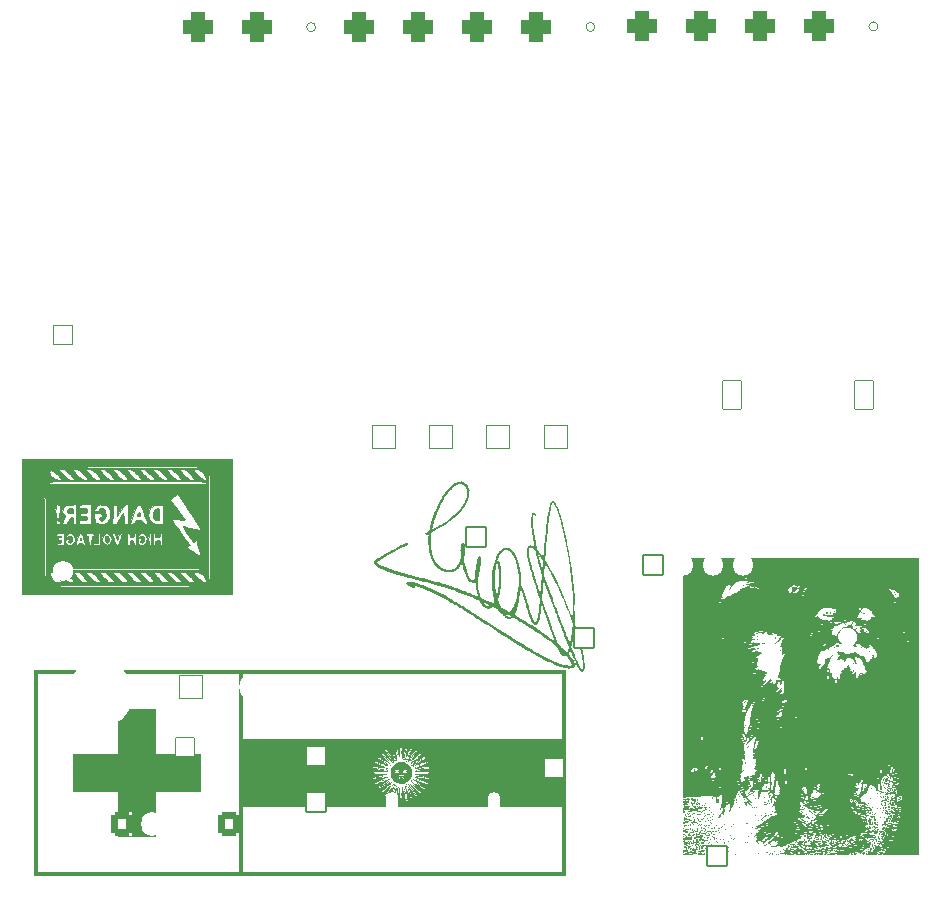
<source format=gbo>
G04 #@! TF.GenerationSoftware,KiCad,Pcbnew,(6.0.5)*
G04 #@! TF.CreationDate,2022-08-23T18:03:53+02:00*
G04 #@! TF.ProjectId,hamodule,68616d6f-6475-46c6-952e-6b696361645f,rev?*
G04 #@! TF.SameCoordinates,Original*
G04 #@! TF.FileFunction,Legend,Bot*
G04 #@! TF.FilePolarity,Positive*
%FSLAX46Y46*%
G04 Gerber Fmt 4.6, Leading zero omitted, Abs format (unit mm)*
G04 Created by KiCad (PCBNEW (6.0.5)) date 2022-08-23 18:03:53*
%MOMM*%
%LPD*%
G01*
G04 APERTURE LIST*
G04 Aperture macros list*
%AMRoundRect*
0 Rectangle with rounded corners*
0 $1 Rounding radius*
0 $2 $3 $4 $5 $6 $7 $8 $9 X,Y pos of 4 corners*
0 Add a 4 corners polygon primitive as box body*
4,1,4,$2,$3,$4,$5,$6,$7,$8,$9,$2,$3,0*
0 Add four circle primitives for the rounded corners*
1,1,$1+$1,$2,$3*
1,1,$1+$1,$4,$5*
1,1,$1+$1,$6,$7*
1,1,$1+$1,$8,$9*
0 Add four rect primitives between the rounded corners*
20,1,$1+$1,$2,$3,$4,$5,0*
20,1,$1+$1,$4,$5,$6,$7,0*
20,1,$1+$1,$6,$7,$8,$9,0*
20,1,$1+$1,$8,$9,$2,$3,0*%
G04 Aperture macros list end*
%ADD10C,0.300000*%
%ADD11C,0.120000*%
%ADD12C,0.010000*%
%ADD13RoundRect,0.050000X-0.850000X-0.850000X0.850000X-0.850000X0.850000X0.850000X-0.850000X0.850000X0*%
%ADD14O,1.800000X1.800000*%
%ADD15C,1.900000*%
%ADD16RoundRect,0.300000X-0.600000X-0.750000X0.600000X-0.750000X0.600000X0.750000X-0.600000X0.750000X0*%
%ADD17O,1.800000X2.100000*%
%ADD18RoundRect,0.050000X-0.825000X-0.825000X0.825000X-0.825000X0.825000X0.825000X-0.825000X0.825000X0*%
%ADD19C,1.750000*%
%ADD20RoundRect,0.050000X-0.952500X-1.000000X0.952500X-1.000000X0.952500X1.000000X-0.952500X1.000000X0*%
%ADD21O,2.005000X2.100000*%
%ADD22RoundRect,0.675000X0.625000X0.625000X-0.625000X0.625000X-0.625000X-0.625000X0.625000X-0.625000X0*%
%ADD23C,2.100000*%
%ADD24C,5.600000*%
%ADD25RoundRect,0.050000X-0.800000X1.200000X-0.800000X-1.200000X0.800000X-1.200000X0.800000X1.200000X0*%
%ADD26O,1.700000X2.500000*%
%ADD27RoundRect,0.050000X0.850000X-0.850000X0.850000X0.850000X-0.850000X0.850000X-0.850000X-0.850000X0*%
%ADD28RoundRect,0.050000X0.850000X0.850000X-0.850000X0.850000X-0.850000X-0.850000X0.850000X-0.850000X0*%
%ADD29C,0.750000*%
%ADD30O,1.100000X2.200000*%
%ADD31O,1.100000X1.700000*%
%ADD32RoundRect,0.050000X1.000000X-1.000000X1.000000X1.000000X-1.000000X1.000000X-1.000000X-1.000000X0*%
%ADD33RoundRect,0.050000X-0.800000X-0.800000X0.800000X-0.800000X0.800000X0.800000X-0.800000X0.800000X0*%
%ADD34C,1.700000*%
%ADD35RoundRect,0.050000X-0.850000X0.850000X-0.850000X-0.850000X0.850000X-0.850000X0.850000X0.850000X0*%
G04 APERTURE END LIST*
D10*
X150465971Y-141351000D02*
X150611114Y-141278428D01*
X150828828Y-141278428D01*
X151046542Y-141351000D01*
X151191685Y-141496142D01*
X151264257Y-141641285D01*
X151336828Y-141931571D01*
X151336828Y-142149285D01*
X151264257Y-142439571D01*
X151191685Y-142584714D01*
X151046542Y-142729857D01*
X150828828Y-142802428D01*
X150683685Y-142802428D01*
X150465971Y-142729857D01*
X150393400Y-142657285D01*
X150393400Y-142149285D01*
X150683685Y-142149285D01*
X149522542Y-141278428D02*
X149522542Y-141641285D01*
X149885400Y-141496142D02*
X149522542Y-141641285D01*
X149159685Y-141496142D01*
X149740257Y-141931571D02*
X149522542Y-141641285D01*
X149304828Y-141931571D01*
X148361400Y-141278428D02*
X148361400Y-141641285D01*
X148724257Y-141496142D02*
X148361400Y-141641285D01*
X147998542Y-141496142D01*
X148579114Y-141931571D02*
X148361400Y-141641285D01*
X148143685Y-141931571D01*
X147200257Y-141278428D02*
X147200257Y-141641285D01*
X147563114Y-141496142D02*
X147200257Y-141641285D01*
X146837400Y-141496142D01*
X147417971Y-141931571D02*
X147200257Y-141641285D01*
X146982542Y-141931571D01*
X192922071Y-135699500D02*
X193067214Y-135626928D01*
X193284928Y-135626928D01*
X193502642Y-135699500D01*
X193647785Y-135844642D01*
X193720357Y-135989785D01*
X193792928Y-136280071D01*
X193792928Y-136497785D01*
X193720357Y-136788071D01*
X193647785Y-136933214D01*
X193502642Y-137078357D01*
X193284928Y-137150928D01*
X193139785Y-137150928D01*
X192922071Y-137078357D01*
X192849500Y-137005785D01*
X192849500Y-136497785D01*
X193139785Y-136497785D01*
X191978642Y-135626928D02*
X191978642Y-135989785D01*
X192341500Y-135844642D02*
X191978642Y-135989785D01*
X191615785Y-135844642D01*
X192196357Y-136280071D02*
X191978642Y-135989785D01*
X191760928Y-136280071D01*
X190817500Y-135626928D02*
X190817500Y-135989785D01*
X191180357Y-135844642D02*
X190817500Y-135989785D01*
X190454642Y-135844642D01*
X191035214Y-136280071D02*
X190817500Y-135989785D01*
X190599785Y-136280071D01*
X189656357Y-135626928D02*
X189656357Y-135989785D01*
X190019214Y-135844642D02*
X189656357Y-135989785D01*
X189293500Y-135844642D01*
X189874071Y-136280071D02*
X189656357Y-135989785D01*
X189438642Y-136280071D01*
D11*
X174133902Y-78953500D02*
G75*
G03*
X174133902Y-78953500I-381000J0D01*
G01*
X150486103Y-78977099D02*
G75*
G03*
X150486103Y-78977099I-381000J0D01*
G01*
X198093902Y-78913499D02*
G75*
G03*
X198093902Y-78913499I-381000J0D01*
G01*
G36*
X129864250Y-119708220D02*
G01*
X129912465Y-119766037D01*
X129921000Y-119915726D01*
X129920938Y-119941489D01*
X129908084Y-120078657D01*
X129846128Y-120132607D01*
X129696758Y-120142000D01*
X129651625Y-120140192D01*
X129488311Y-120087977D01*
X129415374Y-119987051D01*
X129431035Y-119869149D01*
X129533514Y-119766005D01*
X129721029Y-119709351D01*
X129742447Y-119707280D01*
X129864250Y-119708220D01*
G37*
D12*
X129864250Y-119708220D02*
X129912465Y-119766037D01*
X129921000Y-119915726D01*
X129920938Y-119941489D01*
X129908084Y-120078657D01*
X129846128Y-120132607D01*
X129696758Y-120142000D01*
X129651625Y-120140192D01*
X129488311Y-120087977D01*
X129415374Y-119987051D01*
X129431035Y-119869149D01*
X129533514Y-119766005D01*
X129721029Y-119709351D01*
X129742447Y-119707280D01*
X129864250Y-119708220D01*
G36*
X125666500Y-126936500D02*
G01*
X125666500Y-123695527D01*
X127516653Y-123695527D01*
X127516986Y-124212111D01*
X127518739Y-124640941D01*
X127522112Y-124990963D01*
X127527302Y-125271125D01*
X127534510Y-125490374D01*
X127543934Y-125657656D01*
X127555772Y-125781919D01*
X127570223Y-125872111D01*
X127587487Y-125937178D01*
X127607761Y-125986068D01*
X127631246Y-126027728D01*
X127751876Y-126170550D01*
X127996822Y-126297249D01*
X128095724Y-126308706D01*
X128312922Y-126319582D01*
X128635796Y-126329278D01*
X129053768Y-126337806D01*
X129556264Y-126345179D01*
X130132707Y-126351408D01*
X130772521Y-126356507D01*
X131465130Y-126360486D01*
X132199958Y-126363360D01*
X132966429Y-126365139D01*
X133753968Y-126365836D01*
X134551997Y-126365464D01*
X135349942Y-126364035D01*
X136137226Y-126361560D01*
X136903273Y-126358053D01*
X137637507Y-126353525D01*
X138329353Y-126347989D01*
X138968233Y-126341457D01*
X139543573Y-126333942D01*
X140044796Y-126325455D01*
X140461326Y-126316009D01*
X140782588Y-126305617D01*
X140998005Y-126294290D01*
X141097000Y-126282040D01*
X141266884Y-126191545D01*
X141430277Y-125984000D01*
X141438897Y-125965810D01*
X141459188Y-125911275D01*
X141476625Y-125838962D01*
X141491422Y-125739771D01*
X141503795Y-125604598D01*
X141513957Y-125424342D01*
X141522123Y-125189901D01*
X141528507Y-124892174D01*
X141533323Y-124522058D01*
X141536787Y-124070452D01*
X141539112Y-123528253D01*
X141540514Y-122886360D01*
X141541205Y-122135672D01*
X141541402Y-121267085D01*
X141541419Y-120882203D01*
X141541310Y-120034704D01*
X141540467Y-119301881D01*
X141538240Y-118675006D01*
X141533979Y-118145354D01*
X141527034Y-117704197D01*
X141516755Y-117342810D01*
X141502492Y-117052466D01*
X141483594Y-116824439D01*
X141459413Y-116650002D01*
X141429297Y-116520428D01*
X141392598Y-116426992D01*
X141348664Y-116360966D01*
X141296846Y-116313624D01*
X141236494Y-116276241D01*
X141166958Y-116240089D01*
X141143978Y-116229956D01*
X141091366Y-116214834D01*
X141013995Y-116201566D01*
X140904564Y-116190061D01*
X140755769Y-116180228D01*
X140560308Y-116171976D01*
X140310877Y-116165216D01*
X140000173Y-116159855D01*
X139620894Y-116155804D01*
X139165737Y-116152971D01*
X138627399Y-116151267D01*
X137998576Y-116150600D01*
X137271967Y-116150881D01*
X136440268Y-116152017D01*
X135496175Y-116153919D01*
X134432388Y-116156496D01*
X127891864Y-116173250D01*
X127539750Y-116525344D01*
X127523424Y-121175297D01*
X127522189Y-121529772D01*
X127519453Y-122363304D01*
X127517541Y-123082240D01*
X127516653Y-123695527D01*
X125666500Y-123695527D01*
X125666500Y-115506500D01*
X143383000Y-115506500D01*
X143383000Y-126936500D01*
X125666500Y-126936500D01*
G37*
X125666500Y-126936500D02*
X125666500Y-123695527D01*
X127516653Y-123695527D01*
X127516986Y-124212111D01*
X127518739Y-124640941D01*
X127522112Y-124990963D01*
X127527302Y-125271125D01*
X127534510Y-125490374D01*
X127543934Y-125657656D01*
X127555772Y-125781919D01*
X127570223Y-125872111D01*
X127587487Y-125937178D01*
X127607761Y-125986068D01*
X127631246Y-126027728D01*
X127751876Y-126170550D01*
X127996822Y-126297249D01*
X128095724Y-126308706D01*
X128312922Y-126319582D01*
X128635796Y-126329278D01*
X129053768Y-126337806D01*
X129556264Y-126345179D01*
X130132707Y-126351408D01*
X130772521Y-126356507D01*
X131465130Y-126360486D01*
X132199958Y-126363360D01*
X132966429Y-126365139D01*
X133753968Y-126365836D01*
X134551997Y-126365464D01*
X135349942Y-126364035D01*
X136137226Y-126361560D01*
X136903273Y-126358053D01*
X137637507Y-126353525D01*
X138329353Y-126347989D01*
X138968233Y-126341457D01*
X139543573Y-126333942D01*
X140044796Y-126325455D01*
X140461326Y-126316009D01*
X140782588Y-126305617D01*
X140998005Y-126294290D01*
X141097000Y-126282040D01*
X141266884Y-126191545D01*
X141430277Y-125984000D01*
X141438897Y-125965810D01*
X141459188Y-125911275D01*
X141476625Y-125838962D01*
X141491422Y-125739771D01*
X141503795Y-125604598D01*
X141513957Y-125424342D01*
X141522123Y-125189901D01*
X141528507Y-124892174D01*
X141533323Y-124522058D01*
X141536787Y-124070452D01*
X141539112Y-123528253D01*
X141540514Y-122886360D01*
X141541205Y-122135672D01*
X141541402Y-121267085D01*
X141541419Y-120882203D01*
X141541310Y-120034704D01*
X141540467Y-119301881D01*
X141538240Y-118675006D01*
X141533979Y-118145354D01*
X141527034Y-117704197D01*
X141516755Y-117342810D01*
X141502492Y-117052466D01*
X141483594Y-116824439D01*
X141459413Y-116650002D01*
X141429297Y-116520428D01*
X141392598Y-116426992D01*
X141348664Y-116360966D01*
X141296846Y-116313624D01*
X141236494Y-116276241D01*
X141166958Y-116240089D01*
X141143978Y-116229956D01*
X141091366Y-116214834D01*
X141013995Y-116201566D01*
X140904564Y-116190061D01*
X140755769Y-116180228D01*
X140560308Y-116171976D01*
X140310877Y-116165216D01*
X140000173Y-116159855D01*
X139620894Y-116155804D01*
X139165737Y-116152971D01*
X138627399Y-116151267D01*
X137998576Y-116150600D01*
X137271967Y-116150881D01*
X136440268Y-116152017D01*
X135496175Y-116153919D01*
X134432388Y-116156496D01*
X127891864Y-116173250D01*
X127539750Y-116525344D01*
X127523424Y-121175297D01*
X127522189Y-121529772D01*
X127519453Y-122363304D01*
X127517541Y-123082240D01*
X127516653Y-123695527D01*
X125666500Y-123695527D01*
X125666500Y-115506500D01*
X143383000Y-115506500D01*
X143383000Y-126936500D01*
X125666500Y-126936500D01*
G36*
X137128699Y-119698815D02*
G01*
X137179138Y-119723636D01*
X137207767Y-119799488D01*
X137220563Y-119951675D01*
X137223500Y-120205500D01*
X137223500Y-120713500D01*
X137040776Y-120713500D01*
X136976432Y-120709892D01*
X136814376Y-120643697D01*
X136723011Y-120485492D01*
X136694334Y-120223971D01*
X136697720Y-120147719D01*
X136764190Y-119910284D01*
X136904392Y-119753867D01*
X137103535Y-119697500D01*
X137128699Y-119698815D01*
G37*
X137128699Y-119698815D02*
X137179138Y-119723636D01*
X137207767Y-119799488D01*
X137220563Y-119951675D01*
X137223500Y-120205500D01*
X137223500Y-120713500D01*
X137040776Y-120713500D01*
X136976432Y-120709892D01*
X136814376Y-120643697D01*
X136723011Y-120485492D01*
X136694334Y-120223971D01*
X136697720Y-120147719D01*
X136764190Y-119910284D01*
X136904392Y-119753867D01*
X137103535Y-119697500D01*
X137128699Y-119698815D01*
G36*
X141258637Y-126082136D02*
G01*
X141102773Y-126238000D01*
X127946728Y-126238000D01*
X127790864Y-126082136D01*
X127635001Y-125926272D01*
X127635001Y-125176052D01*
X127955211Y-125176052D01*
X127962694Y-125316784D01*
X128038763Y-125501743D01*
X128179002Y-125707585D01*
X128273922Y-125819284D01*
X128393857Y-125927787D01*
X128517568Y-125974195D01*
X128692403Y-125984000D01*
X128979303Y-125984000D01*
X128577027Y-125542097D01*
X128479881Y-125438701D01*
X128299979Y-125264355D01*
X128152945Y-125143482D01*
X128120374Y-125126750D01*
X128764415Y-125126750D01*
X129157833Y-125555375D01*
X129292597Y-125700153D01*
X129446849Y-125851940D01*
X129564401Y-125937575D01*
X129672808Y-125975461D01*
X129799626Y-125984000D01*
X129851479Y-125982908D01*
X129991716Y-125965805D01*
X130048000Y-125934540D01*
X130039066Y-125915337D01*
X129962380Y-125819290D01*
X129824141Y-125668400D01*
X129644965Y-125485628D01*
X129506038Y-125349770D01*
X129348929Y-125209096D01*
X129231744Y-125132876D01*
X129209092Y-125126750D01*
X129926529Y-125126750D01*
X130310302Y-125555375D01*
X130449574Y-125708669D01*
X130597726Y-125857159D01*
X130704006Y-125934540D01*
X130711621Y-125940085D01*
X130819056Y-125976136D01*
X130947829Y-125984000D01*
X131006980Y-125982362D01*
X131138195Y-125962019D01*
X131180417Y-125925880D01*
X131171638Y-125910687D01*
X131094926Y-125815185D01*
X130959188Y-125662624D01*
X130786502Y-125478101D01*
X130667560Y-125355240D01*
X130515991Y-125211582D01*
X130417261Y-125144459D01*
X131064000Y-125144459D01*
X131072194Y-125162550D01*
X131147441Y-125257351D01*
X131284483Y-125407196D01*
X131462584Y-125588959D01*
X131545128Y-125670056D01*
X131723799Y-125834475D01*
X131851974Y-125925880D01*
X131857153Y-125929574D01*
X131974552Y-125973401D01*
X132105359Y-125984000D01*
X132218217Y-125981214D01*
X132284270Y-125962658D01*
X132288412Y-125913213D01*
X132224065Y-125817761D01*
X132084650Y-125661187D01*
X131863591Y-125428375D01*
X131708515Y-125272797D01*
X131568705Y-125160216D01*
X131542238Y-125148963D01*
X132217584Y-125148963D01*
X132224966Y-125161758D01*
X132297510Y-125254761D01*
X132427803Y-125407226D01*
X132594083Y-125593463D01*
X132700450Y-125709040D01*
X132850388Y-125858522D01*
X132926950Y-125913213D01*
X132966134Y-125941204D01*
X133078863Y-125976544D01*
X133219747Y-125984000D01*
X133490080Y-125984000D01*
X133096000Y-125539500D01*
X132937409Y-125363512D01*
X132792726Y-125218400D01*
X132702502Y-125153119D01*
X133360584Y-125153119D01*
X133368812Y-125167515D01*
X133444521Y-125262072D01*
X133579438Y-125413853D01*
X133751372Y-125597619D01*
X133843440Y-125692912D01*
X134005750Y-125848753D01*
X134128888Y-125936552D01*
X134243834Y-125975303D01*
X134381566Y-125984000D01*
X134642138Y-125984000D01*
X134489651Y-125809375D01*
X134267402Y-125557859D01*
X134075496Y-125352585D01*
X133929693Y-125218153D01*
X133811651Y-125140073D01*
X133703030Y-125103853D01*
X133585488Y-125095000D01*
X134421060Y-125095000D01*
X134822155Y-125538884D01*
X135006743Y-125739453D01*
X135145404Y-125873171D01*
X135254959Y-125946283D01*
X135363009Y-125976962D01*
X135497153Y-125983384D01*
X135771056Y-125984000D01*
X135373085Y-125539500D01*
X135185239Y-125333566D01*
X135049244Y-125201870D01*
X134941161Y-125130354D01*
X134928010Y-125126750D01*
X135569663Y-125126750D01*
X135957136Y-125555375D01*
X136098292Y-125709244D01*
X136247461Y-125857312D01*
X136362070Y-125940077D01*
X136469928Y-125976115D01*
X136598846Y-125984000D01*
X136658415Y-125982344D01*
X136789676Y-125961991D01*
X136831917Y-125925880D01*
X136823138Y-125910687D01*
X136746426Y-125815185D01*
X136610688Y-125662624D01*
X136438002Y-125478101D01*
X136314094Y-125350160D01*
X136164357Y-125208748D01*
X136051490Y-125133016D01*
X135945766Y-125105214D01*
X135817458Y-125107596D01*
X135569663Y-125126750D01*
X134928010Y-125126750D01*
X134833329Y-125100802D01*
X134698087Y-125095000D01*
X136702421Y-125095000D01*
X137096500Y-125539500D01*
X137106275Y-125550521D01*
X137291534Y-125755289D01*
X137423292Y-125882753D01*
X137490252Y-125925880D01*
X137529532Y-125951180D01*
X137638238Y-125978839D01*
X137777395Y-125984000D01*
X138064211Y-125984000D01*
X137659731Y-125544447D01*
X137482611Y-125355349D01*
X137338955Y-125218298D01*
X137225788Y-125142242D01*
X137174369Y-125126750D01*
X137831884Y-125126750D01*
X138233473Y-125555375D01*
X138371523Y-125700646D01*
X138528325Y-125851844D01*
X138647638Y-125937367D01*
X138757017Y-125975367D01*
X138884015Y-125984000D01*
X138891798Y-125983993D01*
X139043919Y-125976401D01*
X139095539Y-125944340D01*
X139071917Y-125872875D01*
X139067716Y-125865729D01*
X138985347Y-125760551D01*
X138842143Y-125602876D01*
X138666361Y-125423979D01*
X138620161Y-125378904D01*
X138450148Y-125222634D01*
X138348603Y-125153119D01*
X139012084Y-125153119D01*
X139020312Y-125167515D01*
X139096021Y-125262072D01*
X139230938Y-125413853D01*
X139402872Y-125597619D01*
X139496103Y-125694105D01*
X139657979Y-125849421D01*
X139780890Y-125936848D01*
X139803245Y-125944340D01*
X139895851Y-125975377D01*
X140033877Y-125984000D01*
X140295261Y-125984000D01*
X140109666Y-125777625D01*
X139978956Y-125632467D01*
X139773987Y-125408314D01*
X139626069Y-125257167D01*
X139516823Y-125164645D01*
X139479632Y-125144459D01*
X140144500Y-125144459D01*
X140152694Y-125162550D01*
X140227941Y-125257351D01*
X140364983Y-125407196D01*
X140543084Y-125588959D01*
X140771114Y-125798523D01*
X140957957Y-125935707D01*
X141082834Y-125984000D01*
X141141018Y-125977981D01*
X141222515Y-125912207D01*
X141210491Y-125784336D01*
X141108524Y-125607353D01*
X140920194Y-125394237D01*
X140826051Y-125303954D01*
X140666050Y-125173794D01*
X140530208Y-125111179D01*
X140380444Y-125095000D01*
X140339516Y-125095750D01*
X140200593Y-125112534D01*
X140144500Y-125144459D01*
X139479632Y-125144459D01*
X139427870Y-125116365D01*
X139340829Y-125097944D01*
X139237322Y-125095000D01*
X139184509Y-125096379D01*
X139054016Y-125116550D01*
X139012084Y-125153119D01*
X138348603Y-125153119D01*
X138325450Y-125137269D01*
X138212284Y-125104616D01*
X138076870Y-125106479D01*
X137831884Y-125126750D01*
X137174369Y-125126750D01*
X137115088Y-125108889D01*
X136978836Y-125099947D01*
X136702421Y-125095000D01*
X134698087Y-125095000D01*
X134421060Y-125095000D01*
X133585488Y-125095000D01*
X133532963Y-125096367D01*
X133402502Y-125116530D01*
X133360584Y-125153119D01*
X132702502Y-125153119D01*
X132681000Y-125137561D01*
X132575418Y-125102569D01*
X132449169Y-125095000D01*
X132390913Y-125096486D01*
X132259776Y-125115352D01*
X132217584Y-125148963D01*
X131542238Y-125148963D01*
X131445544Y-125107852D01*
X131304295Y-125095000D01*
X131259556Y-125095865D01*
X131120162Y-125112770D01*
X131064000Y-125144459D01*
X130417261Y-125144459D01*
X130402260Y-125134260D01*
X130296823Y-125105517D01*
X130170141Y-125107596D01*
X129926529Y-125126750D01*
X129209092Y-125126750D01*
X129125989Y-125104276D01*
X129003172Y-125106462D01*
X128764415Y-125126750D01*
X128120374Y-125126750D01*
X128063625Y-125097597D01*
X128020729Y-125102888D01*
X127955211Y-125176052D01*
X127635001Y-125176052D01*
X127635001Y-124872750D01*
X127762000Y-124872750D01*
X127766210Y-124882624D01*
X127793012Y-124896793D01*
X127850532Y-124909331D01*
X127945647Y-124920336D01*
X128085233Y-124929903D01*
X128276170Y-124938129D01*
X128525333Y-124945113D01*
X128839600Y-124950950D01*
X129225848Y-124955737D01*
X129690955Y-124959572D01*
X130241798Y-124962551D01*
X130885255Y-124964771D01*
X131628201Y-124966329D01*
X132477516Y-124967321D01*
X133440075Y-124967846D01*
X134522758Y-124968000D01*
X135281815Y-124967931D01*
X136279977Y-124967541D01*
X137162701Y-124966720D01*
X137936830Y-124965371D01*
X138609209Y-124963398D01*
X139186679Y-124960704D01*
X139676084Y-124957191D01*
X140084268Y-124952762D01*
X140418074Y-124947322D01*
X140684345Y-124940772D01*
X140889925Y-124933016D01*
X141041656Y-124923957D01*
X141146382Y-124913497D01*
X141210947Y-124901541D01*
X141242193Y-124887991D01*
X141246964Y-124872750D01*
X141240692Y-124864340D01*
X141210457Y-124849958D01*
X141150243Y-124837226D01*
X141053120Y-124826048D01*
X140912158Y-124816325D01*
X140720427Y-124807959D01*
X140470997Y-124800854D01*
X140156937Y-124794911D01*
X139771319Y-124790033D01*
X139307211Y-124786122D01*
X138757684Y-124783080D01*
X138115808Y-124780811D01*
X137374652Y-124779216D01*
X136527286Y-124778197D01*
X135566781Y-124777658D01*
X134486207Y-124777500D01*
X133833090Y-124777551D01*
X132825331Y-124777915D01*
X131933600Y-124778709D01*
X131151000Y-124780033D01*
X130470637Y-124781984D01*
X129885613Y-124784659D01*
X129389033Y-124788157D01*
X128974002Y-124792574D01*
X128633624Y-124798009D01*
X128361002Y-124804559D01*
X128149241Y-124812322D01*
X127991446Y-124821396D01*
X127880720Y-124831878D01*
X127810167Y-124843865D01*
X127772893Y-124857457D01*
X127762000Y-124872750D01*
X127635001Y-124872750D01*
X127635000Y-122713750D01*
X128524000Y-122713750D01*
X128537277Y-122744427D01*
X128636229Y-122791065D01*
X128795347Y-122812834D01*
X128970862Y-122809134D01*
X129119006Y-122779367D01*
X129196012Y-122722936D01*
X129209121Y-122636538D01*
X129214982Y-122456618D01*
X129296428Y-122456618D01*
X129300242Y-122586663D01*
X129387940Y-122726493D01*
X129580425Y-122800810D01*
X129801638Y-122784637D01*
X129847369Y-122758594D01*
X130158700Y-122758594D01*
X130178576Y-122800315D01*
X130233449Y-122809000D01*
X130301776Y-122794445D01*
X130388464Y-122713750D01*
X130446465Y-122653533D01*
X130578964Y-122618500D01*
X130684573Y-122640089D01*
X130769464Y-122713750D01*
X130782564Y-122739207D01*
X130865488Y-122799801D01*
X130957210Y-122798571D01*
X131000500Y-122731197D01*
X131000312Y-122727042D01*
X130974621Y-122624074D01*
X130914060Y-122443156D01*
X130830725Y-122220664D01*
X130748646Y-122028114D01*
X130685850Y-121920000D01*
X130968750Y-121920000D01*
X130999919Y-121983641D01*
X131111625Y-122035541D01*
X131179247Y-122052328D01*
X131228595Y-122104502D01*
X131249909Y-122220725D01*
X131254500Y-122432416D01*
X131260808Y-122628241D01*
X131280828Y-122731197D01*
X131287701Y-122766549D01*
X131339167Y-122809000D01*
X131405426Y-122800787D01*
X131469604Y-122745577D01*
X131477185Y-122713750D01*
X131635500Y-122713750D01*
X131655817Y-122763498D01*
X131753337Y-122798803D01*
X131953000Y-122809000D01*
X132270500Y-122809000D01*
X132270500Y-122300426D01*
X132402753Y-122300426D01*
X132424514Y-122509391D01*
X132524500Y-122682000D01*
X132642484Y-122763596D01*
X132834958Y-122807256D01*
X133007119Y-122760402D01*
X133095700Y-122666702D01*
X133186617Y-122477463D01*
X133223000Y-122270538D01*
X133194988Y-122147331D01*
X133089781Y-121979218D01*
X132942648Y-121846739D01*
X132915552Y-121837044D01*
X133268061Y-121837044D01*
X133278758Y-121933726D01*
X133323066Y-122111007D01*
X133372639Y-122270538D01*
X133393417Y-122337405D01*
X133454894Y-122509652D01*
X133553949Y-122722360D01*
X133645229Y-122810830D01*
X133736720Y-122774953D01*
X133815810Y-122647752D01*
X134500400Y-122647752D01*
X134515404Y-122754700D01*
X134552420Y-122799766D01*
X134617329Y-122809000D01*
X134653492Y-122806754D01*
X134727395Y-122757499D01*
X134747000Y-122618500D01*
X134750792Y-122535659D01*
X134792296Y-122448503D01*
X134905750Y-122428000D01*
X134974785Y-122432549D01*
X135047415Y-122482354D01*
X135064500Y-122618500D01*
X135066029Y-122671626D01*
X135099556Y-122780197D01*
X135194172Y-122809000D01*
X135229942Y-122807301D01*
X135280402Y-122783704D01*
X135305859Y-122711466D01*
X135312197Y-122564539D01*
X135309855Y-122480488D01*
X135445500Y-122480488D01*
X135455851Y-122564539D01*
X135469958Y-122679108D01*
X135545944Y-122770456D01*
X135574097Y-122780599D01*
X135820559Y-122809610D01*
X136021903Y-122729679D01*
X136157695Y-122555309D01*
X136207500Y-122301000D01*
X136207448Y-122296343D01*
X136334500Y-122296343D01*
X136334567Y-122301000D01*
X136337976Y-122538850D01*
X136352428Y-122704221D01*
X136382234Y-122786627D01*
X136431743Y-122809000D01*
X136439559Y-122808871D01*
X136519011Y-122780645D01*
X136564776Y-122688790D01*
X136582016Y-122512621D01*
X136577408Y-122301000D01*
X136715500Y-122301000D01*
X136718353Y-122512621D01*
X136718533Y-122526006D01*
X136732549Y-122698258D01*
X136761879Y-122785072D01*
X136810750Y-122809000D01*
X136877602Y-122769739D01*
X136906000Y-122618500D01*
X136911837Y-122517954D01*
X136961569Y-122443734D01*
X137096500Y-122428000D01*
X137197046Y-122433836D01*
X137271266Y-122483568D01*
X137287000Y-122618500D01*
X137306631Y-122752203D01*
X137382250Y-122809000D01*
X137424439Y-122792828D01*
X137456736Y-122718076D01*
X137473014Y-122561650D01*
X137477500Y-122301000D01*
X137474468Y-122075993D01*
X137460452Y-121903741D01*
X137431122Y-121816927D01*
X137382250Y-121793000D01*
X137315399Y-121832260D01*
X137287000Y-121983500D01*
X137281164Y-122084045D01*
X137231432Y-122158265D01*
X137096500Y-122174000D01*
X136995955Y-122168163D01*
X136921735Y-122118431D01*
X136906000Y-121983500D01*
X136886370Y-121849796D01*
X136810750Y-121793000D01*
X136768562Y-121809171D01*
X136736265Y-121883923D01*
X136719987Y-122040349D01*
X136715500Y-122301000D01*
X136577408Y-122301000D01*
X136575894Y-122231449D01*
X136570054Y-122127545D01*
X136548131Y-121940148D01*
X136509429Y-121841672D01*
X136445625Y-121804856D01*
X136424268Y-121802000D01*
X136376938Y-121818325D01*
X136349781Y-121890321D01*
X136337426Y-122041742D01*
X136334500Y-122296343D01*
X136207448Y-122296343D01*
X136207331Y-122285767D01*
X136159453Y-122058280D01*
X136044177Y-121891562D01*
X135887165Y-121800924D01*
X135714082Y-121801675D01*
X135695525Y-121813871D01*
X135550592Y-121909125D01*
X135524617Y-121939768D01*
X135454530Y-122072925D01*
X135468022Y-122157575D01*
X135547189Y-122168742D01*
X135674124Y-122081448D01*
X135755281Y-122021111D01*
X135860976Y-122021125D01*
X135927414Y-122126565D01*
X135940884Y-122324919D01*
X135922223Y-122473630D01*
X135874155Y-122570798D01*
X135778875Y-122607041D01*
X135683435Y-122603061D01*
X135636000Y-122527666D01*
X135649057Y-122478700D01*
X135736542Y-122428000D01*
X135810008Y-122407670D01*
X135809828Y-122351075D01*
X135738014Y-122288082D01*
X135615228Y-122249157D01*
X135583758Y-122245745D01*
X135490670Y-122252615D01*
X135452723Y-122319770D01*
X135445500Y-122480488D01*
X135309855Y-122480488D01*
X135305297Y-122316875D01*
X135296367Y-122136259D01*
X135275794Y-121948675D01*
X135242518Y-121852100D01*
X135191500Y-121824750D01*
X135122598Y-121865191D01*
X135076158Y-121999375D01*
X135072160Y-122028814D01*
X135022692Y-122143388D01*
X134905750Y-122174000D01*
X134880328Y-122173291D01*
X134776854Y-122131137D01*
X134735343Y-121999375D01*
X134699731Y-121881584D01*
X134620000Y-121824750D01*
X134584629Y-121835720D01*
X134545693Y-121905489D01*
X134521231Y-122058612D01*
X134506204Y-122316875D01*
X134501527Y-122452874D01*
X134500400Y-122647752D01*
X133815810Y-122647752D01*
X133836412Y-122614618D01*
X133952294Y-122329715D01*
X133975993Y-122263438D01*
X134046403Y-122046450D01*
X134087332Y-121886343D01*
X134090538Y-121813871D01*
X134063673Y-121794994D01*
X133967934Y-121810927D01*
X133868838Y-121921962D01*
X133788004Y-122107142D01*
X133767105Y-122172478D01*
X133711760Y-122309805D01*
X133670619Y-122364500D01*
X133654060Y-122349941D01*
X133606807Y-122247318D01*
X133553914Y-122078750D01*
X133548217Y-122058150D01*
X133468307Y-121869603D01*
X133372672Y-121790428D01*
X133271262Y-121829405D01*
X133268061Y-121837044D01*
X132915552Y-121837044D01*
X132792456Y-121793000D01*
X132700288Y-121808835D01*
X132551293Y-121914804D01*
X132448564Y-122090449D01*
X132403643Y-122296343D01*
X132402753Y-122300426D01*
X132270500Y-122300426D01*
X132270500Y-122296343D01*
X132270235Y-122197187D01*
X132264736Y-121980208D01*
X132248007Y-121858404D01*
X132214677Y-121808045D01*
X132159375Y-121805400D01*
X132126365Y-121816023D01*
X132077899Y-121872642D01*
X132066113Y-121935875D01*
X132054395Y-121998753D01*
X132048250Y-122222922D01*
X132048250Y-122618731D01*
X131841875Y-122618615D01*
X131687594Y-122640887D01*
X131635500Y-122713750D01*
X131477185Y-122713750D01*
X131500505Y-122615846D01*
X131508500Y-122385666D01*
X131509761Y-122268838D01*
X131523853Y-122125100D01*
X131563334Y-122061401D01*
X131640157Y-122047000D01*
X131727575Y-122026734D01*
X131750412Y-121935875D01*
X131742486Y-121908570D01*
X131689579Y-121856661D01*
X131568029Y-121831392D01*
X131348881Y-121824750D01*
X131304321Y-121824927D01*
X131101945Y-121834945D01*
X130998062Y-121864637D01*
X130968750Y-121920000D01*
X130685850Y-121920000D01*
X130648032Y-121854891D01*
X130568837Y-121806342D01*
X130553053Y-121814606D01*
X130480956Y-121910037D01*
X130389929Y-122087361D01*
X130306452Y-122291019D01*
X130295855Y-122316875D01*
X130235858Y-122482027D01*
X130176800Y-122660332D01*
X130158700Y-122758594D01*
X129847369Y-122758594D01*
X129987982Y-122678518D01*
X130085329Y-122513464D01*
X130107724Y-122291019D01*
X130046069Y-122070545D01*
X129905253Y-121898170D01*
X129763317Y-121827103D01*
X129581825Y-121816853D01*
X129435149Y-121888383D01*
X129360959Y-122032402D01*
X129375998Y-122146333D01*
X129455423Y-122165424D01*
X129578124Y-122081448D01*
X129659281Y-122021111D01*
X129764976Y-122021125D01*
X129831414Y-122126565D01*
X129844884Y-122324919D01*
X129826223Y-122473630D01*
X129778155Y-122570798D01*
X129682875Y-122607041D01*
X129587435Y-122603061D01*
X129540000Y-122527666D01*
X129553057Y-122478700D01*
X129640542Y-122428000D01*
X129688274Y-122416725D01*
X129714625Y-122348625D01*
X129644031Y-122293516D01*
X129502959Y-122269250D01*
X129422085Y-122273463D01*
X129331392Y-122321790D01*
X129296541Y-122456182D01*
X129296428Y-122456618D01*
X129214982Y-122456618D01*
X129214996Y-122456182D01*
X129209894Y-122230811D01*
X129190750Y-121824750D01*
X128874120Y-121824750D01*
X128685002Y-121833137D01*
X128576929Y-121866843D01*
X128536089Y-121935875D01*
X128534462Y-121987296D01*
X128589532Y-122034641D01*
X128741594Y-122047000D01*
X128774781Y-122047682D01*
X128912597Y-122068875D01*
X128968500Y-122110500D01*
X128968486Y-122111290D01*
X128911757Y-122155606D01*
X128778000Y-122174000D01*
X128644297Y-122193630D01*
X128587500Y-122269250D01*
X128626761Y-122336101D01*
X128778000Y-122364500D01*
X128827176Y-122365810D01*
X128938564Y-122398539D01*
X128968500Y-122491500D01*
X128961236Y-122548833D01*
X128899430Y-122604293D01*
X128746250Y-122618500D01*
X128726009Y-122618672D01*
X128572195Y-122643301D01*
X128524000Y-122713750D01*
X127635000Y-122713750D01*
X127635000Y-121244354D01*
X127635000Y-121031000D01*
X128966361Y-121031000D01*
X129177027Y-121031000D01*
X129229786Y-121029791D01*
X129345691Y-121003166D01*
X129432229Y-120918436D01*
X129526522Y-120745250D01*
X129562749Y-120674683D01*
X129679367Y-120511416D01*
X129793175Y-120459500D01*
X129803282Y-120459630D01*
X129878344Y-120482376D01*
X129912752Y-120566782D01*
X129921000Y-120745250D01*
X129921607Y-120822322D01*
X129935376Y-120960939D01*
X129981789Y-121019156D01*
X130079750Y-121031000D01*
X130238500Y-121031000D01*
X130238500Y-120872250D01*
X130429000Y-120872250D01*
X130433817Y-120948516D01*
X130465056Y-120995695D01*
X130547861Y-121020239D01*
X130707378Y-121029542D01*
X130968750Y-121031000D01*
X131508500Y-121031000D01*
X131508500Y-120487649D01*
X131762500Y-120487649D01*
X131762657Y-120524999D01*
X131775499Y-120726525D01*
X131818163Y-120848615D01*
X131903630Y-120932149D01*
X131942586Y-120954382D01*
X132124612Y-121009431D01*
X132347128Y-121031000D01*
X133282706Y-121031000D01*
X133467818Y-121031000D01*
X133499778Y-121030092D01*
X133593807Y-121007432D01*
X133682312Y-120937925D01*
X133787129Y-120799873D01*
X133930090Y-120571575D01*
X134207250Y-120112151D01*
X134225907Y-120571575D01*
X134244564Y-121031000D01*
X134620000Y-121031000D01*
X134620000Y-121007861D01*
X134747000Y-121007861D01*
X134747003Y-121007983D01*
X134802935Y-121024243D01*
X134936291Y-121031000D01*
X134979969Y-121029816D01*
X135105421Y-120990367D01*
X135165425Y-120872250D01*
X135169963Y-120854977D01*
X135214651Y-120763315D01*
X135306721Y-120722688D01*
X135485706Y-120713500D01*
X135491713Y-120713504D01*
X135671764Y-120724803D01*
X135769207Y-120771126D01*
X135826500Y-120872250D01*
X135833904Y-120890701D01*
X135921335Y-121000773D01*
X136078929Y-121031000D01*
X136082206Y-121030997D01*
X136215657Y-121025953D01*
X136271000Y-121014143D01*
X136269725Y-121009253D01*
X136238762Y-120922129D01*
X136172661Y-120744081D01*
X136079765Y-120497434D01*
X135994146Y-120272196D01*
X136334500Y-120272196D01*
X136335004Y-120333360D01*
X136353816Y-120524475D01*
X136417581Y-120664854D01*
X136550400Y-120815100D01*
X136661063Y-120918673D01*
X136780916Y-120992880D01*
X136880494Y-121014143D01*
X136928622Y-121024420D01*
X137153650Y-121031000D01*
X137541000Y-121031000D01*
X137541000Y-120269000D01*
X137540888Y-119970030D01*
X137540580Y-119717192D01*
X137540123Y-119538097D01*
X137539566Y-119459375D01*
X137511693Y-119434027D01*
X137391067Y-119414418D01*
X137209845Y-119413904D01*
X137006327Y-119430393D01*
X136818810Y-119461793D01*
X136685595Y-119506013D01*
X136501025Y-119659980D01*
X136375972Y-119918910D01*
X136334500Y-120272196D01*
X135994146Y-120272196D01*
X135968420Y-120204518D01*
X135967939Y-120203260D01*
X135837992Y-119871488D01*
X135738692Y-119642282D01*
X135660394Y-119497839D01*
X135593450Y-119420353D01*
X135528216Y-119392021D01*
X135440660Y-119398058D01*
X135326974Y-119491167D01*
X135322977Y-119499046D01*
X135276028Y-119607548D01*
X135200360Y-119795324D01*
X135106755Y-120034179D01*
X135005993Y-120295919D01*
X134908855Y-120552351D01*
X134826123Y-120775281D01*
X134768578Y-120936515D01*
X134747000Y-121007861D01*
X134620000Y-121007861D01*
X134620000Y-119380000D01*
X134460411Y-119380000D01*
X134454365Y-119380068D01*
X134363305Y-119402775D01*
X134267459Y-119479414D01*
X134148288Y-119629247D01*
X133987251Y-119871534D01*
X133673681Y-120363068D01*
X133654716Y-119887409D01*
X133647999Y-119732667D01*
X133633586Y-119552177D01*
X133606940Y-119456345D01*
X133558073Y-119418444D01*
X133477000Y-119411750D01*
X133318250Y-119411750D01*
X133300723Y-120210199D01*
X133282706Y-121031000D01*
X132347128Y-121031000D01*
X132443652Y-121025711D01*
X132720556Y-120939754D01*
X132929411Y-120762848D01*
X133059200Y-120513497D01*
X133098908Y-120210199D01*
X133037520Y-119871458D01*
X133035733Y-119866084D01*
X132909010Y-119618320D01*
X132716214Y-119467642D01*
X132434859Y-119396323D01*
X132402981Y-119392872D01*
X132222775Y-119388471D01*
X132094813Y-119436329D01*
X131956032Y-119557698D01*
X131910632Y-119605900D01*
X131804793Y-119746775D01*
X131762500Y-119851365D01*
X131762540Y-119854306D01*
X131812145Y-119932720D01*
X131923636Y-119951672D01*
X132049820Y-119914489D01*
X132143500Y-119824500D01*
X132181399Y-119772416D01*
X132319148Y-119703875D01*
X132479389Y-119726404D01*
X132616150Y-119838629D01*
X132691310Y-120016377D01*
X132715048Y-120252813D01*
X132679992Y-120481862D01*
X132588000Y-120650000D01*
X132499759Y-120729147D01*
X132386557Y-120772870D01*
X132243944Y-120738456D01*
X132190650Y-120705246D01*
X132143221Y-120604874D01*
X132171559Y-120504882D01*
X132270500Y-120459500D01*
X132367735Y-120425235D01*
X132397500Y-120300750D01*
X132394493Y-120237039D01*
X132362438Y-120173413D01*
X132268434Y-120147146D01*
X132080000Y-120142000D01*
X131762500Y-120142000D01*
X131762500Y-120487649D01*
X131508500Y-120487649D01*
X131508500Y-119380000D01*
X130968750Y-119380000D01*
X130709445Y-119381416D01*
X130549034Y-119390604D01*
X130465586Y-119414959D01*
X130433956Y-119461875D01*
X130429000Y-119538750D01*
X130434722Y-119618032D01*
X130474078Y-119671598D01*
X130578228Y-119693379D01*
X130778250Y-119697500D01*
X130783591Y-119697500D01*
X130980941Y-119700895D01*
X131083203Y-119722409D01*
X131121636Y-119779094D01*
X131127500Y-119888000D01*
X131123935Y-119982073D01*
X131091678Y-120048747D01*
X130997953Y-120074338D01*
X130810000Y-120078500D01*
X130736563Y-120079043D01*
X130580169Y-120091333D01*
X130509217Y-120129324D01*
X130492500Y-120205500D01*
X130493859Y-120234874D01*
X130524584Y-120297432D01*
X130619563Y-120325813D01*
X130810000Y-120332500D01*
X130966790Y-120334639D01*
X131077914Y-120353993D01*
X131120564Y-120410228D01*
X131127500Y-120523000D01*
X131127500Y-120525913D01*
X131121276Y-120633558D01*
X131081833Y-120689337D01*
X130977911Y-120710301D01*
X130778250Y-120713500D01*
X130603828Y-120716100D01*
X130485983Y-120733989D01*
X130438066Y-120781330D01*
X130429000Y-120872250D01*
X130238500Y-120872250D01*
X130238500Y-119362935D01*
X129781362Y-119395643D01*
X129560993Y-119415599D01*
X129388775Y-119449201D01*
X129273713Y-119505854D01*
X129178112Y-119598216D01*
X129106493Y-119715575D01*
X129061866Y-119788704D01*
X129048332Y-120005308D01*
X129161457Y-120225950D01*
X129290913Y-120390527D01*
X129128637Y-120710763D01*
X129056131Y-120853846D01*
X128966361Y-121031000D01*
X127635000Y-121031000D01*
X127635000Y-120856375D01*
X128471959Y-120856375D01*
X128511407Y-120945055D01*
X128616206Y-121015370D01*
X128734426Y-121019013D01*
X128815661Y-120943244D01*
X128832547Y-120853846D01*
X128772442Y-120750492D01*
X128611086Y-120713500D01*
X128573328Y-120714498D01*
X128480989Y-120748867D01*
X128471959Y-120856375D01*
X127635000Y-120856375D01*
X127635000Y-119951500D01*
X128460500Y-119951500D01*
X128460504Y-119977807D01*
X128462303Y-120239200D01*
X128471824Y-120399995D01*
X128495500Y-120484612D01*
X128539765Y-120517473D01*
X128611051Y-120523000D01*
X128661493Y-120520460D01*
X128719109Y-120494391D01*
X128755789Y-120418741D01*
X128781408Y-120267805D01*
X128805839Y-120015873D01*
X128810989Y-119952872D01*
X128823900Y-119715575D01*
X128823759Y-119534381D01*
X128810291Y-119444373D01*
X128750195Y-119403750D01*
X128615503Y-119380000D01*
X128604695Y-119380021D01*
X128535114Y-119386920D01*
X128492530Y-119423083D01*
X128470318Y-119512946D01*
X128461850Y-119680940D01*
X128460500Y-119951500D01*
X127635000Y-119951500D01*
X127635000Y-118995026D01*
X138176000Y-118995026D01*
X138197253Y-119034911D01*
X138286261Y-119161802D01*
X138432554Y-119356758D01*
X138450576Y-119380000D01*
X138622978Y-119602342D01*
X138844380Y-119881117D01*
X138995954Y-120069625D01*
X139153977Y-120269000D01*
X139207265Y-120336234D01*
X139340119Y-120521145D01*
X139393916Y-120636492D01*
X139368051Y-120694414D01*
X139261923Y-120707045D01*
X139074930Y-120686522D01*
X138806468Y-120644981D01*
X138797275Y-120643562D01*
X138570306Y-120612705D01*
X138393241Y-120596115D01*
X138303721Y-120597356D01*
X138302087Y-120607774D01*
X138346138Y-120699375D01*
X138451388Y-120872442D01*
X138608044Y-121111847D01*
X138806314Y-121402462D01*
X139036403Y-121729159D01*
X139445022Y-122301000D01*
X139830223Y-122840069D01*
X139629101Y-122892184D01*
X139427980Y-122944300D01*
X139833865Y-123213680D01*
X139920566Y-123271051D01*
X140264918Y-123494392D01*
X140513897Y-123647311D01*
X140665069Y-123728367D01*
X140716000Y-123736119D01*
X140703191Y-123643667D01*
X140665356Y-123464615D01*
X140610103Y-123232098D01*
X140545128Y-122975643D01*
X140478128Y-122724778D01*
X140416799Y-122509031D01*
X140368837Y-122357929D01*
X140341938Y-122301000D01*
X140292395Y-122350721D01*
X140234448Y-122475625D01*
X140227637Y-122494601D01*
X140200155Y-122551635D01*
X140164356Y-122565081D01*
X140107723Y-122522583D01*
X140017739Y-122411787D01*
X139881886Y-122220336D01*
X139687649Y-121935875D01*
X139633719Y-121856199D01*
X139467642Y-121606935D01*
X139337398Y-121405434D01*
X139255054Y-121270641D01*
X139232674Y-121221500D01*
X139234074Y-121221603D01*
X139312668Y-121238566D01*
X139487737Y-121280416D01*
X139734685Y-121341179D01*
X140028916Y-121414882D01*
X140055770Y-121421641D01*
X140346174Y-121491992D01*
X140586888Y-121545495D01*
X140753526Y-121577027D01*
X140821704Y-121581463D01*
X140822082Y-121580121D01*
X140788954Y-121512667D01*
X140696739Y-121357614D01*
X140556002Y-121131129D01*
X140377308Y-120849379D01*
X140171222Y-120528532D01*
X139948310Y-120184756D01*
X139719137Y-119834215D01*
X139494267Y-119493079D01*
X139284266Y-119177515D01*
X139099699Y-118903688D01*
X138951132Y-118687767D01*
X138849130Y-118545919D01*
X138804257Y-118494310D01*
X138760257Y-118510995D01*
X138641970Y-118587752D01*
X138489884Y-118702043D01*
X138338516Y-118826359D01*
X138222382Y-118933190D01*
X138176000Y-118995026D01*
X127635000Y-118995026D01*
X127635000Y-117538500D01*
X127825500Y-117538500D01*
X127826153Y-117553271D01*
X127832737Y-117571819D01*
X127852379Y-117588202D01*
X127892200Y-117602554D01*
X127959322Y-117615010D01*
X128060866Y-117625703D01*
X128203953Y-117634769D01*
X128395706Y-117642342D01*
X128643244Y-117648556D01*
X128953691Y-117653545D01*
X129334166Y-117657444D01*
X129791792Y-117660388D01*
X130333689Y-117662509D01*
X130966980Y-117663944D01*
X131698785Y-117664826D01*
X132536226Y-117665290D01*
X133486424Y-117665469D01*
X134556500Y-117665500D01*
X135339393Y-117665487D01*
X136322434Y-117665363D01*
X137190724Y-117664992D01*
X137951385Y-117664241D01*
X138611537Y-117662975D01*
X139178303Y-117661059D01*
X139658803Y-117658359D01*
X140060159Y-117654741D01*
X140389492Y-117650070D01*
X140653925Y-117644213D01*
X140860577Y-117637034D01*
X141016571Y-117628400D01*
X141129027Y-117618175D01*
X141205068Y-117606226D01*
X141251814Y-117592419D01*
X141276387Y-117576618D01*
X141285909Y-117558690D01*
X141287500Y-117538500D01*
X141286848Y-117523728D01*
X141280264Y-117505180D01*
X141260622Y-117488797D01*
X141220801Y-117474445D01*
X141153679Y-117461989D01*
X141052135Y-117451296D01*
X140909048Y-117442230D01*
X140717295Y-117434657D01*
X140469757Y-117428443D01*
X140159310Y-117423454D01*
X139778835Y-117419555D01*
X139321209Y-117416611D01*
X138779312Y-117414490D01*
X138146021Y-117413055D01*
X137414216Y-117412173D01*
X136576775Y-117411709D01*
X135626577Y-117411530D01*
X134556500Y-117411500D01*
X133773608Y-117411512D01*
X132790567Y-117411636D01*
X131922277Y-117412007D01*
X131161616Y-117412758D01*
X130501464Y-117414024D01*
X129934698Y-117415940D01*
X129454198Y-117418640D01*
X129052842Y-117422258D01*
X128723509Y-117426929D01*
X128459076Y-117432786D01*
X128252424Y-117439965D01*
X128096430Y-117448599D01*
X127983974Y-117458824D01*
X127907933Y-117470773D01*
X127861187Y-117484580D01*
X127836614Y-117500381D01*
X127827092Y-117518309D01*
X127825500Y-117538500D01*
X127635000Y-117538500D01*
X127635000Y-116604862D01*
X127952500Y-116604862D01*
X127962569Y-116707790D01*
X128034004Y-116868012D01*
X128193303Y-117049362D01*
X128208296Y-117063920D01*
X128373155Y-117203317D01*
X128521339Y-117268417D01*
X128708204Y-117284500D01*
X130071761Y-117284500D01*
X129886166Y-117078125D01*
X129755456Y-116932967D01*
X129550487Y-116708814D01*
X129402569Y-116557667D01*
X129293323Y-116465145D01*
X129256132Y-116444959D01*
X129921000Y-116444959D01*
X129929194Y-116463050D01*
X130004441Y-116557851D01*
X130141483Y-116707696D01*
X130319584Y-116889459D01*
X130406096Y-116974421D01*
X130583285Y-117137161D01*
X130715756Y-117231052D01*
X130832980Y-117274147D01*
X130964426Y-117284500D01*
X131210684Y-117284500D01*
X131091974Y-117141625D01*
X131008852Y-117046033D01*
X130857794Y-116879507D01*
X130687644Y-116697125D01*
X130584754Y-116591784D01*
X130438865Y-116467947D01*
X130398038Y-116449463D01*
X131074584Y-116449463D01*
X131081858Y-116462098D01*
X131154195Y-116554892D01*
X131284318Y-116707185D01*
X131450443Y-116893256D01*
X131495138Y-116942113D01*
X131669683Y-117121996D01*
X131802588Y-117228331D01*
X131925376Y-117282029D01*
X131941590Y-117284500D01*
X132069568Y-117304004D01*
X132136393Y-117308486D01*
X132277707Y-117310955D01*
X132334000Y-117300212D01*
X132322437Y-117281360D01*
X132245248Y-117185503D01*
X132111526Y-117029495D01*
X131940058Y-116835501D01*
X131795088Y-116676004D01*
X131645179Y-116525643D01*
X131530532Y-116441056D01*
X131516347Y-116436082D01*
X132207000Y-116436082D01*
X132212321Y-116449145D01*
X132277152Y-116540145D01*
X132400134Y-116692167D01*
X132561620Y-116880582D01*
X132706202Y-117042838D01*
X132840872Y-117177592D01*
X132949088Y-117249886D01*
X133061938Y-117279071D01*
X133210507Y-117284500D01*
X133504775Y-117284500D01*
X133125763Y-116889654D01*
X133059935Y-116821334D01*
X132887871Y-116645271D01*
X132754114Y-116511987D01*
X132683250Y-116446126D01*
X132656980Y-116432165D01*
X132655729Y-116431891D01*
X133350000Y-116431891D01*
X133355320Y-116444186D01*
X133420263Y-116533088D01*
X133543489Y-116683289D01*
X133705304Y-116870479D01*
X133791863Y-116967477D01*
X133950219Y-117131874D01*
X134073558Y-117227308D01*
X134193160Y-117274688D01*
X134264525Y-117284500D01*
X134340304Y-117294919D01*
X134417608Y-117300212D01*
X134420806Y-117300431D01*
X134563497Y-117304294D01*
X134620000Y-117296176D01*
X134608129Y-117277949D01*
X134530213Y-117183548D01*
X134395601Y-117028939D01*
X134223125Y-116835959D01*
X134092394Y-116693251D01*
X133935783Y-116535977D01*
X133819727Y-116448178D01*
X134493000Y-116448178D01*
X134497442Y-116461399D01*
X134561123Y-116554409D01*
X134684591Y-116706639D01*
X134847578Y-116892678D01*
X134979948Y-117036977D01*
X135119945Y-117174277D01*
X135231383Y-117248405D01*
X135346304Y-117278699D01*
X135496750Y-117284500D01*
X135791344Y-117284500D01*
X135350250Y-116840000D01*
X135275094Y-116764842D01*
X135078056Y-116578341D01*
X134932878Y-116465690D01*
X134888890Y-116444959D01*
X135572500Y-116444959D01*
X135582533Y-116465775D01*
X135661243Y-116563575D01*
X135801168Y-116715943D01*
X135981860Y-116900139D01*
X136006083Y-116924082D01*
X136211387Y-117117726D01*
X136363341Y-117235258D01*
X136468058Y-117284500D01*
X136489361Y-117294518D01*
X136500589Y-117296176D01*
X136616860Y-117313346D01*
X136649071Y-117313998D01*
X136786657Y-117305000D01*
X136842500Y-117280100D01*
X136833335Y-117261289D01*
X136759255Y-117164075D01*
X136626945Y-117008357D01*
X136455875Y-116817433D01*
X136331065Y-116683008D01*
X136175781Y-116529341D01*
X136060861Y-116444959D01*
X136715500Y-116444959D01*
X136723694Y-116463050D01*
X136798941Y-116557851D01*
X136935983Y-116707696D01*
X137114084Y-116889459D01*
X137180592Y-116954905D01*
X137365257Y-117126097D01*
X137502275Y-117226096D01*
X137620574Y-117272898D01*
X137700348Y-117280100D01*
X137749084Y-117284500D01*
X137790348Y-117283928D01*
X137929376Y-117271280D01*
X137985500Y-117247253D01*
X137976943Y-117230598D01*
X137902633Y-117138096D01*
X137768443Y-116987880D01*
X137594435Y-116802753D01*
X137495056Y-116700349D01*
X137327146Y-116539414D01*
X137206161Y-116450978D01*
X137869084Y-116450978D01*
X137876870Y-116464479D01*
X137950865Y-116558125D01*
X138083229Y-116710280D01*
X138252024Y-116895478D01*
X138350324Y-117000065D01*
X138506406Y-117153398D01*
X138625674Y-117239073D01*
X138650564Y-117247253D01*
X138739109Y-117276353D01*
X138877689Y-117284500D01*
X139141580Y-117284500D01*
X138747500Y-116840000D01*
X138588909Y-116664012D01*
X138444226Y-116518900D01*
X138332500Y-116438061D01*
X138313883Y-116431891D01*
X139001500Y-116431891D01*
X139007572Y-116445413D01*
X139074255Y-116536105D01*
X139198922Y-116687797D01*
X139362027Y-116876391D01*
X139500353Y-117030729D01*
X139639662Y-117170644D01*
X139749629Y-117246737D01*
X139860477Y-117278269D01*
X140002428Y-117284500D01*
X140282303Y-117284500D01*
X139880027Y-116842597D01*
X139749897Y-116701585D01*
X139590562Y-116542477D01*
X139469990Y-116451065D01*
X139420041Y-116431663D01*
X140144500Y-116431663D01*
X140150939Y-116445622D01*
X140218790Y-116536537D01*
X140344890Y-116687998D01*
X140509625Y-116876128D01*
X140634394Y-117011879D01*
X140804408Y-117174384D01*
X140935410Y-117259704D01*
X141049375Y-117284464D01*
X141104789Y-117281628D01*
X141202634Y-117239232D01*
X141207345Y-117139889D01*
X141117216Y-116975758D01*
X140930537Y-116739002D01*
X140767821Y-116557283D01*
X140645494Y-116452815D01*
X140531277Y-116406181D01*
X140390787Y-116395500D01*
X140340854Y-116396252D01*
X140200778Y-116408720D01*
X140144500Y-116431663D01*
X139420041Y-116431663D01*
X139361803Y-116409041D01*
X139239625Y-116398097D01*
X139196798Y-116398224D01*
X139057631Y-116409101D01*
X139001500Y-116431891D01*
X138313883Y-116431891D01*
X138226918Y-116403069D01*
X138100669Y-116395500D01*
X138042403Y-116397028D01*
X137911273Y-116416424D01*
X137869084Y-116450978D01*
X137206161Y-116450978D01*
X137201008Y-116447211D01*
X137087988Y-116405365D01*
X136959435Y-116395500D01*
X136911497Y-116396465D01*
X136771718Y-116413463D01*
X136715500Y-116444959D01*
X136060861Y-116444959D01*
X136057637Y-116442592D01*
X135948660Y-116404175D01*
X135820875Y-116395500D01*
X135769022Y-116396591D01*
X135628785Y-116413694D01*
X135572500Y-116444959D01*
X134888890Y-116444959D01*
X134815305Y-116410279D01*
X134701079Y-116395500D01*
X134684129Y-116395674D01*
X134548591Y-116412428D01*
X134493000Y-116448178D01*
X133819727Y-116448178D01*
X133817208Y-116446272D01*
X133710160Y-116405773D01*
X133588125Y-116396115D01*
X133545355Y-116396597D01*
X133406149Y-116408630D01*
X133350000Y-116431891D01*
X132655729Y-116431891D01*
X132537819Y-116406074D01*
X132388567Y-116397302D01*
X132261026Y-116406940D01*
X132207000Y-116436082D01*
X131516347Y-116436082D01*
X131424333Y-116403817D01*
X131299766Y-116395500D01*
X131247031Y-116396777D01*
X131116522Y-116415503D01*
X131074584Y-116449463D01*
X130398038Y-116449463D01*
X130310684Y-116409914D01*
X130161513Y-116395500D01*
X130116583Y-116396371D01*
X129977165Y-116413282D01*
X129921000Y-116444959D01*
X129256132Y-116444959D01*
X129204370Y-116416865D01*
X129117329Y-116398444D01*
X129013822Y-116395500D01*
X128961009Y-116396879D01*
X128830516Y-116417050D01*
X128788584Y-116453619D01*
X128796812Y-116468015D01*
X128872521Y-116562572D01*
X129007438Y-116714353D01*
X129179372Y-116898119D01*
X129272603Y-116994605D01*
X129434479Y-117149921D01*
X129557390Y-117237348D01*
X129672351Y-117275877D01*
X129810377Y-117284500D01*
X128982303Y-117284500D01*
X128551284Y-116840000D01*
X128435584Y-116723704D01*
X128255080Y-116554814D01*
X128114225Y-116438690D01*
X128036382Y-116395500D01*
X127975704Y-116448630D01*
X127952500Y-116604862D01*
X127635000Y-116604862D01*
X127635000Y-116562435D01*
X127773069Y-116415467D01*
X127911138Y-116268500D01*
X141120565Y-116268500D01*
X141267533Y-116406568D01*
X141414500Y-116544637D01*
X141414500Y-125926272D01*
X141258637Y-126082136D01*
G37*
X141258637Y-126082136D02*
X141102773Y-126238000D01*
X127946728Y-126238000D01*
X127790864Y-126082136D01*
X127635001Y-125926272D01*
X127635001Y-125176052D01*
X127955211Y-125176052D01*
X127962694Y-125316784D01*
X128038763Y-125501743D01*
X128179002Y-125707585D01*
X128273922Y-125819284D01*
X128393857Y-125927787D01*
X128517568Y-125974195D01*
X128692403Y-125984000D01*
X128979303Y-125984000D01*
X128577027Y-125542097D01*
X128479881Y-125438701D01*
X128299979Y-125264355D01*
X128152945Y-125143482D01*
X128120374Y-125126750D01*
X128764415Y-125126750D01*
X129157833Y-125555375D01*
X129292597Y-125700153D01*
X129446849Y-125851940D01*
X129564401Y-125937575D01*
X129672808Y-125975461D01*
X129799626Y-125984000D01*
X129851479Y-125982908D01*
X129991716Y-125965805D01*
X130048000Y-125934540D01*
X130039066Y-125915337D01*
X129962380Y-125819290D01*
X129824141Y-125668400D01*
X129644965Y-125485628D01*
X129506038Y-125349770D01*
X129348929Y-125209096D01*
X129231744Y-125132876D01*
X129209092Y-125126750D01*
X129926529Y-125126750D01*
X130310302Y-125555375D01*
X130449574Y-125708669D01*
X130597726Y-125857159D01*
X130704006Y-125934540D01*
X130711621Y-125940085D01*
X130819056Y-125976136D01*
X130947829Y-125984000D01*
X131006980Y-125982362D01*
X131138195Y-125962019D01*
X131180417Y-125925880D01*
X131171638Y-125910687D01*
X131094926Y-125815185D01*
X130959188Y-125662624D01*
X130786502Y-125478101D01*
X130667560Y-125355240D01*
X130515991Y-125211582D01*
X130417261Y-125144459D01*
X131064000Y-125144459D01*
X131072194Y-125162550D01*
X131147441Y-125257351D01*
X131284483Y-125407196D01*
X131462584Y-125588959D01*
X131545128Y-125670056D01*
X131723799Y-125834475D01*
X131851974Y-125925880D01*
X131857153Y-125929574D01*
X131974552Y-125973401D01*
X132105359Y-125984000D01*
X132218217Y-125981214D01*
X132284270Y-125962658D01*
X132288412Y-125913213D01*
X132224065Y-125817761D01*
X132084650Y-125661187D01*
X131863591Y-125428375D01*
X131708515Y-125272797D01*
X131568705Y-125160216D01*
X131542238Y-125148963D01*
X132217584Y-125148963D01*
X132224966Y-125161758D01*
X132297510Y-125254761D01*
X132427803Y-125407226D01*
X132594083Y-125593463D01*
X132700450Y-125709040D01*
X132850388Y-125858522D01*
X132926950Y-125913213D01*
X132966134Y-125941204D01*
X133078863Y-125976544D01*
X133219747Y-125984000D01*
X133490080Y-125984000D01*
X133096000Y-125539500D01*
X132937409Y-125363512D01*
X132792726Y-125218400D01*
X132702502Y-125153119D01*
X133360584Y-125153119D01*
X133368812Y-125167515D01*
X133444521Y-125262072D01*
X133579438Y-125413853D01*
X133751372Y-125597619D01*
X133843440Y-125692912D01*
X134005750Y-125848753D01*
X134128888Y-125936552D01*
X134243834Y-125975303D01*
X134381566Y-125984000D01*
X134642138Y-125984000D01*
X134489651Y-125809375D01*
X134267402Y-125557859D01*
X134075496Y-125352585D01*
X133929693Y-125218153D01*
X133811651Y-125140073D01*
X133703030Y-125103853D01*
X133585488Y-125095000D01*
X134421060Y-125095000D01*
X134822155Y-125538884D01*
X135006743Y-125739453D01*
X135145404Y-125873171D01*
X135254959Y-125946283D01*
X135363009Y-125976962D01*
X135497153Y-125983384D01*
X135771056Y-125984000D01*
X135373085Y-125539500D01*
X135185239Y-125333566D01*
X135049244Y-125201870D01*
X134941161Y-125130354D01*
X134928010Y-125126750D01*
X135569663Y-125126750D01*
X135957136Y-125555375D01*
X136098292Y-125709244D01*
X136247461Y-125857312D01*
X136362070Y-125940077D01*
X136469928Y-125976115D01*
X136598846Y-125984000D01*
X136658415Y-125982344D01*
X136789676Y-125961991D01*
X136831917Y-125925880D01*
X136823138Y-125910687D01*
X136746426Y-125815185D01*
X136610688Y-125662624D01*
X136438002Y-125478101D01*
X136314094Y-125350160D01*
X136164357Y-125208748D01*
X136051490Y-125133016D01*
X135945766Y-125105214D01*
X135817458Y-125107596D01*
X135569663Y-125126750D01*
X134928010Y-125126750D01*
X134833329Y-125100802D01*
X134698087Y-125095000D01*
X136702421Y-125095000D01*
X137096500Y-125539500D01*
X137106275Y-125550521D01*
X137291534Y-125755289D01*
X137423292Y-125882753D01*
X137490252Y-125925880D01*
X137529532Y-125951180D01*
X137638238Y-125978839D01*
X137777395Y-125984000D01*
X138064211Y-125984000D01*
X137659731Y-125544447D01*
X137482611Y-125355349D01*
X137338955Y-125218298D01*
X137225788Y-125142242D01*
X137174369Y-125126750D01*
X137831884Y-125126750D01*
X138233473Y-125555375D01*
X138371523Y-125700646D01*
X138528325Y-125851844D01*
X138647638Y-125937367D01*
X138757017Y-125975367D01*
X138884015Y-125984000D01*
X138891798Y-125983993D01*
X139043919Y-125976401D01*
X139095539Y-125944340D01*
X139071917Y-125872875D01*
X139067716Y-125865729D01*
X138985347Y-125760551D01*
X138842143Y-125602876D01*
X138666361Y-125423979D01*
X138620161Y-125378904D01*
X138450148Y-125222634D01*
X138348603Y-125153119D01*
X139012084Y-125153119D01*
X139020312Y-125167515D01*
X139096021Y-125262072D01*
X139230938Y-125413853D01*
X139402872Y-125597619D01*
X139496103Y-125694105D01*
X139657979Y-125849421D01*
X139780890Y-125936848D01*
X139803245Y-125944340D01*
X139895851Y-125975377D01*
X140033877Y-125984000D01*
X140295261Y-125984000D01*
X140109666Y-125777625D01*
X139978956Y-125632467D01*
X139773987Y-125408314D01*
X139626069Y-125257167D01*
X139516823Y-125164645D01*
X139479632Y-125144459D01*
X140144500Y-125144459D01*
X140152694Y-125162550D01*
X140227941Y-125257351D01*
X140364983Y-125407196D01*
X140543084Y-125588959D01*
X140771114Y-125798523D01*
X140957957Y-125935707D01*
X141082834Y-125984000D01*
X141141018Y-125977981D01*
X141222515Y-125912207D01*
X141210491Y-125784336D01*
X141108524Y-125607353D01*
X140920194Y-125394237D01*
X140826051Y-125303954D01*
X140666050Y-125173794D01*
X140530208Y-125111179D01*
X140380444Y-125095000D01*
X140339516Y-125095750D01*
X140200593Y-125112534D01*
X140144500Y-125144459D01*
X139479632Y-125144459D01*
X139427870Y-125116365D01*
X139340829Y-125097944D01*
X139237322Y-125095000D01*
X139184509Y-125096379D01*
X139054016Y-125116550D01*
X139012084Y-125153119D01*
X138348603Y-125153119D01*
X138325450Y-125137269D01*
X138212284Y-125104616D01*
X138076870Y-125106479D01*
X137831884Y-125126750D01*
X137174369Y-125126750D01*
X137115088Y-125108889D01*
X136978836Y-125099947D01*
X136702421Y-125095000D01*
X134698087Y-125095000D01*
X134421060Y-125095000D01*
X133585488Y-125095000D01*
X133532963Y-125096367D01*
X133402502Y-125116530D01*
X133360584Y-125153119D01*
X132702502Y-125153119D01*
X132681000Y-125137561D01*
X132575418Y-125102569D01*
X132449169Y-125095000D01*
X132390913Y-125096486D01*
X132259776Y-125115352D01*
X132217584Y-125148963D01*
X131542238Y-125148963D01*
X131445544Y-125107852D01*
X131304295Y-125095000D01*
X131259556Y-125095865D01*
X131120162Y-125112770D01*
X131064000Y-125144459D01*
X130417261Y-125144459D01*
X130402260Y-125134260D01*
X130296823Y-125105517D01*
X130170141Y-125107596D01*
X129926529Y-125126750D01*
X129209092Y-125126750D01*
X129125989Y-125104276D01*
X129003172Y-125106462D01*
X128764415Y-125126750D01*
X128120374Y-125126750D01*
X128063625Y-125097597D01*
X128020729Y-125102888D01*
X127955211Y-125176052D01*
X127635001Y-125176052D01*
X127635001Y-124872750D01*
X127762000Y-124872750D01*
X127766210Y-124882624D01*
X127793012Y-124896793D01*
X127850532Y-124909331D01*
X127945647Y-124920336D01*
X128085233Y-124929903D01*
X128276170Y-124938129D01*
X128525333Y-124945113D01*
X128839600Y-124950950D01*
X129225848Y-124955737D01*
X129690955Y-124959572D01*
X130241798Y-124962551D01*
X130885255Y-124964771D01*
X131628201Y-124966329D01*
X132477516Y-124967321D01*
X133440075Y-124967846D01*
X134522758Y-124968000D01*
X135281815Y-124967931D01*
X136279977Y-124967541D01*
X137162701Y-124966720D01*
X137936830Y-124965371D01*
X138609209Y-124963398D01*
X139186679Y-124960704D01*
X139676084Y-124957191D01*
X140084268Y-124952762D01*
X140418074Y-124947322D01*
X140684345Y-124940772D01*
X140889925Y-124933016D01*
X141041656Y-124923957D01*
X141146382Y-124913497D01*
X141210947Y-124901541D01*
X141242193Y-124887991D01*
X141246964Y-124872750D01*
X141240692Y-124864340D01*
X141210457Y-124849958D01*
X141150243Y-124837226D01*
X141053120Y-124826048D01*
X140912158Y-124816325D01*
X140720427Y-124807959D01*
X140470997Y-124800854D01*
X140156937Y-124794911D01*
X139771319Y-124790033D01*
X139307211Y-124786122D01*
X138757684Y-124783080D01*
X138115808Y-124780811D01*
X137374652Y-124779216D01*
X136527286Y-124778197D01*
X135566781Y-124777658D01*
X134486207Y-124777500D01*
X133833090Y-124777551D01*
X132825331Y-124777915D01*
X131933600Y-124778709D01*
X131151000Y-124780033D01*
X130470637Y-124781984D01*
X129885613Y-124784659D01*
X129389033Y-124788157D01*
X128974002Y-124792574D01*
X128633624Y-124798009D01*
X128361002Y-124804559D01*
X128149241Y-124812322D01*
X127991446Y-124821396D01*
X127880720Y-124831878D01*
X127810167Y-124843865D01*
X127772893Y-124857457D01*
X127762000Y-124872750D01*
X127635001Y-124872750D01*
X127635000Y-122713750D01*
X128524000Y-122713750D01*
X128537277Y-122744427D01*
X128636229Y-122791065D01*
X128795347Y-122812834D01*
X128970862Y-122809134D01*
X129119006Y-122779367D01*
X129196012Y-122722936D01*
X129209121Y-122636538D01*
X129214982Y-122456618D01*
X129296428Y-122456618D01*
X129300242Y-122586663D01*
X129387940Y-122726493D01*
X129580425Y-122800810D01*
X129801638Y-122784637D01*
X129847369Y-122758594D01*
X130158700Y-122758594D01*
X130178576Y-122800315D01*
X130233449Y-122809000D01*
X130301776Y-122794445D01*
X130388464Y-122713750D01*
X130446465Y-122653533D01*
X130578964Y-122618500D01*
X130684573Y-122640089D01*
X130769464Y-122713750D01*
X130782564Y-122739207D01*
X130865488Y-122799801D01*
X130957210Y-122798571D01*
X131000500Y-122731197D01*
X131000312Y-122727042D01*
X130974621Y-122624074D01*
X130914060Y-122443156D01*
X130830725Y-122220664D01*
X130748646Y-122028114D01*
X130685850Y-121920000D01*
X130968750Y-121920000D01*
X130999919Y-121983641D01*
X131111625Y-122035541D01*
X131179247Y-122052328D01*
X131228595Y-122104502D01*
X131249909Y-122220725D01*
X131254500Y-122432416D01*
X131260808Y-122628241D01*
X131280828Y-122731197D01*
X131287701Y-122766549D01*
X131339167Y-122809000D01*
X131405426Y-122800787D01*
X131469604Y-122745577D01*
X131477185Y-122713750D01*
X131635500Y-122713750D01*
X131655817Y-122763498D01*
X131753337Y-122798803D01*
X131953000Y-122809000D01*
X132270500Y-122809000D01*
X132270500Y-122300426D01*
X132402753Y-122300426D01*
X132424514Y-122509391D01*
X132524500Y-122682000D01*
X132642484Y-122763596D01*
X132834958Y-122807256D01*
X133007119Y-122760402D01*
X133095700Y-122666702D01*
X133186617Y-122477463D01*
X133223000Y-122270538D01*
X133194988Y-122147331D01*
X133089781Y-121979218D01*
X132942648Y-121846739D01*
X132915552Y-121837044D01*
X133268061Y-121837044D01*
X133278758Y-121933726D01*
X133323066Y-122111007D01*
X133372639Y-122270538D01*
X133393417Y-122337405D01*
X133454894Y-122509652D01*
X133553949Y-122722360D01*
X133645229Y-122810830D01*
X133736720Y-122774953D01*
X133815810Y-122647752D01*
X134500400Y-122647752D01*
X134515404Y-122754700D01*
X134552420Y-122799766D01*
X134617329Y-122809000D01*
X134653492Y-122806754D01*
X134727395Y-122757499D01*
X134747000Y-122618500D01*
X134750792Y-122535659D01*
X134792296Y-122448503D01*
X134905750Y-122428000D01*
X134974785Y-122432549D01*
X135047415Y-122482354D01*
X135064500Y-122618500D01*
X135066029Y-122671626D01*
X135099556Y-122780197D01*
X135194172Y-122809000D01*
X135229942Y-122807301D01*
X135280402Y-122783704D01*
X135305859Y-122711466D01*
X135312197Y-122564539D01*
X135309855Y-122480488D01*
X135445500Y-122480488D01*
X135455851Y-122564539D01*
X135469958Y-122679108D01*
X135545944Y-122770456D01*
X135574097Y-122780599D01*
X135820559Y-122809610D01*
X136021903Y-122729679D01*
X136157695Y-122555309D01*
X136207500Y-122301000D01*
X136207448Y-122296343D01*
X136334500Y-122296343D01*
X136334567Y-122301000D01*
X136337976Y-122538850D01*
X136352428Y-122704221D01*
X136382234Y-122786627D01*
X136431743Y-122809000D01*
X136439559Y-122808871D01*
X136519011Y-122780645D01*
X136564776Y-122688790D01*
X136582016Y-122512621D01*
X136577408Y-122301000D01*
X136715500Y-122301000D01*
X136718353Y-122512621D01*
X136718533Y-122526006D01*
X136732549Y-122698258D01*
X136761879Y-122785072D01*
X136810750Y-122809000D01*
X136877602Y-122769739D01*
X136906000Y-122618500D01*
X136911837Y-122517954D01*
X136961569Y-122443734D01*
X137096500Y-122428000D01*
X137197046Y-122433836D01*
X137271266Y-122483568D01*
X137287000Y-122618500D01*
X137306631Y-122752203D01*
X137382250Y-122809000D01*
X137424439Y-122792828D01*
X137456736Y-122718076D01*
X137473014Y-122561650D01*
X137477500Y-122301000D01*
X137474468Y-122075993D01*
X137460452Y-121903741D01*
X137431122Y-121816927D01*
X137382250Y-121793000D01*
X137315399Y-121832260D01*
X137287000Y-121983500D01*
X137281164Y-122084045D01*
X137231432Y-122158265D01*
X137096500Y-122174000D01*
X136995955Y-122168163D01*
X136921735Y-122118431D01*
X136906000Y-121983500D01*
X136886370Y-121849796D01*
X136810750Y-121793000D01*
X136768562Y-121809171D01*
X136736265Y-121883923D01*
X136719987Y-122040349D01*
X136715500Y-122301000D01*
X136577408Y-122301000D01*
X136575894Y-122231449D01*
X136570054Y-122127545D01*
X136548131Y-121940148D01*
X136509429Y-121841672D01*
X136445625Y-121804856D01*
X136424268Y-121802000D01*
X136376938Y-121818325D01*
X136349781Y-121890321D01*
X136337426Y-122041742D01*
X136334500Y-122296343D01*
X136207448Y-122296343D01*
X136207331Y-122285767D01*
X136159453Y-122058280D01*
X136044177Y-121891562D01*
X135887165Y-121800924D01*
X135714082Y-121801675D01*
X135695525Y-121813871D01*
X135550592Y-121909125D01*
X135524617Y-121939768D01*
X135454530Y-122072925D01*
X135468022Y-122157575D01*
X135547189Y-122168742D01*
X135674124Y-122081448D01*
X135755281Y-122021111D01*
X135860976Y-122021125D01*
X135927414Y-122126565D01*
X135940884Y-122324919D01*
X135922223Y-122473630D01*
X135874155Y-122570798D01*
X135778875Y-122607041D01*
X135683435Y-122603061D01*
X135636000Y-122527666D01*
X135649057Y-122478700D01*
X135736542Y-122428000D01*
X135810008Y-122407670D01*
X135809828Y-122351075D01*
X135738014Y-122288082D01*
X135615228Y-122249157D01*
X135583758Y-122245745D01*
X135490670Y-122252615D01*
X135452723Y-122319770D01*
X135445500Y-122480488D01*
X135309855Y-122480488D01*
X135305297Y-122316875D01*
X135296367Y-122136259D01*
X135275794Y-121948675D01*
X135242518Y-121852100D01*
X135191500Y-121824750D01*
X135122598Y-121865191D01*
X135076158Y-121999375D01*
X135072160Y-122028814D01*
X135022692Y-122143388D01*
X134905750Y-122174000D01*
X134880328Y-122173291D01*
X134776854Y-122131137D01*
X134735343Y-121999375D01*
X134699731Y-121881584D01*
X134620000Y-121824750D01*
X134584629Y-121835720D01*
X134545693Y-121905489D01*
X134521231Y-122058612D01*
X134506204Y-122316875D01*
X134501527Y-122452874D01*
X134500400Y-122647752D01*
X133815810Y-122647752D01*
X133836412Y-122614618D01*
X133952294Y-122329715D01*
X133975993Y-122263438D01*
X134046403Y-122046450D01*
X134087332Y-121886343D01*
X134090538Y-121813871D01*
X134063673Y-121794994D01*
X133967934Y-121810927D01*
X133868838Y-121921962D01*
X133788004Y-122107142D01*
X133767105Y-122172478D01*
X133711760Y-122309805D01*
X133670619Y-122364500D01*
X133654060Y-122349941D01*
X133606807Y-122247318D01*
X133553914Y-122078750D01*
X133548217Y-122058150D01*
X133468307Y-121869603D01*
X133372672Y-121790428D01*
X133271262Y-121829405D01*
X133268061Y-121837044D01*
X132915552Y-121837044D01*
X132792456Y-121793000D01*
X132700288Y-121808835D01*
X132551293Y-121914804D01*
X132448564Y-122090449D01*
X132403643Y-122296343D01*
X132402753Y-122300426D01*
X132270500Y-122300426D01*
X132270500Y-122296343D01*
X132270235Y-122197187D01*
X132264736Y-121980208D01*
X132248007Y-121858404D01*
X132214677Y-121808045D01*
X132159375Y-121805400D01*
X132126365Y-121816023D01*
X132077899Y-121872642D01*
X132066113Y-121935875D01*
X132054395Y-121998753D01*
X132048250Y-122222922D01*
X132048250Y-122618731D01*
X131841875Y-122618615D01*
X131687594Y-122640887D01*
X131635500Y-122713750D01*
X131477185Y-122713750D01*
X131500505Y-122615846D01*
X131508500Y-122385666D01*
X131509761Y-122268838D01*
X131523853Y-122125100D01*
X131563334Y-122061401D01*
X131640157Y-122047000D01*
X131727575Y-122026734D01*
X131750412Y-121935875D01*
X131742486Y-121908570D01*
X131689579Y-121856661D01*
X131568029Y-121831392D01*
X131348881Y-121824750D01*
X131304321Y-121824927D01*
X131101945Y-121834945D01*
X130998062Y-121864637D01*
X130968750Y-121920000D01*
X130685850Y-121920000D01*
X130648032Y-121854891D01*
X130568837Y-121806342D01*
X130553053Y-121814606D01*
X130480956Y-121910037D01*
X130389929Y-122087361D01*
X130306452Y-122291019D01*
X130295855Y-122316875D01*
X130235858Y-122482027D01*
X130176800Y-122660332D01*
X130158700Y-122758594D01*
X129847369Y-122758594D01*
X129987982Y-122678518D01*
X130085329Y-122513464D01*
X130107724Y-122291019D01*
X130046069Y-122070545D01*
X129905253Y-121898170D01*
X129763317Y-121827103D01*
X129581825Y-121816853D01*
X129435149Y-121888383D01*
X129360959Y-122032402D01*
X129375998Y-122146333D01*
X129455423Y-122165424D01*
X129578124Y-122081448D01*
X129659281Y-122021111D01*
X129764976Y-122021125D01*
X129831414Y-122126565D01*
X129844884Y-122324919D01*
X129826223Y-122473630D01*
X129778155Y-122570798D01*
X129682875Y-122607041D01*
X129587435Y-122603061D01*
X129540000Y-122527666D01*
X129553057Y-122478700D01*
X129640542Y-122428000D01*
X129688274Y-122416725D01*
X129714625Y-122348625D01*
X129644031Y-122293516D01*
X129502959Y-122269250D01*
X129422085Y-122273463D01*
X129331392Y-122321790D01*
X129296541Y-122456182D01*
X129296428Y-122456618D01*
X129214982Y-122456618D01*
X129214996Y-122456182D01*
X129209894Y-122230811D01*
X129190750Y-121824750D01*
X128874120Y-121824750D01*
X128685002Y-121833137D01*
X128576929Y-121866843D01*
X128536089Y-121935875D01*
X128534462Y-121987296D01*
X128589532Y-122034641D01*
X128741594Y-122047000D01*
X128774781Y-122047682D01*
X128912597Y-122068875D01*
X128968500Y-122110500D01*
X128968486Y-122111290D01*
X128911757Y-122155606D01*
X128778000Y-122174000D01*
X128644297Y-122193630D01*
X128587500Y-122269250D01*
X128626761Y-122336101D01*
X128778000Y-122364500D01*
X128827176Y-122365810D01*
X128938564Y-122398539D01*
X128968500Y-122491500D01*
X128961236Y-122548833D01*
X128899430Y-122604293D01*
X128746250Y-122618500D01*
X128726009Y-122618672D01*
X128572195Y-122643301D01*
X128524000Y-122713750D01*
X127635000Y-122713750D01*
X127635000Y-121244354D01*
X127635000Y-121031000D01*
X128966361Y-121031000D01*
X129177027Y-121031000D01*
X129229786Y-121029791D01*
X129345691Y-121003166D01*
X129432229Y-120918436D01*
X129526522Y-120745250D01*
X129562749Y-120674683D01*
X129679367Y-120511416D01*
X129793175Y-120459500D01*
X129803282Y-120459630D01*
X129878344Y-120482376D01*
X129912752Y-120566782D01*
X129921000Y-120745250D01*
X129921607Y-120822322D01*
X129935376Y-120960939D01*
X129981789Y-121019156D01*
X130079750Y-121031000D01*
X130238500Y-121031000D01*
X130238500Y-120872250D01*
X130429000Y-120872250D01*
X130433817Y-120948516D01*
X130465056Y-120995695D01*
X130547861Y-121020239D01*
X130707378Y-121029542D01*
X130968750Y-121031000D01*
X131508500Y-121031000D01*
X131508500Y-120487649D01*
X131762500Y-120487649D01*
X131762657Y-120524999D01*
X131775499Y-120726525D01*
X131818163Y-120848615D01*
X131903630Y-120932149D01*
X131942586Y-120954382D01*
X132124612Y-121009431D01*
X132347128Y-121031000D01*
X133282706Y-121031000D01*
X133467818Y-121031000D01*
X133499778Y-121030092D01*
X133593807Y-121007432D01*
X133682312Y-120937925D01*
X133787129Y-120799873D01*
X133930090Y-120571575D01*
X134207250Y-120112151D01*
X134225907Y-120571575D01*
X134244564Y-121031000D01*
X134620000Y-121031000D01*
X134620000Y-121007861D01*
X134747000Y-121007861D01*
X134747003Y-121007983D01*
X134802935Y-121024243D01*
X134936291Y-121031000D01*
X134979969Y-121029816D01*
X135105421Y-120990367D01*
X135165425Y-120872250D01*
X135169963Y-120854977D01*
X135214651Y-120763315D01*
X135306721Y-120722688D01*
X135485706Y-120713500D01*
X135491713Y-120713504D01*
X135671764Y-120724803D01*
X135769207Y-120771126D01*
X135826500Y-120872250D01*
X135833904Y-120890701D01*
X135921335Y-121000773D01*
X136078929Y-121031000D01*
X136082206Y-121030997D01*
X136215657Y-121025953D01*
X136271000Y-121014143D01*
X136269725Y-121009253D01*
X136238762Y-120922129D01*
X136172661Y-120744081D01*
X136079765Y-120497434D01*
X135994146Y-120272196D01*
X136334500Y-120272196D01*
X136335004Y-120333360D01*
X136353816Y-120524475D01*
X136417581Y-120664854D01*
X136550400Y-120815100D01*
X136661063Y-120918673D01*
X136780916Y-120992880D01*
X136880494Y-121014143D01*
X136928622Y-121024420D01*
X137153650Y-121031000D01*
X137541000Y-121031000D01*
X137541000Y-120269000D01*
X137540888Y-119970030D01*
X137540580Y-119717192D01*
X137540123Y-119538097D01*
X137539566Y-119459375D01*
X137511693Y-119434027D01*
X137391067Y-119414418D01*
X137209845Y-119413904D01*
X137006327Y-119430393D01*
X136818810Y-119461793D01*
X136685595Y-119506013D01*
X136501025Y-119659980D01*
X136375972Y-119918910D01*
X136334500Y-120272196D01*
X135994146Y-120272196D01*
X135968420Y-120204518D01*
X135967939Y-120203260D01*
X135837992Y-119871488D01*
X135738692Y-119642282D01*
X135660394Y-119497839D01*
X135593450Y-119420353D01*
X135528216Y-119392021D01*
X135440660Y-119398058D01*
X135326974Y-119491167D01*
X135322977Y-119499046D01*
X135276028Y-119607548D01*
X135200360Y-119795324D01*
X135106755Y-120034179D01*
X135005993Y-120295919D01*
X134908855Y-120552351D01*
X134826123Y-120775281D01*
X134768578Y-120936515D01*
X134747000Y-121007861D01*
X134620000Y-121007861D01*
X134620000Y-119380000D01*
X134460411Y-119380000D01*
X134454365Y-119380068D01*
X134363305Y-119402775D01*
X134267459Y-119479414D01*
X134148288Y-119629247D01*
X133987251Y-119871534D01*
X133673681Y-120363068D01*
X133654716Y-119887409D01*
X133647999Y-119732667D01*
X133633586Y-119552177D01*
X133606940Y-119456345D01*
X133558073Y-119418444D01*
X133477000Y-119411750D01*
X133318250Y-119411750D01*
X133300723Y-120210199D01*
X133282706Y-121031000D01*
X132347128Y-121031000D01*
X132443652Y-121025711D01*
X132720556Y-120939754D01*
X132929411Y-120762848D01*
X133059200Y-120513497D01*
X133098908Y-120210199D01*
X133037520Y-119871458D01*
X133035733Y-119866084D01*
X132909010Y-119618320D01*
X132716214Y-119467642D01*
X132434859Y-119396323D01*
X132402981Y-119392872D01*
X132222775Y-119388471D01*
X132094813Y-119436329D01*
X131956032Y-119557698D01*
X131910632Y-119605900D01*
X131804793Y-119746775D01*
X131762500Y-119851365D01*
X131762540Y-119854306D01*
X131812145Y-119932720D01*
X131923636Y-119951672D01*
X132049820Y-119914489D01*
X132143500Y-119824500D01*
X132181399Y-119772416D01*
X132319148Y-119703875D01*
X132479389Y-119726404D01*
X132616150Y-119838629D01*
X132691310Y-120016377D01*
X132715048Y-120252813D01*
X132679992Y-120481862D01*
X132588000Y-120650000D01*
X132499759Y-120729147D01*
X132386557Y-120772870D01*
X132243944Y-120738456D01*
X132190650Y-120705246D01*
X132143221Y-120604874D01*
X132171559Y-120504882D01*
X132270500Y-120459500D01*
X132367735Y-120425235D01*
X132397500Y-120300750D01*
X132394493Y-120237039D01*
X132362438Y-120173413D01*
X132268434Y-120147146D01*
X132080000Y-120142000D01*
X131762500Y-120142000D01*
X131762500Y-120487649D01*
X131508500Y-120487649D01*
X131508500Y-119380000D01*
X130968750Y-119380000D01*
X130709445Y-119381416D01*
X130549034Y-119390604D01*
X130465586Y-119414959D01*
X130433956Y-119461875D01*
X130429000Y-119538750D01*
X130434722Y-119618032D01*
X130474078Y-119671598D01*
X130578228Y-119693379D01*
X130778250Y-119697500D01*
X130783591Y-119697500D01*
X130980941Y-119700895D01*
X131083203Y-119722409D01*
X131121636Y-119779094D01*
X131127500Y-119888000D01*
X131123935Y-119982073D01*
X131091678Y-120048747D01*
X130997953Y-120074338D01*
X130810000Y-120078500D01*
X130736563Y-120079043D01*
X130580169Y-120091333D01*
X130509217Y-120129324D01*
X130492500Y-120205500D01*
X130493859Y-120234874D01*
X130524584Y-120297432D01*
X130619563Y-120325813D01*
X130810000Y-120332500D01*
X130966790Y-120334639D01*
X131077914Y-120353993D01*
X131120564Y-120410228D01*
X131127500Y-120523000D01*
X131127500Y-120525913D01*
X131121276Y-120633558D01*
X131081833Y-120689337D01*
X130977911Y-120710301D01*
X130778250Y-120713500D01*
X130603828Y-120716100D01*
X130485983Y-120733989D01*
X130438066Y-120781330D01*
X130429000Y-120872250D01*
X130238500Y-120872250D01*
X130238500Y-119362935D01*
X129781362Y-119395643D01*
X129560993Y-119415599D01*
X129388775Y-119449201D01*
X129273713Y-119505854D01*
X129178112Y-119598216D01*
X129106493Y-119715575D01*
X129061866Y-119788704D01*
X129048332Y-120005308D01*
X129161457Y-120225950D01*
X129290913Y-120390527D01*
X129128637Y-120710763D01*
X129056131Y-120853846D01*
X128966361Y-121031000D01*
X127635000Y-121031000D01*
X127635000Y-120856375D01*
X128471959Y-120856375D01*
X128511407Y-120945055D01*
X128616206Y-121015370D01*
X128734426Y-121019013D01*
X128815661Y-120943244D01*
X128832547Y-120853846D01*
X128772442Y-120750492D01*
X128611086Y-120713500D01*
X128573328Y-120714498D01*
X128480989Y-120748867D01*
X128471959Y-120856375D01*
X127635000Y-120856375D01*
X127635000Y-119951500D01*
X128460500Y-119951500D01*
X128460504Y-119977807D01*
X128462303Y-120239200D01*
X128471824Y-120399995D01*
X128495500Y-120484612D01*
X128539765Y-120517473D01*
X128611051Y-120523000D01*
X128661493Y-120520460D01*
X128719109Y-120494391D01*
X128755789Y-120418741D01*
X128781408Y-120267805D01*
X128805839Y-120015873D01*
X128810989Y-119952872D01*
X128823900Y-119715575D01*
X128823759Y-119534381D01*
X128810291Y-119444373D01*
X128750195Y-119403750D01*
X128615503Y-119380000D01*
X128604695Y-119380021D01*
X128535114Y-119386920D01*
X128492530Y-119423083D01*
X128470318Y-119512946D01*
X128461850Y-119680940D01*
X128460500Y-119951500D01*
X127635000Y-119951500D01*
X127635000Y-118995026D01*
X138176000Y-118995026D01*
X138197253Y-119034911D01*
X138286261Y-119161802D01*
X138432554Y-119356758D01*
X138450576Y-119380000D01*
X138622978Y-119602342D01*
X138844380Y-119881117D01*
X138995954Y-120069625D01*
X139153977Y-120269000D01*
X139207265Y-120336234D01*
X139340119Y-120521145D01*
X139393916Y-120636492D01*
X139368051Y-120694414D01*
X139261923Y-120707045D01*
X139074930Y-120686522D01*
X138806468Y-120644981D01*
X138797275Y-120643562D01*
X138570306Y-120612705D01*
X138393241Y-120596115D01*
X138303721Y-120597356D01*
X138302087Y-120607774D01*
X138346138Y-120699375D01*
X138451388Y-120872442D01*
X138608044Y-121111847D01*
X138806314Y-121402462D01*
X139036403Y-121729159D01*
X139445022Y-122301000D01*
X139830223Y-122840069D01*
X139629101Y-122892184D01*
X139427980Y-122944300D01*
X139833865Y-123213680D01*
X139920566Y-123271051D01*
X140264918Y-123494392D01*
X140513897Y-123647311D01*
X140665069Y-123728367D01*
X140716000Y-123736119D01*
X140703191Y-123643667D01*
X140665356Y-123464615D01*
X140610103Y-123232098D01*
X140545128Y-122975643D01*
X140478128Y-122724778D01*
X140416799Y-122509031D01*
X140368837Y-122357929D01*
X140341938Y-122301000D01*
X140292395Y-122350721D01*
X140234448Y-122475625D01*
X140227637Y-122494601D01*
X140200155Y-122551635D01*
X140164356Y-122565081D01*
X140107723Y-122522583D01*
X140017739Y-122411787D01*
X139881886Y-122220336D01*
X139687649Y-121935875D01*
X139633719Y-121856199D01*
X139467642Y-121606935D01*
X139337398Y-121405434D01*
X139255054Y-121270641D01*
X139232674Y-121221500D01*
X139234074Y-121221603D01*
X139312668Y-121238566D01*
X139487737Y-121280416D01*
X139734685Y-121341179D01*
X140028916Y-121414882D01*
X140055770Y-121421641D01*
X140346174Y-121491992D01*
X140586888Y-121545495D01*
X140753526Y-121577027D01*
X140821704Y-121581463D01*
X140822082Y-121580121D01*
X140788954Y-121512667D01*
X140696739Y-121357614D01*
X140556002Y-121131129D01*
X140377308Y-120849379D01*
X140171222Y-120528532D01*
X139948310Y-120184756D01*
X139719137Y-119834215D01*
X139494267Y-119493079D01*
X139284266Y-119177515D01*
X139099699Y-118903688D01*
X138951132Y-118687767D01*
X138849130Y-118545919D01*
X138804257Y-118494310D01*
X138760257Y-118510995D01*
X138641970Y-118587752D01*
X138489884Y-118702043D01*
X138338516Y-118826359D01*
X138222382Y-118933190D01*
X138176000Y-118995026D01*
X127635000Y-118995026D01*
X127635000Y-117538500D01*
X127825500Y-117538500D01*
X127826153Y-117553271D01*
X127832737Y-117571819D01*
X127852379Y-117588202D01*
X127892200Y-117602554D01*
X127959322Y-117615010D01*
X128060866Y-117625703D01*
X128203953Y-117634769D01*
X128395706Y-117642342D01*
X128643244Y-117648556D01*
X128953691Y-117653545D01*
X129334166Y-117657444D01*
X129791792Y-117660388D01*
X130333689Y-117662509D01*
X130966980Y-117663944D01*
X131698785Y-117664826D01*
X132536226Y-117665290D01*
X133486424Y-117665469D01*
X134556500Y-117665500D01*
X135339393Y-117665487D01*
X136322434Y-117665363D01*
X137190724Y-117664992D01*
X137951385Y-117664241D01*
X138611537Y-117662975D01*
X139178303Y-117661059D01*
X139658803Y-117658359D01*
X140060159Y-117654741D01*
X140389492Y-117650070D01*
X140653925Y-117644213D01*
X140860577Y-117637034D01*
X141016571Y-117628400D01*
X141129027Y-117618175D01*
X141205068Y-117606226D01*
X141251814Y-117592419D01*
X141276387Y-117576618D01*
X141285909Y-117558690D01*
X141287500Y-117538500D01*
X141286848Y-117523728D01*
X141280264Y-117505180D01*
X141260622Y-117488797D01*
X141220801Y-117474445D01*
X141153679Y-117461989D01*
X141052135Y-117451296D01*
X140909048Y-117442230D01*
X140717295Y-117434657D01*
X140469757Y-117428443D01*
X140159310Y-117423454D01*
X139778835Y-117419555D01*
X139321209Y-117416611D01*
X138779312Y-117414490D01*
X138146021Y-117413055D01*
X137414216Y-117412173D01*
X136576775Y-117411709D01*
X135626577Y-117411530D01*
X134556500Y-117411500D01*
X133773608Y-117411512D01*
X132790567Y-117411636D01*
X131922277Y-117412007D01*
X131161616Y-117412758D01*
X130501464Y-117414024D01*
X129934698Y-117415940D01*
X129454198Y-117418640D01*
X129052842Y-117422258D01*
X128723509Y-117426929D01*
X128459076Y-117432786D01*
X128252424Y-117439965D01*
X128096430Y-117448599D01*
X127983974Y-117458824D01*
X127907933Y-117470773D01*
X127861187Y-117484580D01*
X127836614Y-117500381D01*
X127827092Y-117518309D01*
X127825500Y-117538500D01*
X127635000Y-117538500D01*
X127635000Y-116604862D01*
X127952500Y-116604862D01*
X127962569Y-116707790D01*
X128034004Y-116868012D01*
X128193303Y-117049362D01*
X128208296Y-117063920D01*
X128373155Y-117203317D01*
X128521339Y-117268417D01*
X128708204Y-117284500D01*
X130071761Y-117284500D01*
X129886166Y-117078125D01*
X129755456Y-116932967D01*
X129550487Y-116708814D01*
X129402569Y-116557667D01*
X129293323Y-116465145D01*
X129256132Y-116444959D01*
X129921000Y-116444959D01*
X129929194Y-116463050D01*
X130004441Y-116557851D01*
X130141483Y-116707696D01*
X130319584Y-116889459D01*
X130406096Y-116974421D01*
X130583285Y-117137161D01*
X130715756Y-117231052D01*
X130832980Y-117274147D01*
X130964426Y-117284500D01*
X131210684Y-117284500D01*
X131091974Y-117141625D01*
X131008852Y-117046033D01*
X130857794Y-116879507D01*
X130687644Y-116697125D01*
X130584754Y-116591784D01*
X130438865Y-116467947D01*
X130398038Y-116449463D01*
X131074584Y-116449463D01*
X131081858Y-116462098D01*
X131154195Y-116554892D01*
X131284318Y-116707185D01*
X131450443Y-116893256D01*
X131495138Y-116942113D01*
X131669683Y-117121996D01*
X131802588Y-117228331D01*
X131925376Y-117282029D01*
X131941590Y-117284500D01*
X132069568Y-117304004D01*
X132136393Y-117308486D01*
X132277707Y-117310955D01*
X132334000Y-117300212D01*
X132322437Y-117281360D01*
X132245248Y-117185503D01*
X132111526Y-117029495D01*
X131940058Y-116835501D01*
X131795088Y-116676004D01*
X131645179Y-116525643D01*
X131530532Y-116441056D01*
X131516347Y-116436082D01*
X132207000Y-116436082D01*
X132212321Y-116449145D01*
X132277152Y-116540145D01*
X132400134Y-116692167D01*
X132561620Y-116880582D01*
X132706202Y-117042838D01*
X132840872Y-117177592D01*
X132949088Y-117249886D01*
X133061938Y-117279071D01*
X133210507Y-117284500D01*
X133504775Y-117284500D01*
X133125763Y-116889654D01*
X133059935Y-116821334D01*
X132887871Y-116645271D01*
X132754114Y-116511987D01*
X132683250Y-116446126D01*
X132656980Y-116432165D01*
X132655729Y-116431891D01*
X133350000Y-116431891D01*
X133355320Y-116444186D01*
X133420263Y-116533088D01*
X133543489Y-116683289D01*
X133705304Y-116870479D01*
X133791863Y-116967477D01*
X133950219Y-117131874D01*
X134073558Y-117227308D01*
X134193160Y-117274688D01*
X134264525Y-117284500D01*
X134340304Y-117294919D01*
X134417608Y-117300212D01*
X134420806Y-117300431D01*
X134563497Y-117304294D01*
X134620000Y-117296176D01*
X134608129Y-117277949D01*
X134530213Y-117183548D01*
X134395601Y-117028939D01*
X134223125Y-116835959D01*
X134092394Y-116693251D01*
X133935783Y-116535977D01*
X133819727Y-116448178D01*
X134493000Y-116448178D01*
X134497442Y-116461399D01*
X134561123Y-116554409D01*
X134684591Y-116706639D01*
X134847578Y-116892678D01*
X134979948Y-117036977D01*
X135119945Y-117174277D01*
X135231383Y-117248405D01*
X135346304Y-117278699D01*
X135496750Y-117284500D01*
X135791344Y-117284500D01*
X135350250Y-116840000D01*
X135275094Y-116764842D01*
X135078056Y-116578341D01*
X134932878Y-116465690D01*
X134888890Y-116444959D01*
X135572500Y-116444959D01*
X135582533Y-116465775D01*
X135661243Y-116563575D01*
X135801168Y-116715943D01*
X135981860Y-116900139D01*
X136006083Y-116924082D01*
X136211387Y-117117726D01*
X136363341Y-117235258D01*
X136468058Y-117284500D01*
X136489361Y-117294518D01*
X136500589Y-117296176D01*
X136616860Y-117313346D01*
X136649071Y-117313998D01*
X136786657Y-117305000D01*
X136842500Y-117280100D01*
X136833335Y-117261289D01*
X136759255Y-117164075D01*
X136626945Y-117008357D01*
X136455875Y-116817433D01*
X136331065Y-116683008D01*
X136175781Y-116529341D01*
X136060861Y-116444959D01*
X136715500Y-116444959D01*
X136723694Y-116463050D01*
X136798941Y-116557851D01*
X136935983Y-116707696D01*
X137114084Y-116889459D01*
X137180592Y-116954905D01*
X137365257Y-117126097D01*
X137502275Y-117226096D01*
X137620574Y-117272898D01*
X137700348Y-117280100D01*
X137749084Y-117284500D01*
X137790348Y-117283928D01*
X137929376Y-117271280D01*
X137985500Y-117247253D01*
X137976943Y-117230598D01*
X137902633Y-117138096D01*
X137768443Y-116987880D01*
X137594435Y-116802753D01*
X137495056Y-116700349D01*
X137327146Y-116539414D01*
X137206161Y-116450978D01*
X137869084Y-116450978D01*
X137876870Y-116464479D01*
X137950865Y-116558125D01*
X138083229Y-116710280D01*
X138252024Y-116895478D01*
X138350324Y-117000065D01*
X138506406Y-117153398D01*
X138625674Y-117239073D01*
X138650564Y-117247253D01*
X138739109Y-117276353D01*
X138877689Y-117284500D01*
X139141580Y-117284500D01*
X138747500Y-116840000D01*
X138588909Y-116664012D01*
X138444226Y-116518900D01*
X138332500Y-116438061D01*
X138313883Y-116431891D01*
X139001500Y-116431891D01*
X139007572Y-116445413D01*
X139074255Y-116536105D01*
X139198922Y-116687797D01*
X139362027Y-116876391D01*
X139500353Y-117030729D01*
X139639662Y-117170644D01*
X139749629Y-117246737D01*
X139860477Y-117278269D01*
X140002428Y-117284500D01*
X140282303Y-117284500D01*
X139880027Y-116842597D01*
X139749897Y-116701585D01*
X139590562Y-116542477D01*
X139469990Y-116451065D01*
X139420041Y-116431663D01*
X140144500Y-116431663D01*
X140150939Y-116445622D01*
X140218790Y-116536537D01*
X140344890Y-116687998D01*
X140509625Y-116876128D01*
X140634394Y-117011879D01*
X140804408Y-117174384D01*
X140935410Y-117259704D01*
X141049375Y-117284464D01*
X141104789Y-117281628D01*
X141202634Y-117239232D01*
X141207345Y-117139889D01*
X141117216Y-116975758D01*
X140930537Y-116739002D01*
X140767821Y-116557283D01*
X140645494Y-116452815D01*
X140531277Y-116406181D01*
X140390787Y-116395500D01*
X140340854Y-116396252D01*
X140200778Y-116408720D01*
X140144500Y-116431663D01*
X139420041Y-116431663D01*
X139361803Y-116409041D01*
X139239625Y-116398097D01*
X139196798Y-116398224D01*
X139057631Y-116409101D01*
X139001500Y-116431891D01*
X138313883Y-116431891D01*
X138226918Y-116403069D01*
X138100669Y-116395500D01*
X138042403Y-116397028D01*
X137911273Y-116416424D01*
X137869084Y-116450978D01*
X137206161Y-116450978D01*
X137201008Y-116447211D01*
X137087988Y-116405365D01*
X136959435Y-116395500D01*
X136911497Y-116396465D01*
X136771718Y-116413463D01*
X136715500Y-116444959D01*
X136060861Y-116444959D01*
X136057637Y-116442592D01*
X135948660Y-116404175D01*
X135820875Y-116395500D01*
X135769022Y-116396591D01*
X135628785Y-116413694D01*
X135572500Y-116444959D01*
X134888890Y-116444959D01*
X134815305Y-116410279D01*
X134701079Y-116395500D01*
X134684129Y-116395674D01*
X134548591Y-116412428D01*
X134493000Y-116448178D01*
X133819727Y-116448178D01*
X133817208Y-116446272D01*
X133710160Y-116405773D01*
X133588125Y-116396115D01*
X133545355Y-116396597D01*
X133406149Y-116408630D01*
X133350000Y-116431891D01*
X132655729Y-116431891D01*
X132537819Y-116406074D01*
X132388567Y-116397302D01*
X132261026Y-116406940D01*
X132207000Y-116436082D01*
X131516347Y-116436082D01*
X131424333Y-116403817D01*
X131299766Y-116395500D01*
X131247031Y-116396777D01*
X131116522Y-116415503D01*
X131074584Y-116449463D01*
X130398038Y-116449463D01*
X130310684Y-116409914D01*
X130161513Y-116395500D01*
X130116583Y-116396371D01*
X129977165Y-116413282D01*
X129921000Y-116444959D01*
X129256132Y-116444959D01*
X129204370Y-116416865D01*
X129117329Y-116398444D01*
X129013822Y-116395500D01*
X128961009Y-116396879D01*
X128830516Y-116417050D01*
X128788584Y-116453619D01*
X128796812Y-116468015D01*
X128872521Y-116562572D01*
X129007438Y-116714353D01*
X129179372Y-116898119D01*
X129272603Y-116994605D01*
X129434479Y-117149921D01*
X129557390Y-117237348D01*
X129672351Y-117275877D01*
X129810377Y-117284500D01*
X128982303Y-117284500D01*
X128551284Y-116840000D01*
X128435584Y-116723704D01*
X128255080Y-116554814D01*
X128114225Y-116438690D01*
X128036382Y-116395500D01*
X127975704Y-116448630D01*
X127952500Y-116604862D01*
X127635000Y-116604862D01*
X127635000Y-116562435D01*
X127773069Y-116415467D01*
X127911138Y-116268500D01*
X141120565Y-116268500D01*
X141267533Y-116406568D01*
X141414500Y-116544637D01*
X141414500Y-125926272D01*
X141258637Y-126082136D01*
G36*
X135548807Y-120048961D02*
G01*
X135606641Y-120221375D01*
X135624348Y-120310932D01*
X135600623Y-120381235D01*
X135490078Y-120396000D01*
X135462366Y-120395838D01*
X135376310Y-120381745D01*
X135360083Y-120319168D01*
X135399079Y-120172184D01*
X135430691Y-120083554D01*
X135490705Y-120003150D01*
X135548807Y-120048961D01*
G37*
X135548807Y-120048961D02*
X135606641Y-120221375D01*
X135624348Y-120310932D01*
X135600623Y-120381235D01*
X135490078Y-120396000D01*
X135462366Y-120395838D01*
X135376310Y-120381745D01*
X135360083Y-120319168D01*
X135399079Y-120172184D01*
X135430691Y-120083554D01*
X135490705Y-120003150D01*
X135548807Y-120048961D01*
G36*
X132887496Y-122058407D02*
G01*
X132935497Y-122144684D01*
X132965647Y-122304500D01*
X132964280Y-122469171D01*
X132926667Y-122576166D01*
X132855656Y-122616820D01*
X132741181Y-122587763D01*
X132651710Y-122460301D01*
X132629114Y-122378553D01*
X132630796Y-122212905D01*
X132686141Y-122084354D01*
X132777568Y-122022866D01*
X132887496Y-122058407D01*
G37*
X132887496Y-122058407D02*
X132935497Y-122144684D01*
X132965647Y-122304500D01*
X132964280Y-122469171D01*
X132926667Y-122576166D01*
X132855656Y-122616820D01*
X132741181Y-122587763D01*
X132651710Y-122460301D01*
X132629114Y-122378553D01*
X132630796Y-122212905D01*
X132686141Y-122084354D01*
X132777568Y-122022866D01*
X132887496Y-122058407D01*
G36*
X130636496Y-122295632D02*
G01*
X130643974Y-122381459D01*
X130581806Y-122428000D01*
X130547570Y-122425235D01*
X130496647Y-122372249D01*
X130548163Y-122248007D01*
X130551390Y-122243013D01*
X130598867Y-122210553D01*
X130636496Y-122295632D01*
G37*
X130636496Y-122295632D02*
X130643974Y-122381459D01*
X130581806Y-122428000D01*
X130547570Y-122425235D01*
X130496647Y-122372249D01*
X130548163Y-122248007D01*
X130551390Y-122243013D01*
X130598867Y-122210553D01*
X130636496Y-122295632D01*
G36*
X157218801Y-143457706D02*
G01*
X157205218Y-143471288D01*
X157191635Y-143457706D01*
X157205218Y-143444123D01*
X157218801Y-143457706D01*
G37*
G36*
X156756983Y-141746262D02*
G01*
X156743400Y-141759845D01*
X156729817Y-141746262D01*
X156743400Y-141732679D01*
X156756983Y-141746262D01*
G37*
G36*
X159093239Y-142642732D02*
G01*
X159079656Y-142656315D01*
X159066073Y-142642732D01*
X159079656Y-142629149D01*
X159093239Y-142642732D01*
G37*
G36*
X159817660Y-141252750D02*
G01*
X159821910Y-141260921D01*
X159799549Y-141270861D01*
X159785168Y-141268900D01*
X159781439Y-141252750D01*
X159785421Y-141249499D01*
X159817660Y-141252750D01*
G37*
G36*
X155616020Y-142995887D02*
G01*
X155602437Y-143009470D01*
X155588854Y-142995887D01*
X155602437Y-142982304D01*
X155616020Y-142995887D01*
G37*
G36*
X156403827Y-142642732D02*
G01*
X156390245Y-142656315D01*
X156376662Y-142642732D01*
X156390245Y-142629149D01*
X156403827Y-142642732D01*
G37*
G36*
X157779232Y-143197830D02*
G01*
X157780864Y-143267545D01*
X157779484Y-143339003D01*
X157775532Y-143371326D01*
X157769871Y-143356320D01*
X157765158Y-143281918D01*
X157769594Y-143193326D01*
X157769675Y-143192676D01*
X157775214Y-143170975D01*
X157779232Y-143197830D01*
G37*
G36*
X158028586Y-143533083D02*
G01*
X158056497Y-143603179D01*
X158091531Y-143702197D01*
X158114129Y-143770308D01*
X158144585Y-143874034D01*
X158159422Y-143955111D01*
X158161340Y-144032027D01*
X158153039Y-144123267D01*
X158131913Y-144299845D01*
X158113702Y-144094784D01*
X158097244Y-143977135D01*
X158069629Y-143854339D01*
X158037467Y-143758550D01*
X157998084Y-143666112D01*
X157982378Y-143619050D01*
X157989959Y-143614518D01*
X158020350Y-143649465D01*
X158045079Y-143679663D01*
X158050500Y-143675693D01*
X158033932Y-143625723D01*
X158015827Y-143562192D01*
X158007752Y-143503477D01*
X158011424Y-143500511D01*
X158028586Y-143533083D01*
G37*
G36*
X155616020Y-141230112D02*
G01*
X155602437Y-141243695D01*
X155588854Y-141230112D01*
X155602437Y-141216529D01*
X155616020Y-141230112D01*
G37*
G36*
X157734950Y-143647866D02*
G01*
X157736666Y-143652411D01*
X157747934Y-143711326D01*
X157756352Y-143804084D01*
X157760207Y-143912732D01*
X157760280Y-143924910D01*
X157757292Y-144028346D01*
X157748443Y-144097846D01*
X157734950Y-144123267D01*
X157729321Y-144118788D01*
X157718227Y-144072901D01*
X157711442Y-143983558D01*
X157709694Y-143858401D01*
X157710592Y-143794389D01*
X157715211Y-143693217D01*
X157723376Y-143643996D01*
X157734950Y-143647866D01*
G37*
G36*
X159070773Y-143421919D02*
G01*
X159229202Y-143592057D01*
X159260592Y-143628523D01*
X159257297Y-143632085D01*
X159222735Y-143605652D01*
X159161049Y-143552909D01*
X159076379Y-143477543D01*
X158972865Y-143383240D01*
X158854649Y-143273688D01*
X158725871Y-143152572D01*
X158690390Y-143118720D01*
X158742965Y-143118720D01*
X158755656Y-143141159D01*
X158794416Y-143186048D01*
X158800750Y-143192720D01*
X158845963Y-143236186D01*
X158871801Y-143253962D01*
X158873033Y-143253375D01*
X158860341Y-143230936D01*
X158821582Y-143186048D01*
X158815248Y-143179375D01*
X158770034Y-143135910D01*
X158744196Y-143118133D01*
X158742965Y-143118720D01*
X158690390Y-143118720D01*
X158590672Y-143023579D01*
X158531125Y-142966142D01*
X158481468Y-142917290D01*
X158470067Y-142903940D01*
X158496180Y-142925061D01*
X158559068Y-142979621D01*
X158577177Y-142995282D01*
X158652055Y-143055758D01*
X158709301Y-143095305D01*
X158737726Y-143106008D01*
X158749033Y-143107931D01*
X158787092Y-143135815D01*
X158851929Y-143195984D01*
X158908825Y-143253375D01*
X158945752Y-143290623D01*
X159070773Y-143421919D01*
G37*
G36*
X157300298Y-143090968D02*
G01*
X157298338Y-143105349D01*
X157282188Y-143109078D01*
X157278936Y-143105096D01*
X157282188Y-143072857D01*
X157290359Y-143068607D01*
X157300298Y-143090968D01*
G37*
G36*
X157327464Y-142045085D02*
G01*
X157313881Y-142058668D01*
X157300298Y-142045085D01*
X157313881Y-142031502D01*
X157327464Y-142045085D01*
G37*
G36*
X157517624Y-140673214D02*
G01*
X157515664Y-140687595D01*
X157499514Y-140691324D01*
X157496263Y-140687342D01*
X157499514Y-140655103D01*
X157507685Y-140650853D01*
X157517624Y-140673214D01*
G37*
G36*
X158948355Y-141578739D02*
G01*
X158952605Y-141586910D01*
X158930245Y-141596850D01*
X158915863Y-141594889D01*
X158912134Y-141578739D01*
X158916116Y-141575488D01*
X158948355Y-141578739D01*
G37*
G36*
X157599122Y-143118133D02*
G01*
X157597161Y-143132515D01*
X157581011Y-143136244D01*
X157577760Y-143132262D01*
X157581011Y-143100023D01*
X157589182Y-143095773D01*
X157599122Y-143118133D01*
G37*
G36*
X159674677Y-141309250D02*
G01*
X159623025Y-141337787D01*
X159539400Y-141380703D01*
X159432811Y-141433256D01*
X159338140Y-141478371D01*
X159239906Y-141523274D01*
X159168156Y-141553844D01*
X159133988Y-141565184D01*
X159125366Y-141563251D01*
X159143853Y-141550668D01*
X159167295Y-141534080D01*
X159143853Y-141509502D01*
X159143648Y-141509355D01*
X159124125Y-141491622D01*
X159152607Y-141497681D01*
X159178111Y-141502186D01*
X159206939Y-141491121D01*
X159207393Y-141490347D01*
X159237727Y-141472051D01*
X159304083Y-141441472D01*
X159392468Y-141404194D01*
X159488888Y-141365802D01*
X159579349Y-141331880D01*
X159649856Y-141308012D01*
X159686416Y-141299783D01*
X159674677Y-141309250D01*
G37*
G36*
X157940745Y-140953885D02*
G01*
X157932569Y-140983328D01*
X157922966Y-141035382D01*
X157919787Y-141051510D01*
X157907461Y-141034184D01*
X157905463Y-141006482D01*
X157925239Y-140952686D01*
X157938767Y-140931853D01*
X157950234Y-140919519D01*
X157940745Y-140953885D01*
G37*
G36*
X157164469Y-140781877D02*
G01*
X157177277Y-140805147D01*
X157190803Y-140849791D01*
X157185995Y-140857952D01*
X157164469Y-140836208D01*
X157151661Y-140812937D01*
X157138135Y-140768294D01*
X157142944Y-140760133D01*
X157164469Y-140781877D01*
G37*
G36*
X158604255Y-140931288D02*
G01*
X158590672Y-140944871D01*
X158577090Y-140931288D01*
X158590672Y-140917706D01*
X158604255Y-140931288D01*
G37*
G36*
X159656558Y-142092025D02*
G01*
X159720600Y-142100253D01*
X159745218Y-142113000D01*
X159740739Y-142118629D01*
X159694852Y-142129723D01*
X159605509Y-142136508D01*
X159480352Y-142138256D01*
X159416340Y-142137358D01*
X159315168Y-142132739D01*
X159265946Y-142124574D01*
X159269817Y-142113000D01*
X159300572Y-142104298D01*
X159375101Y-142094452D01*
X159469089Y-142089125D01*
X159567815Y-142088316D01*
X159656558Y-142092025D01*
G37*
G36*
X159881047Y-141230112D02*
G01*
X159867464Y-141243695D01*
X159853881Y-141230112D01*
X159867464Y-141216529D01*
X159881047Y-141230112D01*
G37*
G36*
X156865646Y-143349042D02*
G01*
X156852063Y-143362625D01*
X156838480Y-143349042D01*
X156852063Y-143335460D01*
X156865646Y-143349042D01*
G37*
G36*
X157809656Y-142501029D02*
G01*
X157827153Y-142506276D01*
X157802017Y-142510661D01*
X157734950Y-142512346D01*
X157674244Y-142511047D01*
X157643391Y-142506951D01*
X157660245Y-142501029D01*
X157721908Y-142496481D01*
X157809656Y-142501029D01*
G37*
G36*
X157486293Y-143194158D02*
G01*
X157472540Y-143261645D01*
X157449416Y-143346568D01*
X157438746Y-143386157D01*
X157418639Y-143495511D01*
X157412137Y-143591060D01*
X157414355Y-143651055D01*
X157418048Y-143668199D01*
X157425606Y-143637820D01*
X157439469Y-143556868D01*
X157450212Y-143501120D01*
X157471805Y-143418276D01*
X157492676Y-143366707D01*
X157501169Y-143353833D01*
X157513489Y-143340942D01*
X157503439Y-143376208D01*
X157498689Y-143395504D01*
X157487330Y-143467055D01*
X157475088Y-143569856D01*
X157463900Y-143688615D01*
X157457511Y-143757704D01*
X157438093Y-143892299D01*
X157408891Y-144001134D01*
X157365140Y-144104267D01*
X157320743Y-144187684D01*
X157290077Y-144230251D01*
X157279584Y-144224063D01*
X157291089Y-144170661D01*
X157326419Y-144071586D01*
X157349456Y-144003458D01*
X157374251Y-143872021D01*
X157381901Y-143707983D01*
X157382026Y-143689080D01*
X157396988Y-143487979D01*
X157434157Y-143308294D01*
X157436775Y-143299486D01*
X157462101Y-143220851D01*
X157480479Y-143175302D01*
X157488088Y-143172465D01*
X157486293Y-143194158D01*
G37*
G36*
X156668694Y-142284434D02*
G01*
X156676402Y-142286974D01*
X156670577Y-142294025D01*
X156621154Y-142296858D01*
X156602722Y-142296595D01*
X156565159Y-142292308D01*
X156573614Y-142284434D01*
X156599795Y-142280209D01*
X156668694Y-142284434D01*
G37*
G36*
X158549437Y-142544746D02*
G01*
X158532894Y-142583504D01*
X158405286Y-142753762D01*
X158237644Y-142892097D01*
X158033628Y-142992927D01*
X157965498Y-143011931D01*
X157812830Y-143029848D01*
X157644883Y-143026078D01*
X157483603Y-143001746D01*
X157350932Y-142957973D01*
X157209192Y-142875747D01*
X157046899Y-142730165D01*
X156918071Y-142542926D01*
X156911924Y-142531152D01*
X157528742Y-142531152D01*
X157532186Y-142560424D01*
X157575045Y-142600519D01*
X157628515Y-142638979D01*
X157667036Y-142656237D01*
X157673613Y-142663219D01*
X157646662Y-142685657D01*
X157620532Y-142708700D01*
X157599948Y-142759537D01*
X157600440Y-142775441D01*
X157606790Y-142790537D01*
X157628463Y-142758187D01*
X157663714Y-142727150D01*
X157734950Y-142710647D01*
X157792429Y-142721007D01*
X157841438Y-142758187D01*
X157852282Y-142776429D01*
X157866818Y-142790917D01*
X157869953Y-142757334D01*
X157864627Y-142730417D01*
X157830052Y-142693313D01*
X157815707Y-142685982D01*
X157813755Y-142664451D01*
X157854711Y-142626251D01*
X157908825Y-142590351D01*
X157949770Y-142574818D01*
X157958748Y-142573402D01*
X157979442Y-142544746D01*
X157971690Y-142530566D01*
X157932730Y-142532598D01*
X157908985Y-142539422D01*
X157905329Y-142531213D01*
X157915520Y-142502644D01*
X157886548Y-142471178D01*
X157823071Y-142448011D01*
X157735835Y-142438989D01*
X157702537Y-142439711D01*
X157615297Y-142454683D01*
X157558881Y-142492759D01*
X157528742Y-142531152D01*
X156911924Y-142531152D01*
X156877596Y-142465401D01*
X156848708Y-142395664D01*
X156835894Y-142338742D01*
X157525466Y-142338742D01*
X157528939Y-142344554D01*
X157572861Y-142366423D01*
X157649429Y-142378941D01*
X157741413Y-142382182D01*
X157831587Y-142376220D01*
X157902723Y-142361129D01*
X157937593Y-142336981D01*
X157942032Y-142312823D01*
X157926001Y-142266019D01*
X157907524Y-142254171D01*
X157897945Y-142279350D01*
X157897485Y-142285386D01*
X157879923Y-142306800D01*
X157829238Y-142317697D01*
X157734950Y-142320738D01*
X157711181Y-142320621D01*
X157626847Y-142316162D01*
X157583932Y-142303292D01*
X157571956Y-142279350D01*
X157566576Y-142254624D01*
X157541183Y-142268735D01*
X157528879Y-142286976D01*
X157525466Y-142338742D01*
X156835894Y-142338742D01*
X156832959Y-142325704D01*
X156826459Y-142237493D01*
X156825319Y-142113000D01*
X156826417Y-142047217D01*
X156833003Y-141982007D01*
X157164469Y-141982007D01*
X157164490Y-141982803D01*
X157182320Y-141988335D01*
X157223470Y-141961007D01*
X157229370Y-141955903D01*
X157260899Y-141934027D01*
X157258192Y-141950005D01*
X157233342Y-142005788D01*
X157245221Y-142051172D01*
X157307010Y-142084103D01*
X157393672Y-142107539D01*
X157470905Y-142104193D01*
X157555365Y-142068313D01*
X157584191Y-142051561D01*
X157611877Y-142024162D01*
X157596114Y-142001903D01*
X157593706Y-142000358D01*
X157578055Y-141982589D01*
X157612705Y-141977330D01*
X157631785Y-141971697D01*
X157614466Y-141948992D01*
X157549923Y-141906471D01*
X157515427Y-141886863D01*
X157430111Y-141853279D01*
X157359763Y-141854236D01*
X157327519Y-141863657D01*
X157247789Y-141899294D01*
X157188012Y-141942295D01*
X157164469Y-141982007D01*
X156833003Y-141982007D01*
X156841431Y-141898561D01*
X157123721Y-141898561D01*
X157238093Y-141842785D01*
X157318815Y-141810755D01*
X157443474Y-141791621D01*
X157548566Y-141811268D01*
X157627388Y-141864245D01*
X157673233Y-141945105D01*
X157674820Y-141971697D01*
X157679396Y-142048400D01*
X157639173Y-142168680D01*
X157636347Y-142174247D01*
X157616822Y-142228312D01*
X157626262Y-142248829D01*
X157644132Y-142241433D01*
X157673421Y-142194217D01*
X157695294Y-142116585D01*
X157707201Y-142024032D01*
X157706768Y-141958901D01*
X157748109Y-141958901D01*
X157754495Y-142024032D01*
X157761709Y-142097611D01*
X157765642Y-142113695D01*
X157790880Y-142186437D01*
X157818334Y-142231776D01*
X157822887Y-142235870D01*
X157840609Y-142243800D01*
X157831028Y-142208080D01*
X157827136Y-142196578D01*
X157810361Y-142126180D01*
X157796564Y-142040359D01*
X157792179Y-141972589D01*
X157793601Y-141966942D01*
X157841138Y-141966942D01*
X157869503Y-141982015D01*
X157880524Y-141986346D01*
X157919224Y-142008830D01*
X157919166Y-142021366D01*
X157877571Y-142013210D01*
X157857352Y-142006609D01*
X157845000Y-142009476D01*
X157872661Y-142042140D01*
X157897983Y-142062251D01*
X157979982Y-142093321D01*
X158076776Y-142102616D01*
X158162811Y-142086252D01*
X158165405Y-142085137D01*
X158219427Y-142041207D01*
X158227477Y-141971357D01*
X158234214Y-141963500D01*
X158271800Y-141969652D01*
X158287334Y-141975155D01*
X158304510Y-141974246D01*
X158281835Y-141941633D01*
X158275623Y-141934933D01*
X158218826Y-141896771D01*
X158142188Y-141865223D01*
X158128406Y-141861199D01*
X158061772Y-141848938D01*
X158003356Y-141859864D01*
X157926808Y-141897984D01*
X157893054Y-141917282D01*
X157847038Y-141948223D01*
X157841138Y-141966942D01*
X157793601Y-141966942D01*
X157807150Y-141913142D01*
X157852661Y-141856990D01*
X157863455Y-141846787D01*
X157959659Y-141795244D01*
X158075913Y-141793402D01*
X158210352Y-141841342D01*
X158278636Y-141875302D01*
X158320750Y-141892158D01*
X158327040Y-141884498D01*
X158303945Y-141853134D01*
X158237371Y-141795083D01*
X158120237Y-141747190D01*
X157987421Y-141740023D01*
X157964302Y-141743154D01*
X157849442Y-141781613D01*
X157777366Y-141853548D01*
X157748109Y-141958901D01*
X157706768Y-141958901D01*
X157706590Y-141932052D01*
X157690910Y-141856142D01*
X157676834Y-141832134D01*
X157612570Y-141781850D01*
X157518234Y-141746214D01*
X157410739Y-141732679D01*
X157373419Y-141734184D01*
X157291286Y-141756730D01*
X157212438Y-141815620D01*
X157123721Y-141898561D01*
X156841431Y-141898561D01*
X156844295Y-141870209D01*
X156888790Y-141723731D01*
X156966021Y-141592230D01*
X157082104Y-141460153D01*
X157126083Y-141417749D01*
X157256204Y-141314973D01*
X157390679Y-141249129D01*
X157545072Y-141214106D01*
X157734950Y-141203789D01*
X157801549Y-141204808D01*
X157978179Y-141222489D01*
X158124387Y-141266865D01*
X158255737Y-141344049D01*
X158387797Y-141460153D01*
X158407521Y-141480362D01*
X158535943Y-141648267D01*
X158616212Y-141834846D01*
X158624593Y-141884498D01*
X158639742Y-141974246D01*
X158652381Y-142049120D01*
X158653369Y-142169552D01*
X158629270Y-142312823D01*
X158616808Y-142386907D01*
X158549437Y-142544746D01*
G37*
G36*
X158278266Y-140768294D02*
G01*
X158264683Y-140781877D01*
X158251100Y-140768294D01*
X158264683Y-140754711D01*
X158278266Y-140768294D01*
G37*
G36*
X158577090Y-140116315D02*
G01*
X158563507Y-140129898D01*
X158549924Y-140116315D01*
X158563507Y-140102732D01*
X158577090Y-140116315D01*
G37*
G36*
X156458159Y-144028187D02*
G01*
X156444576Y-144041770D01*
X156430993Y-144028187D01*
X156444576Y-144014604D01*
X156458159Y-144028187D01*
G37*
G36*
X157599122Y-141121449D02*
G01*
X157585539Y-141135032D01*
X157571956Y-141121449D01*
X157585539Y-141107866D01*
X157599122Y-141121449D01*
G37*
G36*
X158930245Y-142968722D02*
G01*
X158916662Y-142982304D01*
X158903079Y-142968722D01*
X158916662Y-142955139D01*
X158930245Y-142968722D01*
G37*
G36*
X158658587Y-142534069D02*
G01*
X158645004Y-142547652D01*
X158631421Y-142534069D01*
X158645004Y-142520486D01*
X158658587Y-142534069D01*
G37*
G36*
X158658587Y-141691930D02*
G01*
X158645004Y-141705513D01*
X158631421Y-141691930D01*
X158645004Y-141678347D01*
X158658587Y-141691930D01*
G37*
G36*
X157997553Y-142040558D02*
G01*
X158001803Y-142048729D01*
X157979442Y-142058668D01*
X157965061Y-142056708D01*
X157961332Y-142040558D01*
X157965314Y-142037306D01*
X157997553Y-142040558D01*
G37*
G36*
X159093239Y-141583267D02*
G01*
X159079656Y-141596850D01*
X159066073Y-141583267D01*
X159079656Y-141569684D01*
X159093239Y-141583267D01*
G37*
G36*
X156546901Y-141240324D02*
G01*
X156550411Y-141243902D01*
X156563431Y-141263802D01*
X156531693Y-141255531D01*
X156506341Y-141241983D01*
X156498189Y-141221776D01*
X156511283Y-141218866D01*
X156546901Y-141240324D01*
G37*
G36*
X156356287Y-142393832D02*
G01*
X156360896Y-142403265D01*
X156322330Y-142407534D01*
X156284960Y-142403747D01*
X156288373Y-142393832D01*
X156300670Y-142390244D01*
X156356287Y-142393832D01*
G37*
G36*
X156934581Y-142975513D02*
G01*
X156926519Y-142984028D01*
X156861141Y-143051915D01*
X156812980Y-143099925D01*
X156791961Y-143118133D01*
X156791196Y-143118121D01*
X156786009Y-143111729D01*
X156802839Y-143089032D01*
X156847741Y-143043274D01*
X156926769Y-142967700D01*
X157069389Y-142832893D01*
X156934581Y-142975513D01*
G37*
G36*
X158604255Y-144177599D02*
G01*
X158602295Y-144191980D01*
X158586145Y-144195709D01*
X158582894Y-144191727D01*
X158586145Y-144159488D01*
X158594316Y-144155238D01*
X158604255Y-144177599D01*
G37*
G36*
X158983976Y-140321843D02*
G01*
X158948052Y-140368595D01*
X158874839Y-140442304D01*
X158829169Y-140493953D01*
X158765218Y-140586386D01*
X158709528Y-140686796D01*
X158706875Y-140692310D01*
X158668618Y-140765840D01*
X158641183Y-140807728D01*
X158630355Y-140809042D01*
X158629542Y-140803333D01*
X158614140Y-140806793D01*
X158585677Y-140849791D01*
X158584652Y-140851685D01*
X158543770Y-140914384D01*
X158480288Y-140998897D01*
X158407499Y-141087492D01*
X158394669Y-141102306D01*
X158330473Y-141174088D01*
X158281915Y-141224601D01*
X158258669Y-141243695D01*
X158255133Y-141239499D01*
X158273937Y-141206539D01*
X158327963Y-141139124D01*
X158418767Y-141035231D01*
X158423423Y-141029924D01*
X158486778Y-140944733D01*
X158555652Y-140833837D01*
X158615936Y-140719805D01*
X158681695Y-140595927D01*
X158761796Y-140486752D01*
X158865610Y-140386370D01*
X158873944Y-140379299D01*
X158946328Y-140323598D01*
X158983204Y-140305645D01*
X158983976Y-140321843D01*
G37*
G36*
X157915976Y-143177373D02*
G01*
X157918808Y-143226796D01*
X157918546Y-143245228D01*
X157914259Y-143282791D01*
X157906385Y-143274337D01*
X157902160Y-143248155D01*
X157906385Y-143179256D01*
X157908925Y-143171549D01*
X157915976Y-143177373D01*
G37*
G36*
X156200084Y-142394652D02*
G01*
X156145753Y-142439122D01*
X156200084Y-142423422D01*
X156224964Y-142417277D01*
X156235880Y-142420164D01*
X156212602Y-142436198D01*
X156165184Y-142460026D01*
X156103680Y-142486293D01*
X156038146Y-142509645D01*
X155957790Y-142530569D01*
X155816052Y-142542615D01*
X155656769Y-142522045D01*
X155643967Y-142519389D01*
X155593828Y-142508031D01*
X155585532Y-142501625D01*
X155623236Y-142498143D01*
X155711100Y-142495558D01*
X155797639Y-142489653D01*
X155909528Y-142469448D01*
X156038550Y-142431386D01*
X156200084Y-142371567D01*
X156254416Y-142350182D01*
X156200084Y-142394652D01*
G37*
G36*
X157979442Y-143552786D02*
G01*
X157977482Y-143567167D01*
X157961332Y-143570896D01*
X157958081Y-143566915D01*
X157961332Y-143534675D01*
X157969503Y-143530425D01*
X157979442Y-143552786D01*
G37*
G36*
X157342400Y-143190145D02*
G01*
X157309012Y-143266282D01*
X157299015Y-143286482D01*
X157269712Y-143336466D01*
X157252717Y-143351265D01*
X157251895Y-143344423D01*
X157265877Y-143301800D01*
X157297133Y-143236151D01*
X157306426Y-143218810D01*
X157339891Y-143163324D01*
X157352287Y-143154797D01*
X157342400Y-143190145D01*
G37*
G36*
X158470985Y-142792216D02*
G01*
X158497299Y-142812195D01*
X158549847Y-142860763D01*
X158617838Y-142927973D01*
X158624572Y-142934827D01*
X158686763Y-143000067D01*
X158727424Y-143046265D01*
X158738042Y-143063802D01*
X158737525Y-143063729D01*
X158711211Y-143043750D01*
X158658663Y-142995183D01*
X158590672Y-142927973D01*
X158583939Y-142921119D01*
X158521748Y-142855879D01*
X158481087Y-142809681D01*
X158470469Y-142792144D01*
X158470985Y-142792216D01*
G37*
G36*
X158631421Y-139980486D02*
G01*
X158617838Y-139994069D01*
X158604255Y-139980486D01*
X158617838Y-139966903D01*
X158631421Y-139980486D01*
G37*
G36*
X158251100Y-140822625D02*
G01*
X158237517Y-140836208D01*
X158223934Y-140822625D01*
X158237517Y-140809042D01*
X158251100Y-140822625D01*
G37*
G36*
X159989710Y-141691930D02*
G01*
X159976127Y-141705513D01*
X159962544Y-141691930D01*
X159976127Y-141678347D01*
X159989710Y-141691930D01*
G37*
G36*
X156938776Y-141259857D02*
G01*
X156988433Y-141308709D01*
X156999834Y-141322059D01*
X156973721Y-141300938D01*
X156910833Y-141246378D01*
X156892724Y-141230717D01*
X156817846Y-141170242D01*
X156760600Y-141130695D01*
X156732175Y-141119992D01*
X156720868Y-141118068D01*
X156682809Y-141090184D01*
X156617972Y-141030016D01*
X156587425Y-140999203D01*
X156626316Y-140999203D01*
X156630530Y-141014181D01*
X156661902Y-141053534D01*
X156698454Y-141090013D01*
X156724655Y-141107866D01*
X156720440Y-141092887D01*
X156689068Y-141053534D01*
X156652516Y-141017055D01*
X156626316Y-140999203D01*
X156587425Y-140999203D01*
X156524149Y-140935376D01*
X156399128Y-140804081D01*
X156240699Y-140633943D01*
X156209309Y-140597476D01*
X156212604Y-140593914D01*
X156247166Y-140620347D01*
X156308852Y-140673091D01*
X156393522Y-140748457D01*
X156497036Y-140842759D01*
X156615252Y-140952312D01*
X156744030Y-141073427D01*
X156780126Y-141107866D01*
X156879229Y-141202420D01*
X156938776Y-141259857D01*
G37*
G36*
X157180145Y-143393391D02*
G01*
X157179794Y-143451759D01*
X157173759Y-143488972D01*
X157163991Y-143522109D01*
X157162509Y-143511238D01*
X157146359Y-143507509D01*
X157143107Y-143511491D01*
X157146359Y-143543730D01*
X157154530Y-143547980D01*
X157159976Y-143535729D01*
X157148263Y-143575461D01*
X157107653Y-143685740D01*
X157057135Y-143804821D01*
X157017139Y-143891455D01*
X156973925Y-143980975D01*
X156942903Y-144040355D01*
X156928980Y-144059828D01*
X156932722Y-144042147D01*
X156951314Y-143983293D01*
X156981506Y-143894280D01*
X157019192Y-143786580D01*
X157060264Y-143671663D01*
X157100615Y-143561001D01*
X157136136Y-143466065D01*
X157162720Y-143398327D01*
X157176259Y-143369257D01*
X157176895Y-143369005D01*
X157180145Y-143393391D01*
G37*
G36*
X156756983Y-142262411D02*
G01*
X156743400Y-142275994D01*
X156729817Y-142262411D01*
X156743400Y-142248829D01*
X156756983Y-142262411D01*
G37*
G36*
X155833346Y-140822625D02*
G01*
X155819763Y-140836208D01*
X155806180Y-140822625D01*
X155819763Y-140809042D01*
X155833346Y-140822625D01*
G37*
G36*
X158146753Y-143190552D02*
G01*
X158183186Y-143253962D01*
X158206056Y-143298393D01*
X158236655Y-143365359D01*
X158248645Y-143403374D01*
X158243384Y-143404190D01*
X158219618Y-143371704D01*
X158183186Y-143308294D01*
X158160316Y-143263863D01*
X158129716Y-143196897D01*
X158117726Y-143158882D01*
X158122988Y-143158066D01*
X158146753Y-143190552D01*
G37*
G36*
X158685753Y-141610433D02*
G01*
X158672170Y-141624016D01*
X158658587Y-141610433D01*
X158672170Y-141596850D01*
X158685753Y-141610433D01*
G37*
G36*
X157245967Y-143403374D02*
G01*
X157232384Y-143416957D01*
X157218801Y-143403374D01*
X157232384Y-143389791D01*
X157245967Y-143403374D01*
G37*
G36*
X159745218Y-141694911D02*
G01*
X159921795Y-141716037D01*
X159717508Y-141734189D01*
X159600523Y-141750501D01*
X159481953Y-141777231D01*
X159391519Y-141808135D01*
X159312332Y-141842732D01*
X159253089Y-141863186D01*
X159239014Y-141858213D01*
X159271416Y-141827601D01*
X159301614Y-141802871D01*
X159297644Y-141797450D01*
X159247674Y-141814018D01*
X159184143Y-141832123D01*
X159125428Y-141840198D01*
X159122462Y-141836526D01*
X159155033Y-141819364D01*
X159225130Y-141791453D01*
X159324148Y-141756420D01*
X159392259Y-141733822D01*
X159495985Y-141703365D01*
X159577062Y-141688528D01*
X159653978Y-141686610D01*
X159745218Y-141694911D01*
G37*
G36*
X158991974Y-141848901D02*
G01*
X159000789Y-141850153D01*
X159008029Y-141855027D01*
X158968798Y-141858397D01*
X158889496Y-141859593D01*
X158866287Y-141859480D01*
X158799382Y-141857541D01*
X158776107Y-141853719D01*
X158801813Y-141848682D01*
X158805444Y-141848315D01*
X158902140Y-141844340D01*
X158991974Y-141848901D01*
G37*
G36*
X156892811Y-143294711D02*
G01*
X156879229Y-143308294D01*
X156865646Y-143294711D01*
X156879229Y-143281128D01*
X156892811Y-143294711D01*
G37*
G36*
X157122225Y-142972269D02*
G01*
X157081961Y-143032403D01*
X157025337Y-143108833D01*
X157025150Y-143109074D01*
X156966968Y-143182065D01*
X156921932Y-143234112D01*
X156899777Y-143253962D01*
X156899762Y-143242239D01*
X156923455Y-143203621D01*
X156933043Y-143190682D01*
X157025346Y-143067765D01*
X157088851Y-142986905D01*
X157125517Y-142945704D01*
X157137303Y-142941762D01*
X157122225Y-142972269D01*
G37*
G36*
X156919977Y-140116315D02*
G01*
X156906394Y-140129898D01*
X156892811Y-140116315D01*
X156906394Y-140102732D01*
X156919977Y-140116315D01*
G37*
G36*
X156732376Y-141162270D02*
G01*
X156758690Y-141182249D01*
X156811238Y-141230816D01*
X156879229Y-141298026D01*
X156885962Y-141304880D01*
X156948153Y-141370120D01*
X156988814Y-141416318D01*
X156999432Y-141433855D01*
X156998916Y-141433783D01*
X156972602Y-141413804D01*
X156920054Y-141365237D01*
X156852063Y-141298026D01*
X156845329Y-141291173D01*
X156783138Y-141225933D01*
X156742477Y-141179734D01*
X156731859Y-141162197D01*
X156732376Y-141162270D01*
G37*
G36*
X157480186Y-140881357D02*
G01*
X157481544Y-140958454D01*
X157481497Y-140979717D01*
X157479747Y-141050451D01*
X157475976Y-141079656D01*
X157470852Y-141060932D01*
X157470478Y-141057809D01*
X157466286Y-140966705D01*
X157470633Y-140870771D01*
X157471986Y-140859344D01*
X157476778Y-140846537D01*
X157480186Y-140881357D01*
G37*
G36*
X158185429Y-141979406D02*
G01*
X158165712Y-142007316D01*
X158140888Y-142022519D01*
X158122181Y-142025846D01*
X158132553Y-141990910D01*
X158144150Y-141972748D01*
X158175350Y-141967140D01*
X158185429Y-141979406D01*
G37*
G36*
X156370730Y-141546734D02*
G01*
X156354006Y-141555666D01*
X156319469Y-141562451D01*
X156306498Y-141557297D01*
X156249049Y-141532579D01*
X156299970Y-141532579D01*
X156322330Y-141542518D01*
X156336712Y-141540558D01*
X156340441Y-141524408D01*
X156336459Y-141521157D01*
X156304220Y-141524408D01*
X156299970Y-141532579D01*
X156249049Y-141532579D01*
X156236893Y-141527349D01*
X156146189Y-141486090D01*
X156046143Y-141439158D01*
X155948513Y-141392191D01*
X155865056Y-141350827D01*
X155807530Y-141320704D01*
X155787692Y-141307460D01*
X155787728Y-141307426D01*
X155815697Y-141312827D01*
X155884104Y-141334203D01*
X155982727Y-141368169D01*
X156101343Y-141411339D01*
X156199861Y-141449302D01*
X156305631Y-141495003D01*
X156357273Y-141524408D01*
X156363272Y-141527824D01*
X156370730Y-141546734D01*
G37*
G36*
X158740084Y-141963588D02*
G01*
X158726501Y-141977171D01*
X158712918Y-141963588D01*
X158726501Y-141950005D01*
X158740084Y-141963588D01*
G37*
G36*
X158740084Y-142479738D02*
G01*
X158726501Y-142493320D01*
X158712918Y-142479738D01*
X158726501Y-142466155D01*
X158740084Y-142479738D01*
G37*
G36*
X159026140Y-141604567D02*
G01*
X158993655Y-141628332D01*
X158930245Y-141664764D01*
X158885814Y-141687634D01*
X158818848Y-141718234D01*
X158780833Y-141730224D01*
X158780017Y-141724962D01*
X158812503Y-141701197D01*
X158875913Y-141664764D01*
X158920344Y-141641894D01*
X158987310Y-141611295D01*
X159025325Y-141599305D01*
X159026140Y-141604567D01*
G37*
G36*
X157327464Y-141909256D02*
G01*
X157313881Y-141922839D01*
X157300298Y-141909256D01*
X157313881Y-141895673D01*
X157327464Y-141909256D01*
G37*
G36*
X158740084Y-142343909D02*
G01*
X158726501Y-142357492D01*
X158712918Y-142343909D01*
X158726501Y-142330326D01*
X158740084Y-142343909D01*
G37*
G36*
X158950619Y-142066376D02*
G01*
X158968115Y-142071624D01*
X158942980Y-142076009D01*
X158875913Y-142077693D01*
X158815206Y-142076395D01*
X158784354Y-142072298D01*
X158801207Y-142066376D01*
X158862871Y-142061829D01*
X158950619Y-142066376D01*
G37*
G36*
X158278266Y-143457706D02*
G01*
X158264683Y-143471288D01*
X158251100Y-143457706D01*
X158264683Y-143444123D01*
X158278266Y-143457706D01*
G37*
G36*
X157897945Y-143104550D02*
G01*
X157884362Y-143118133D01*
X157870779Y-143104550D01*
X157884362Y-143090968D01*
X157897945Y-143104550D01*
G37*
G36*
X156403827Y-141583267D02*
G01*
X156390245Y-141596850D01*
X156376662Y-141583267D01*
X156390245Y-141569684D01*
X156403827Y-141583267D01*
G37*
G36*
X157697734Y-140888739D02*
G01*
X157699367Y-140958454D01*
X157697987Y-141029912D01*
X157694035Y-141062235D01*
X157688374Y-141047229D01*
X157683661Y-140972827D01*
X157688097Y-140884235D01*
X157688178Y-140883585D01*
X157693716Y-140861884D01*
X157697734Y-140888739D01*
G37*
G36*
X158268832Y-140899774D02*
G01*
X158265794Y-140934668D01*
X158248082Y-140996184D01*
X158244328Y-141006653D01*
X158221855Y-141057716D01*
X158207088Y-141072909D01*
X158206203Y-141071466D01*
X158209241Y-141036572D01*
X158226953Y-140975055D01*
X158230706Y-140964587D01*
X158253180Y-140913524D01*
X158267947Y-140898331D01*
X158268832Y-140899774D01*
G37*
G36*
X157250283Y-140854295D02*
G01*
X157286715Y-140917706D01*
X157309585Y-140962136D01*
X157340185Y-141029102D01*
X157352175Y-141067117D01*
X157346913Y-141067933D01*
X157323148Y-141035447D01*
X157286715Y-140972037D01*
X157263845Y-140927606D01*
X157233246Y-140860640D01*
X157221256Y-140822625D01*
X157226517Y-140821810D01*
X157250283Y-140854295D01*
G37*
G36*
X158631421Y-140876957D02*
G01*
X158617838Y-140890540D01*
X158604255Y-140876957D01*
X158617838Y-140863374D01*
X158631421Y-140876957D01*
G37*
G36*
X157263698Y-143154534D02*
G01*
X157260660Y-143189427D01*
X157242948Y-143250944D01*
X157239195Y-143261412D01*
X157216721Y-143312476D01*
X157201954Y-143327668D01*
X157201069Y-143326225D01*
X157204107Y-143291331D01*
X157221819Y-143229815D01*
X157225573Y-143219347D01*
X157248046Y-143168283D01*
X157262813Y-143153090D01*
X157263698Y-143154534D01*
G37*
G36*
X156668694Y-142147874D02*
G01*
X156686190Y-142153121D01*
X156661055Y-142157506D01*
X156593988Y-142159191D01*
X156533281Y-142157892D01*
X156502429Y-142153796D01*
X156519282Y-142147874D01*
X156580945Y-142143326D01*
X156668694Y-142147874D01*
G37*
G36*
X158787626Y-142496524D02*
G01*
X158835881Y-142514332D01*
X158903079Y-142547652D01*
X158926242Y-142560818D01*
X158967464Y-142588628D01*
X158970993Y-142599706D01*
X158964200Y-142598780D01*
X158915945Y-142580973D01*
X158848747Y-142547652D01*
X158825584Y-142534486D01*
X158784362Y-142506676D01*
X158780833Y-142495598D01*
X158787626Y-142496524D01*
G37*
G36*
X158793246Y-142262621D02*
G01*
X158862330Y-142288596D01*
X158877164Y-142295563D01*
X158916615Y-142318308D01*
X158911779Y-142324952D01*
X158868950Y-142315406D01*
X158794416Y-142289577D01*
X158773372Y-142281017D01*
X158735530Y-142260662D01*
X158740084Y-142252121D01*
X158740536Y-142252113D01*
X158793246Y-142262621D01*
G37*
G36*
X158950619Y-142147874D02*
G01*
X158968115Y-142153121D01*
X158942980Y-142157506D01*
X158875913Y-142159191D01*
X158815206Y-142157892D01*
X158784354Y-142153796D01*
X158801207Y-142147874D01*
X158862871Y-142143326D01*
X158950619Y-142147874D01*
G37*
G36*
X158350269Y-143530656D02*
G01*
X158345764Y-143556160D01*
X158356829Y-143584988D01*
X158357595Y-143585437D01*
X158375869Y-143615732D01*
X158406437Y-143682059D01*
X158443716Y-143770427D01*
X158482118Y-143866843D01*
X158516061Y-143957316D01*
X158539957Y-144027854D01*
X158548223Y-144064465D01*
X158537498Y-144050090D01*
X158508191Y-143995381D01*
X158464892Y-143908965D01*
X158412181Y-143799754D01*
X158363395Y-143694004D01*
X158322442Y-143598668D01*
X158297138Y-143531658D01*
X158291636Y-143503195D01*
X158298101Y-143501223D01*
X158305848Y-143527884D01*
X158305890Y-143530572D01*
X158312134Y-143551284D01*
X158335576Y-143525620D01*
X158340806Y-143518418D01*
X158357395Y-143500723D01*
X158350269Y-143530656D01*
G37*
G36*
X158631421Y-144245513D02*
G01*
X158617838Y-144259096D01*
X158604255Y-144245513D01*
X158617838Y-144231930D01*
X158631421Y-144245513D01*
G37*
G36*
X156833091Y-142674681D02*
G01*
X156795246Y-142703027D01*
X156709442Y-142754696D01*
X156587896Y-142828091D01*
X156490743Y-142895120D01*
X156426833Y-142949337D01*
X156403827Y-142984967D01*
X156410362Y-142989294D01*
X156447204Y-142972664D01*
X156505699Y-142931178D01*
X156525844Y-142916272D01*
X156594105Y-142873018D01*
X156678031Y-142826087D01*
X156765102Y-142781688D01*
X156842797Y-142746027D01*
X156898595Y-142725315D01*
X156919977Y-142725759D01*
X156919434Y-142726954D01*
X156890443Y-142746321D01*
X156826069Y-142780736D01*
X156738515Y-142823618D01*
X156635729Y-142880217D01*
X156510121Y-142964482D01*
X156402921Y-143051052D01*
X156327306Y-143112660D01*
X156216373Y-143186085D01*
X156100826Y-143248572D01*
X155995981Y-143292012D01*
X155917151Y-143308294D01*
X155899214Y-143314921D01*
X155860512Y-143349042D01*
X155839347Y-143371608D01*
X155812227Y-143389791D01*
X155811416Y-143389780D01*
X155805266Y-143377104D01*
X155834912Y-143346184D01*
X155889238Y-143305393D01*
X155957128Y-143263102D01*
X156027464Y-143227684D01*
X156059778Y-143211709D01*
X156152727Y-143153457D01*
X156259216Y-143074588D01*
X156362019Y-142987472D01*
X156404016Y-142950082D01*
X156511730Y-142861381D01*
X156616153Y-142783877D01*
X156699571Y-142731029D01*
X156768120Y-142695664D01*
X156823782Y-142671584D01*
X156833091Y-142674681D01*
G37*
G36*
X156938200Y-140180253D02*
G01*
X156965940Y-140231913D01*
X157005489Y-140311271D01*
X157051200Y-140406388D01*
X157097432Y-140505325D01*
X157138540Y-140596141D01*
X157168879Y-140666898D01*
X157182806Y-140705655D01*
X157183379Y-140712700D01*
X157172726Y-140697985D01*
X157159039Y-140683188D01*
X157131452Y-140704097D01*
X157131306Y-140704302D01*
X157113573Y-140723826D01*
X157119632Y-140695343D01*
X157124137Y-140669839D01*
X157113072Y-140641011D01*
X157110171Y-140638596D01*
X157089088Y-140601602D01*
X157057376Y-140531435D01*
X157020429Y-140441922D01*
X156983642Y-140346893D01*
X156952407Y-140260174D01*
X156932118Y-140195594D01*
X156928170Y-140166982D01*
X156938200Y-140180253D01*
G37*
G36*
X157571956Y-142534069D02*
G01*
X157558373Y-142547652D01*
X157544790Y-142534069D01*
X157558373Y-142520486D01*
X157571956Y-142534069D01*
G37*
G36*
X157697734Y-143197830D02*
G01*
X157699367Y-143267545D01*
X157697987Y-143339003D01*
X157694035Y-143371326D01*
X157688374Y-143356320D01*
X157683661Y-143281918D01*
X157688097Y-143193326D01*
X157688178Y-143192676D01*
X157693716Y-143170975D01*
X157697734Y-143197830D01*
G37*
G36*
X156865646Y-144245513D02*
G01*
X156852063Y-144259096D01*
X156838480Y-144245513D01*
X156852063Y-144231930D01*
X156865646Y-144245513D01*
G37*
G36*
X156478533Y-142311600D02*
G01*
X156486241Y-142314139D01*
X156480416Y-142321191D01*
X156430993Y-142324023D01*
X156412562Y-142323761D01*
X156374998Y-142319474D01*
X156383453Y-142311600D01*
X156409635Y-142307375D01*
X156478533Y-142311600D01*
G37*
G36*
X156761790Y-141655360D02*
G01*
X156811314Y-141678347D01*
X156829756Y-141693471D01*
X156824897Y-141704681D01*
X156806506Y-141701335D01*
X156756983Y-141678347D01*
X156738540Y-141663223D01*
X156743400Y-141652013D01*
X156761790Y-141655360D01*
G37*
G36*
X158731029Y-142556707D02*
G01*
X158735279Y-142564878D01*
X158712918Y-142574818D01*
X158698537Y-142572857D01*
X158694808Y-142556707D01*
X158698790Y-142553456D01*
X158731029Y-142556707D01*
G37*
G36*
X156919977Y-144109684D02*
G01*
X156906394Y-144123267D01*
X156892811Y-144109684D01*
X156906394Y-144096101D01*
X156919977Y-144109684D01*
G37*
G36*
X157381795Y-141135032D02*
G01*
X157379835Y-141149413D01*
X157363685Y-141153142D01*
X157360434Y-141149161D01*
X157363685Y-141116921D01*
X157371856Y-141112671D01*
X157381795Y-141135032D01*
G37*
G36*
X157218801Y-140917706D02*
G01*
X157216840Y-140932087D01*
X157200690Y-140935816D01*
X157197439Y-140931834D01*
X157200690Y-140899595D01*
X157208861Y-140895345D01*
X157218801Y-140917706D01*
G37*
G36*
X155677623Y-141668473D02*
G01*
X155779015Y-141705513D01*
X155840007Y-141726317D01*
X155973162Y-141751965D01*
X156139967Y-141759951D01*
X156158871Y-141760076D01*
X156359971Y-141775037D01*
X156539656Y-141812206D01*
X156548464Y-141814824D01*
X156627099Y-141840150D01*
X156672648Y-141858528D01*
X156675485Y-141866137D01*
X156653792Y-141864342D01*
X156586305Y-141850589D01*
X156501382Y-141827465D01*
X156461793Y-141816795D01*
X156352439Y-141796688D01*
X156256890Y-141790186D01*
X156196895Y-141792404D01*
X156179751Y-141796097D01*
X156210130Y-141803655D01*
X156291083Y-141817518D01*
X156346830Y-141828262D01*
X156429674Y-141849854D01*
X156481243Y-141870725D01*
X156494117Y-141879218D01*
X156507008Y-141891538D01*
X156471742Y-141881488D01*
X156452113Y-141876679D01*
X156380315Y-141865353D01*
X156277306Y-141853172D01*
X156158336Y-141842053D01*
X156041863Y-141830515D01*
X155928542Y-141811148D01*
X155833672Y-141781750D01*
X155737267Y-141737350D01*
X155653786Y-141691389D01*
X155613759Y-141662364D01*
X155622121Y-141654407D01*
X155677623Y-141668473D01*
G37*
G36*
X158567013Y-142711310D02*
G01*
X158604064Y-142732095D01*
X158665235Y-142774316D01*
X158736766Y-142827503D01*
X158804896Y-142881188D01*
X158855865Y-142924901D01*
X158875913Y-142948173D01*
X158864190Y-142948189D01*
X158825572Y-142924495D01*
X158812633Y-142914907D01*
X158689716Y-142822604D01*
X158608856Y-142759099D01*
X158567655Y-142722433D01*
X158563713Y-142710647D01*
X158567013Y-142711310D01*
G37*
G36*
X156775093Y-142556707D02*
G01*
X156779343Y-142564878D01*
X156756983Y-142574818D01*
X156742601Y-142572857D01*
X156738872Y-142556707D01*
X156742854Y-142553456D01*
X156775093Y-142556707D01*
G37*
G36*
X157979442Y-141963588D02*
G01*
X157965860Y-141977171D01*
X157952277Y-141963588D01*
X157965860Y-141950005D01*
X157979442Y-141963588D01*
G37*
G36*
X157570234Y-143190617D02*
G01*
X157569136Y-143210031D01*
X157555017Y-143266495D01*
X157544250Y-143288447D01*
X157527268Y-143299826D01*
X157526654Y-143276366D01*
X157542485Y-143223949D01*
X157560985Y-143187792D01*
X157570234Y-143190617D01*
G37*
G36*
X155751849Y-141284443D02*
G01*
X155738266Y-141298026D01*
X155724683Y-141284443D01*
X155738266Y-141270861D01*
X155751849Y-141284443D01*
G37*
G36*
X158998159Y-142344511D02*
G01*
X159017788Y-142349320D01*
X159089586Y-142360646D01*
X159192595Y-142372828D01*
X159311565Y-142383947D01*
X159428038Y-142395484D01*
X159541359Y-142414851D01*
X159636229Y-142444250D01*
X159732634Y-142488649D01*
X159816115Y-142534611D01*
X159856142Y-142563636D01*
X159847780Y-142571592D01*
X159792278Y-142557526D01*
X159690886Y-142520486D01*
X159629894Y-142499683D01*
X159496739Y-142474034D01*
X159329934Y-142466049D01*
X159311030Y-142465924D01*
X159109930Y-142450963D01*
X158930245Y-142413793D01*
X158921437Y-142411175D01*
X158842802Y-142385849D01*
X158797253Y-142367471D01*
X158794416Y-142359862D01*
X158816109Y-142361657D01*
X158883596Y-142375410D01*
X158968519Y-142398534D01*
X159008108Y-142409204D01*
X159117462Y-142429311D01*
X159213011Y-142435813D01*
X159273006Y-142433595D01*
X159290150Y-142429903D01*
X159259771Y-142422344D01*
X159178818Y-142408481D01*
X159123071Y-142397738D01*
X159040227Y-142376145D01*
X158988658Y-142355274D01*
X158975784Y-142346781D01*
X158962893Y-142334462D01*
X158998159Y-142344511D01*
G37*
G36*
X158540338Y-140167983D02*
G01*
X158530316Y-140207134D01*
X158505229Y-140285050D01*
X158468261Y-140392152D01*
X158422594Y-140518862D01*
X158409597Y-140554193D01*
X158364575Y-140675507D01*
X158327534Y-140773676D01*
X158302013Y-140839399D01*
X158291551Y-140863374D01*
X158291142Y-140862983D01*
X158289230Y-140833945D01*
X158290152Y-140772945D01*
X158290628Y-140767144D01*
X158303866Y-140712082D01*
X158311515Y-140689022D01*
X158314487Y-140718490D01*
X158322658Y-140722740D01*
X158332598Y-140700379D01*
X158330637Y-140685998D01*
X158314487Y-140682269D01*
X158313255Y-140683778D01*
X158331595Y-140628489D01*
X158369133Y-140527750D01*
X158411798Y-140421249D01*
X158454906Y-140320371D01*
X158493777Y-140236500D01*
X158523726Y-140181022D01*
X158540071Y-140165321D01*
X158540338Y-140167983D01*
G37*
G36*
X157996336Y-143190448D02*
G01*
X157997694Y-143267545D01*
X157997647Y-143288808D01*
X157995897Y-143359542D01*
X157992126Y-143388747D01*
X157987002Y-143370023D01*
X157986627Y-143366900D01*
X157982436Y-143275796D01*
X157986783Y-143179862D01*
X157988136Y-143168435D01*
X157992928Y-143155628D01*
X157996336Y-143190448D01*
G37*
G36*
X157327464Y-143023053D02*
G01*
X157313881Y-143036636D01*
X157300298Y-143023053D01*
X157313881Y-143009470D01*
X157327464Y-143023053D01*
G37*
G36*
X157459003Y-140700379D02*
G01*
X157455217Y-140737749D01*
X157445301Y-140734337D01*
X157441713Y-140722040D01*
X157445301Y-140666422D01*
X157454734Y-140661814D01*
X157459003Y-140700379D01*
G37*
G36*
X158006608Y-141909256D02*
G01*
X157993025Y-141922839D01*
X157979442Y-141909256D01*
X157993025Y-141895673D01*
X158006608Y-141909256D01*
G37*
G36*
X156747927Y-141959060D02*
G01*
X156752177Y-141967231D01*
X156729817Y-141977171D01*
X156715435Y-141975210D01*
X156711706Y-141959060D01*
X156715688Y-141955809D01*
X156747927Y-141959060D01*
G37*
G36*
X158278266Y-143308294D02*
G01*
X158276306Y-143322675D01*
X158260155Y-143326404D01*
X158256904Y-143322423D01*
X158260155Y-143290183D01*
X158268326Y-143285933D01*
X158278266Y-143308294D01*
G37*
G36*
X156689884Y-142501037D02*
G01*
X156657398Y-142524802D01*
X156593988Y-142561235D01*
X156549557Y-142584105D01*
X156482591Y-142614704D01*
X156444576Y-142626694D01*
X156443761Y-142621433D01*
X156476246Y-142597667D01*
X156539656Y-142561235D01*
X156584087Y-142538365D01*
X156651053Y-142507765D01*
X156689068Y-142495776D01*
X156689884Y-142501037D01*
G37*
G36*
X157327464Y-139871823D02*
G01*
X157313881Y-139885406D01*
X157300298Y-139871823D01*
X157313881Y-139858240D01*
X157327464Y-139871823D01*
G37*
G36*
X155688462Y-142964194D02*
G01*
X155692712Y-142972365D01*
X155670352Y-142982304D01*
X155655970Y-142980344D01*
X155652241Y-142964194D01*
X155656223Y-142960943D01*
X155688462Y-142964194D01*
G37*
G36*
X156682883Y-142365051D02*
G01*
X156691698Y-142366303D01*
X156698938Y-142371177D01*
X156659707Y-142374546D01*
X156580405Y-142375743D01*
X156557196Y-142375630D01*
X156490291Y-142373690D01*
X156467017Y-142369869D01*
X156492722Y-142364832D01*
X156496353Y-142364465D01*
X156593049Y-142360490D01*
X156682883Y-142365051D01*
G37*
G36*
X157979442Y-141121449D02*
G01*
X157965860Y-141135032D01*
X157952277Y-141121449D01*
X157965860Y-141107866D01*
X157979442Y-141121449D01*
G37*
G36*
X155507357Y-142534069D02*
G01*
X155493774Y-142547652D01*
X155480191Y-142534069D01*
X155493774Y-142520486D01*
X155507357Y-142534069D01*
G37*
G36*
X159663721Y-143403374D02*
G01*
X159650138Y-143416957D01*
X159636555Y-143403374D01*
X159650138Y-143389791D01*
X159663721Y-143403374D01*
G37*
G36*
X156503187Y-140220124D02*
G01*
X156527213Y-140245825D01*
X156575821Y-140318143D01*
X156620266Y-140405513D01*
X156636241Y-140437827D01*
X156694493Y-140530776D01*
X156773362Y-140637265D01*
X156860479Y-140740068D01*
X156897868Y-140782065D01*
X156986569Y-140889779D01*
X157064073Y-140994203D01*
X157116921Y-141077620D01*
X157152287Y-141146169D01*
X157176366Y-141201831D01*
X157173270Y-141211140D01*
X157144924Y-141173295D01*
X157093254Y-141087492D01*
X157019859Y-140965945D01*
X156952830Y-140868792D01*
X156898613Y-140804882D01*
X156862983Y-140781877D01*
X156858656Y-140788411D01*
X156875286Y-140825253D01*
X156916772Y-140883748D01*
X156953416Y-140935410D01*
X157013898Y-141037055D01*
X157065969Y-141141823D01*
X157086809Y-141190462D01*
X157115735Y-141265003D01*
X157121910Y-141293437D01*
X157107295Y-141277019D01*
X157073852Y-141217007D01*
X157023545Y-141114657D01*
X156969783Y-141015640D01*
X156889779Y-140894578D01*
X156809770Y-140795460D01*
X156772598Y-140754823D01*
X156682300Y-140640857D01*
X156618433Y-140526394D01*
X156567020Y-140387973D01*
X156560829Y-140369475D01*
X156525560Y-140286425D01*
X156488682Y-140224978D01*
X156461487Y-140190751D01*
X156463354Y-140187278D01*
X156503187Y-140220124D01*
G37*
G36*
X156892811Y-144177599D02*
G01*
X156890851Y-144191980D01*
X156874701Y-144195709D01*
X156871450Y-144191727D01*
X156874701Y-144159488D01*
X156882872Y-144155238D01*
X156892811Y-144177599D01*
G37*
G36*
X158670985Y-142677541D02*
G01*
X158728238Y-142723412D01*
X158812719Y-142796816D01*
X158818026Y-142801472D01*
X158903217Y-142864827D01*
X159014113Y-142933701D01*
X159128145Y-142993985D01*
X159252023Y-143059744D01*
X159361198Y-143139845D01*
X159461580Y-143243659D01*
X159468651Y-143251993D01*
X159524352Y-143324378D01*
X159542305Y-143361253D01*
X159526108Y-143362025D01*
X159479355Y-143326102D01*
X159405646Y-143252888D01*
X159353997Y-143207218D01*
X159261564Y-143143267D01*
X159161154Y-143087577D01*
X159155647Y-143084928D01*
X159082113Y-143046652D01*
X159040223Y-143019176D01*
X159038908Y-143008291D01*
X159046319Y-143006083D01*
X159034026Y-142987087D01*
X158984576Y-142955250D01*
X158984334Y-142955117D01*
X158915958Y-142909759D01*
X158828232Y-142840861D01*
X158740084Y-142763285D01*
X158694863Y-142720014D01*
X158651070Y-142674352D01*
X158644186Y-142660691D01*
X158670985Y-142677541D01*
G37*
G36*
X126602972Y-150806048D02*
G01*
X126602972Y-150480058D01*
X127010459Y-150480058D01*
X143961902Y-150480058D01*
X144369389Y-150480058D01*
X171345004Y-150480058D01*
X171345004Y-145019738D01*
X144369389Y-145019738D01*
X144369389Y-150480058D01*
X143961902Y-150480058D01*
X143961902Y-142112984D01*
X155317196Y-142112984D01*
X155321279Y-142128729D01*
X155340776Y-142142785D01*
X155383533Y-142153407D01*
X155457314Y-142161795D01*
X155569883Y-142169150D01*
X155729002Y-142176673D01*
X155771100Y-142178449D01*
X155938547Y-142184744D01*
X156102497Y-142189840D01*
X156246026Y-142193252D01*
X156352212Y-142194497D01*
X156415589Y-142195465D01*
X156511280Y-142202297D01*
X156565010Y-142213921D01*
X156573715Y-142228256D01*
X156534331Y-142243219D01*
X156443794Y-142256729D01*
X156375346Y-142268054D01*
X156252390Y-142301169D01*
X156138880Y-142344495D01*
X156106394Y-142358775D01*
X155945922Y-142408696D01*
X155751849Y-142436914D01*
X155606876Y-142454837D01*
X155491895Y-142484406D01*
X155419076Y-142526518D01*
X155382327Y-142583589D01*
X155376099Y-142635632D01*
X155403414Y-142648805D01*
X155463874Y-142619856D01*
X155481884Y-142609638D01*
X155543778Y-142590356D01*
X155635998Y-142580902D01*
X155770337Y-142579732D01*
X155876098Y-142579667D01*
X155979703Y-142572317D01*
X156063204Y-142554039D01*
X156145753Y-142521882D01*
X156165844Y-142513283D01*
X156309315Y-142470817D01*
X156471742Y-142448441D01*
X156480552Y-142447888D01*
X156546734Y-142444058D01*
X156592491Y-142443627D01*
X156614205Y-142449009D01*
X156608261Y-142462619D01*
X156571042Y-142486871D01*
X156498932Y-142524178D01*
X156388314Y-142576955D01*
X156235572Y-142647614D01*
X156037090Y-142738572D01*
X155974445Y-142767286D01*
X155807897Y-142844170D01*
X155683167Y-142903086D01*
X155594354Y-142947229D01*
X155535553Y-142979793D01*
X155500861Y-143003973D01*
X155484375Y-143022965D01*
X155480191Y-143039962D01*
X155481024Y-143046590D01*
X155493676Y-143058326D01*
X155525627Y-143059096D01*
X155582087Y-143047412D01*
X155668265Y-143021782D01*
X155789369Y-142980717D01*
X155950610Y-142922728D01*
X156157195Y-142846323D01*
X156250605Y-142811655D01*
X156408183Y-142753918D01*
X156543940Y-142705128D01*
X156650621Y-142667844D01*
X156720974Y-142644623D01*
X156747747Y-142638024D01*
X156743642Y-142644885D01*
X156706108Y-142671823D01*
X156641224Y-142709970D01*
X156623002Y-142720723D01*
X156541352Y-142778274D01*
X156443992Y-142856931D01*
X156348213Y-142942943D01*
X156339005Y-142951658D01*
X156164940Y-143093262D01*
X155990329Y-143194224D01*
X155886052Y-143247010D01*
X155810620Y-143302264D01*
X155765182Y-143363108D01*
X155757803Y-143378036D01*
X155735835Y-143449699D01*
X155749403Y-143483584D01*
X155791868Y-143475474D01*
X155856592Y-143421153D01*
X155876414Y-143401380D01*
X155937951Y-143354191D01*
X155986866Y-143335194D01*
X156035037Y-143327562D01*
X156132103Y-143290880D01*
X156243390Y-143231604D01*
X156353340Y-143158378D01*
X156446399Y-143079847D01*
X156508287Y-143026242D01*
X156592071Y-142965322D01*
X156681525Y-142908336D01*
X156764429Y-142862534D01*
X156828562Y-142835164D01*
X156861703Y-142833478D01*
X156855948Y-142843378D01*
X156819537Y-142887739D01*
X156754120Y-142962464D01*
X156664685Y-143061964D01*
X156556220Y-143180653D01*
X156433712Y-143312941D01*
X156354255Y-143398803D01*
X156239796Y-143524762D01*
X156142574Y-143634542D01*
X156067622Y-143722329D01*
X156019974Y-143782306D01*
X156004663Y-143808660D01*
X156006272Y-143812685D01*
X156039542Y-143843371D01*
X156054241Y-143836221D01*
X156104801Y-143797598D01*
X156184999Y-143730046D01*
X156289097Y-143638545D01*
X156411356Y-143528077D01*
X156546040Y-143403626D01*
X156641526Y-143314766D01*
X156767178Y-143198842D01*
X156875764Y-143099839D01*
X156961660Y-143022835D01*
X157019241Y-142972909D01*
X157042879Y-142955139D01*
X157040842Y-142966190D01*
X157013026Y-143008536D01*
X156963895Y-143071743D01*
X156948104Y-143092191D01*
X156887943Y-143183600D01*
X156822254Y-143298934D01*
X156762673Y-143418164D01*
X156759084Y-143425909D01*
X156690500Y-143557040D01*
X156614708Y-143676831D01*
X156544273Y-143765306D01*
X156529879Y-143780694D01*
X156445147Y-143895318D01*
X156399707Y-144006217D01*
X156398105Y-144102893D01*
X156404503Y-144120894D01*
X156436202Y-144149278D01*
X156469744Y-144136176D01*
X156485325Y-144085530D01*
X156497909Y-144042035D01*
X156552489Y-143964658D01*
X156651841Y-143861412D01*
X156688354Y-143825429D01*
X156813147Y-143676731D01*
X156907020Y-143512037D01*
X156912092Y-143501349D01*
X156960951Y-143410323D01*
X157019956Y-143315217D01*
X157081652Y-143226261D01*
X157138582Y-143153686D01*
X157183291Y-143107722D01*
X157208323Y-143098600D01*
X157207164Y-143107742D01*
X157191541Y-143159806D01*
X157160637Y-143251416D01*
X157116990Y-143375295D01*
X157063140Y-143524167D01*
X157001627Y-143690755D01*
X156971886Y-143770733D01*
X156902287Y-143960382D01*
X156850566Y-144106563D01*
X156815234Y-144214484D01*
X156794800Y-144289356D01*
X156787774Y-144336386D01*
X156792667Y-144360784D01*
X156807988Y-144367759D01*
X156821071Y-144365362D01*
X156838773Y-144352615D01*
X156860761Y-144323809D01*
X156889997Y-144273346D01*
X156929445Y-144195626D01*
X156982067Y-144085052D01*
X157050828Y-143936024D01*
X157138690Y-143742946D01*
X157174936Y-143663239D01*
X157245947Y-143508367D01*
X157308576Y-143373463D01*
X157359346Y-143265923D01*
X157394784Y-143193142D01*
X157411413Y-143162518D01*
X157413461Y-143161124D01*
X157413591Y-143184462D01*
X157401620Y-143246771D01*
X157379518Y-143337258D01*
X157359715Y-143427258D01*
X157336352Y-143591066D01*
X157327464Y-143745648D01*
X157325718Y-143825683D01*
X157309298Y-143966534D01*
X157273132Y-144082518D01*
X157241897Y-144172081D01*
X157221468Y-144291465D01*
X157227940Y-144392556D01*
X157261740Y-144461148D01*
X157274238Y-144472648D01*
X157317485Y-144491236D01*
X157339937Y-144463135D01*
X157336572Y-144392925D01*
X157335098Y-144331239D01*
X157357409Y-144243133D01*
X157407647Y-144122019D01*
X157454433Y-144009231D01*
X157490454Y-143875452D01*
X157507465Y-143722270D01*
X157508193Y-143710763D01*
X157520370Y-143592487D01*
X157539420Y-143478177D01*
X157562671Y-143377829D01*
X157587451Y-143301439D01*
X157611088Y-143259001D01*
X157630909Y-143260510D01*
X157632516Y-143263602D01*
X157642772Y-143312405D01*
X157650112Y-143396938D01*
X157653037Y-143500926D01*
X157653172Y-143524113D01*
X157655185Y-143639872D01*
X157659202Y-143788733D01*
X157664730Y-143953993D01*
X157671277Y-144118948D01*
X157677775Y-144258580D01*
X157685082Y-144377263D01*
X157693253Y-144456059D01*
X157703488Y-144502731D01*
X157716987Y-144525042D01*
X157734950Y-144530754D01*
X157750673Y-144526678D01*
X157764730Y-144507185D01*
X157775354Y-144464428D01*
X157783744Y-144390645D01*
X157791100Y-144278072D01*
X157798624Y-144118948D01*
X157800400Y-144076851D01*
X157806695Y-143909403D01*
X157811791Y-143745453D01*
X157815203Y-143601924D01*
X157816448Y-143495738D01*
X157817416Y-143432361D01*
X157824248Y-143336670D01*
X157835872Y-143282940D01*
X157850206Y-143274235D01*
X157865170Y-143313619D01*
X157878680Y-143404156D01*
X157890005Y-143472604D01*
X157923120Y-143595560D01*
X157966446Y-143709070D01*
X157980726Y-143741556D01*
X158030647Y-143902028D01*
X158058865Y-144096101D01*
X158076788Y-144241074D01*
X158106357Y-144356055D01*
X158148469Y-144428874D01*
X158205540Y-144465623D01*
X158257406Y-144471896D01*
X158270846Y-144444774D01*
X158242136Y-144384578D01*
X158231505Y-144365675D01*
X158212766Y-144304043D01*
X158203822Y-144212127D01*
X158203174Y-144078115D01*
X158203260Y-143959038D01*
X158195671Y-143861709D01*
X158177157Y-143782409D01*
X158144775Y-143702197D01*
X158097822Y-143563065D01*
X158069400Y-143362625D01*
X158056951Y-143158882D01*
X158315365Y-143715780D01*
X158355054Y-143801270D01*
X158437887Y-143979075D01*
X158502092Y-144115281D01*
X158550575Y-144215404D01*
X158586239Y-144284957D01*
X158611991Y-144329454D01*
X158630735Y-144354411D01*
X158645375Y-144365341D01*
X158658817Y-144367759D01*
X158668142Y-144366318D01*
X158679740Y-144352659D01*
X158680440Y-144320215D01*
X158668751Y-144263686D01*
X158643181Y-144177774D01*
X158602239Y-144057180D01*
X158544434Y-143896607D01*
X158468274Y-143690755D01*
X158433606Y-143597345D01*
X158375869Y-143439767D01*
X158327079Y-143304010D01*
X158289795Y-143197329D01*
X158266574Y-143126976D01*
X158259975Y-143100203D01*
X158266836Y-143104308D01*
X158293774Y-143141842D01*
X158331921Y-143206726D01*
X158342058Y-143223970D01*
X158399260Y-143305485D01*
X158477615Y-143402801D01*
X158563275Y-143498454D01*
X158619366Y-143560942D01*
X158733268Y-143711463D01*
X158818595Y-143858427D01*
X158863727Y-143945545D01*
X158925878Y-144034446D01*
X158989098Y-144084857D01*
X159002779Y-144091627D01*
X159072734Y-144112737D01*
X159105460Y-144098412D01*
X159096926Y-144055627D01*
X159043104Y-143991358D01*
X159023331Y-143971536D01*
X158976142Y-143909999D01*
X158957145Y-143861084D01*
X158949513Y-143812913D01*
X158912831Y-143715847D01*
X158853555Y-143604561D01*
X158780329Y-143494610D01*
X158701798Y-143401551D01*
X158648192Y-143339663D01*
X158587273Y-143255879D01*
X158530287Y-143166425D01*
X158484485Y-143083521D01*
X158457115Y-143019388D01*
X158455429Y-142986247D01*
X158465329Y-142992002D01*
X158509690Y-143028413D01*
X158584415Y-143093830D01*
X158683915Y-143183265D01*
X158802603Y-143291730D01*
X158934892Y-143414238D01*
X159020754Y-143493695D01*
X159146713Y-143608154D01*
X159256493Y-143705376D01*
X159344280Y-143780328D01*
X159404257Y-143827976D01*
X159430611Y-143843288D01*
X159434449Y-143841769D01*
X159465135Y-143808971D01*
X159457824Y-143794150D01*
X159419053Y-143743432D01*
X159351460Y-143663013D01*
X159260008Y-143558629D01*
X159149663Y-143436016D01*
X159025389Y-143300910D01*
X158935784Y-143204186D01*
X158820138Y-143078371D01*
X158721389Y-142969785D01*
X158644594Y-142884039D01*
X158594808Y-142826743D01*
X158577090Y-142803508D01*
X158588100Y-142806185D01*
X158630447Y-142834643D01*
X158693694Y-142884055D01*
X158714142Y-142899846D01*
X158805551Y-142960008D01*
X158920885Y-143025696D01*
X159040115Y-143085277D01*
X159047860Y-143088866D01*
X159178991Y-143157450D01*
X159298782Y-143233242D01*
X159387257Y-143303677D01*
X159402645Y-143318071D01*
X159517269Y-143402803D01*
X159628168Y-143448243D01*
X159724844Y-143449845D01*
X159742845Y-143443447D01*
X159771229Y-143411748D01*
X159758127Y-143378207D01*
X159707481Y-143362625D01*
X159663986Y-143350041D01*
X159586609Y-143295461D01*
X159483363Y-143196109D01*
X159447380Y-143159596D01*
X159298682Y-143034803D01*
X159133988Y-142940930D01*
X159123300Y-142935858D01*
X159032274Y-142886999D01*
X158937167Y-142827994D01*
X158848212Y-142766298D01*
X158775637Y-142709368D01*
X158729673Y-142664659D01*
X158720551Y-142639627D01*
X158729693Y-142640787D01*
X158781757Y-142656409D01*
X158873367Y-142687313D01*
X158997246Y-142730960D01*
X159146117Y-142784810D01*
X159312706Y-142846323D01*
X159392684Y-142876064D01*
X159582333Y-142945663D01*
X159728514Y-142997384D01*
X159836435Y-143032716D01*
X159911306Y-143053151D01*
X159958337Y-143060176D01*
X159982735Y-143055284D01*
X159989710Y-143039962D01*
X159987022Y-143026220D01*
X159974035Y-143008992D01*
X159945099Y-142987372D01*
X159894606Y-142958396D01*
X159816947Y-142919099D01*
X159706515Y-142866515D01*
X159557701Y-142797681D01*
X159364897Y-142709630D01*
X159284899Y-142673114D01*
X159130109Y-142601893D01*
X158995282Y-142539114D01*
X158887808Y-142488257D01*
X158815074Y-142452802D01*
X158784468Y-142436229D01*
X158783075Y-142434219D01*
X158806409Y-142434225D01*
X158868718Y-142446293D01*
X158959209Y-142468432D01*
X159049209Y-142488236D01*
X159213017Y-142511598D01*
X159367599Y-142520486D01*
X159447634Y-142522232D01*
X159588485Y-142538652D01*
X159704469Y-142574818D01*
X159794031Y-142606053D01*
X159913415Y-142626482D01*
X160014507Y-142620011D01*
X160083099Y-142586211D01*
X160094599Y-142573712D01*
X160113186Y-142530465D01*
X160085086Y-142508013D01*
X160014875Y-142511378D01*
X159953688Y-142512922D01*
X159865604Y-142490742D01*
X159744558Y-142440575D01*
X159630205Y-142393241D01*
X159497977Y-142358017D01*
X159346202Y-142341595D01*
X159247010Y-142332538D01*
X159129524Y-142314404D01*
X159021456Y-142290909D01*
X158933945Y-142264936D01*
X158878132Y-142239367D01*
X158865158Y-142217088D01*
X158867642Y-142214800D01*
X158908707Y-142204472D01*
X158986944Y-142197189D01*
X159088051Y-142194406D01*
X159119552Y-142194238D01*
X159238552Y-142192229D01*
X159389886Y-142188313D01*
X159557375Y-142182942D01*
X159724844Y-142176571D01*
X159885995Y-142169303D01*
X160002354Y-142162160D01*
X160079575Y-142154091D01*
X160125289Y-142143962D01*
X160147122Y-142130639D01*
X160152705Y-142112988D01*
X160148633Y-142097282D01*
X160129143Y-142083224D01*
X160086387Y-142072599D01*
X160012602Y-142064208D01*
X159900026Y-142056851D01*
X159740899Y-142049327D01*
X159698801Y-142047550D01*
X159531354Y-142041255D01*
X159367404Y-142036160D01*
X159223875Y-142032747D01*
X159117689Y-142031502D01*
X159054312Y-142030534D01*
X158958621Y-142023702D01*
X158904891Y-142012078D01*
X158896186Y-141997744D01*
X158935570Y-141982780D01*
X159026107Y-141969271D01*
X159094555Y-141957945D01*
X159217511Y-141924830D01*
X159331021Y-141881504D01*
X159363507Y-141867224D01*
X159523979Y-141817303D01*
X159718052Y-141789085D01*
X159863025Y-141771162D01*
X159978006Y-141741593D01*
X160050825Y-141699481D01*
X160087574Y-141642410D01*
X160093847Y-141590544D01*
X160066724Y-141577104D01*
X160006529Y-141605814D01*
X159987626Y-141616445D01*
X159925994Y-141635185D01*
X159834077Y-141644128D01*
X159700066Y-141644776D01*
X159580989Y-141644690D01*
X159483660Y-141652279D01*
X159404360Y-141670793D01*
X159324148Y-141703175D01*
X159185016Y-141750128D01*
X158984576Y-141778550D01*
X158780833Y-141790999D01*
X159337731Y-141532585D01*
X159423220Y-141492896D01*
X159601025Y-141410063D01*
X159737232Y-141345858D01*
X159837355Y-141297375D01*
X159906907Y-141261711D01*
X159951405Y-141235959D01*
X159976362Y-141217215D01*
X159987292Y-141202575D01*
X159989710Y-141189133D01*
X159988269Y-141179808D01*
X159974610Y-141168210D01*
X159942166Y-141167510D01*
X159885637Y-141179199D01*
X159799725Y-141204769D01*
X159679131Y-141245711D01*
X159518558Y-141303516D01*
X159312706Y-141379676D01*
X159219296Y-141414344D01*
X159061718Y-141472081D01*
X158925961Y-141520871D01*
X158819280Y-141558155D01*
X158748927Y-141581376D01*
X158722154Y-141587975D01*
X158726259Y-141581114D01*
X158763793Y-141554177D01*
X158828677Y-141516029D01*
X158846899Y-141505277D01*
X158928549Y-141447725D01*
X159025909Y-141369069D01*
X159121688Y-141283057D01*
X159130896Y-141274341D01*
X159304961Y-141132737D01*
X159479572Y-141031776D01*
X159583849Y-140978989D01*
X159659281Y-140923735D01*
X159704719Y-140862891D01*
X159712098Y-140847963D01*
X159734066Y-140776300D01*
X159720498Y-140742415D01*
X159678033Y-140750525D01*
X159613309Y-140804846D01*
X159593487Y-140824619D01*
X159531950Y-140871808D01*
X159483035Y-140890805D01*
X159434864Y-140898438D01*
X159337798Y-140935119D01*
X159226511Y-140994395D01*
X159116561Y-141067621D01*
X159023502Y-141146152D01*
X158961613Y-141199758D01*
X158877830Y-141260677D01*
X158788376Y-141317663D01*
X158705472Y-141363466D01*
X158641339Y-141390835D01*
X158608198Y-141392522D01*
X158613953Y-141382621D01*
X158650364Y-141338260D01*
X158715781Y-141263535D01*
X158805216Y-141164035D01*
X158913681Y-141045347D01*
X159036189Y-140913058D01*
X159115645Y-140827197D01*
X159230105Y-140701237D01*
X159327327Y-140591457D01*
X159402279Y-140503671D01*
X159449927Y-140443693D01*
X159465238Y-140417339D01*
X159463720Y-140413501D01*
X159430921Y-140382815D01*
X159416101Y-140390127D01*
X159365383Y-140428897D01*
X159284964Y-140496490D01*
X159180580Y-140587942D01*
X159057967Y-140698287D01*
X158922861Y-140822561D01*
X158826137Y-140912166D01*
X158700322Y-141027812D01*
X158591736Y-141126561D01*
X158505990Y-141203356D01*
X158448694Y-141253142D01*
X158425459Y-141270861D01*
X158428136Y-141259850D01*
X158456594Y-141217504D01*
X158506006Y-141154256D01*
X158521797Y-141133808D01*
X158581958Y-141042399D01*
X158647647Y-140927065D01*
X158707228Y-140807835D01*
X158710817Y-140800091D01*
X158779401Y-140668959D01*
X158855193Y-140549168D01*
X158925628Y-140460693D01*
X158940022Y-140445305D01*
X159024754Y-140330681D01*
X159070194Y-140219782D01*
X159071796Y-140123107D01*
X159065398Y-140105105D01*
X159033699Y-140076721D01*
X159000157Y-140089823D01*
X158984576Y-140140469D01*
X158971992Y-140183965D01*
X158917412Y-140261341D01*
X158818060Y-140364587D01*
X158781547Y-140400570D01*
X158656754Y-140549268D01*
X158562881Y-140713962D01*
X158557809Y-140724650D01*
X158508950Y-140815676D01*
X158449945Y-140910783D01*
X158388249Y-140999738D01*
X158331319Y-141072313D01*
X158286610Y-141118277D01*
X158261578Y-141127399D01*
X158262737Y-141118257D01*
X158278359Y-141066193D01*
X158309264Y-140974583D01*
X158352911Y-140850704D01*
X158406761Y-140701833D01*
X158468274Y-140535244D01*
X158498015Y-140455267D01*
X158567614Y-140265617D01*
X158619335Y-140119437D01*
X158654667Y-140011515D01*
X158675101Y-139936644D01*
X158682127Y-139889614D01*
X158677234Y-139865215D01*
X158661913Y-139858240D01*
X158648830Y-139860637D01*
X158631128Y-139873384D01*
X158609140Y-139902190D01*
X158579904Y-139952654D01*
X158540456Y-140030373D01*
X158487834Y-140140948D01*
X158419073Y-140289975D01*
X158331211Y-140483053D01*
X158294965Y-140562760D01*
X158223954Y-140717632D01*
X158161325Y-140852536D01*
X158110554Y-140960077D01*
X158075117Y-141032857D01*
X158058488Y-141063482D01*
X158056440Y-141064875D01*
X158056310Y-141041537D01*
X158068281Y-140979229D01*
X158090383Y-140888741D01*
X158110186Y-140798741D01*
X158133549Y-140634934D01*
X158142437Y-140480351D01*
X158144183Y-140400317D01*
X158160603Y-140259465D01*
X158196769Y-140143481D01*
X158218179Y-140086677D01*
X158246241Y-139959466D01*
X158245241Y-139846922D01*
X158214473Y-139764202D01*
X158191685Y-139739777D01*
X158154093Y-139730732D01*
X158131647Y-139764371D01*
X158133329Y-139833075D01*
X158134873Y-139894262D01*
X158112693Y-139982347D01*
X158062526Y-140103392D01*
X158015192Y-140217745D01*
X157979968Y-140349973D01*
X157963546Y-140501749D01*
X157962511Y-140518258D01*
X157950232Y-140635308D01*
X157931023Y-140748780D01*
X157907590Y-140848605D01*
X157882637Y-140924712D01*
X157858870Y-140967030D01*
X157838992Y-140965489D01*
X157837385Y-140962397D01*
X157827129Y-140913594D01*
X157819789Y-140829061D01*
X157816864Y-140725073D01*
X157816729Y-140701886D01*
X157814716Y-140586127D01*
X157810699Y-140437266D01*
X157805171Y-140272006D01*
X157798624Y-140107051D01*
X157792126Y-139967420D01*
X157784819Y-139848737D01*
X157776648Y-139769940D01*
X157766413Y-139723268D01*
X157752914Y-139700958D01*
X157734950Y-139695246D01*
X157719228Y-139699322D01*
X157705171Y-139718815D01*
X157694547Y-139761571D01*
X157686157Y-139835355D01*
X157678801Y-139947927D01*
X157671277Y-140107051D01*
X157669501Y-140149149D01*
X157663206Y-140316596D01*
X157658110Y-140480546D01*
X157654698Y-140624076D01*
X157653453Y-140730261D01*
X157652546Y-140791137D01*
X157645817Y-140887178D01*
X157634269Y-140942274D01*
X157619989Y-140953108D01*
X157605062Y-140916361D01*
X157591574Y-140828716D01*
X157590599Y-140820414D01*
X157570537Y-140720579D01*
X157535618Y-140598440D01*
X157492766Y-140478528D01*
X157463442Y-140400947D01*
X157421871Y-140250978D01*
X157408961Y-140115895D01*
X157401437Y-140010385D01*
X157372676Y-139893429D01*
X157326787Y-139806582D01*
X157268464Y-139761678D01*
X157268137Y-139761575D01*
X157212504Y-139754550D01*
X157199056Y-139781533D01*
X157228094Y-139841923D01*
X157238312Y-139859933D01*
X157257594Y-139921827D01*
X157267048Y-140014047D01*
X157268218Y-140148386D01*
X157268309Y-140255542D01*
X157275723Y-140358463D01*
X157294062Y-140441504D01*
X157326287Y-140523802D01*
X157374386Y-140672872D01*
X157400254Y-140863374D01*
X157412456Y-141067117D01*
X157149402Y-140496636D01*
X157065032Y-140314177D01*
X156992945Y-140160085D01*
X156937568Y-140044848D01*
X156895949Y-139962945D01*
X156865134Y-139908854D01*
X156842171Y-139877054D01*
X156824107Y-139862024D01*
X156807988Y-139858240D01*
X156801360Y-139859073D01*
X156789624Y-139871725D01*
X156788854Y-139903676D01*
X156800538Y-139960136D01*
X156826168Y-140046314D01*
X156867233Y-140167419D01*
X156925222Y-140328659D01*
X157001627Y-140535244D01*
X157036295Y-140628654D01*
X157094032Y-140786233D01*
X157142822Y-140921989D01*
X157180106Y-141028670D01*
X157203327Y-141099023D01*
X157209926Y-141125796D01*
X157203065Y-141121692D01*
X157176127Y-141084157D01*
X157137980Y-141019273D01*
X157127227Y-141001051D01*
X157069676Y-140919401D01*
X156991019Y-140822041D01*
X156905007Y-140726262D01*
X156896292Y-140717054D01*
X156754688Y-140542989D01*
X156653726Y-140368378D01*
X156600940Y-140264102D01*
X156545686Y-140188669D01*
X156484842Y-140143231D01*
X156469914Y-140135852D01*
X156398251Y-140113884D01*
X156364366Y-140127452D01*
X156372476Y-140169917D01*
X156426797Y-140234641D01*
X156446570Y-140254463D01*
X156493759Y-140316000D01*
X156512756Y-140364915D01*
X156520388Y-140413086D01*
X156557070Y-140510152D01*
X156616346Y-140621439D01*
X156689572Y-140731390D01*
X156768103Y-140824448D01*
X156821909Y-140886629D01*
X156882708Y-140970300D01*
X156939655Y-141059647D01*
X156985487Y-141142445D01*
X157012937Y-141206466D01*
X157014739Y-141239485D01*
X157005920Y-141234493D01*
X156962878Y-141199403D01*
X156889242Y-141135243D01*
X156790649Y-141047023D01*
X156672738Y-140939755D01*
X156541146Y-140818453D01*
X156462039Y-140745504D01*
X156335471Y-140630621D01*
X156224588Y-140532241D01*
X156135357Y-140455549D01*
X156073748Y-140405731D01*
X156045726Y-140387973D01*
X156033380Y-140388840D01*
X156015887Y-140399624D01*
X156018972Y-140425842D01*
X156045532Y-140471398D01*
X156098467Y-140540196D01*
X156180676Y-140636140D01*
X156295058Y-140763137D01*
X156444512Y-140925089D01*
X156534042Y-141021752D01*
X156649710Y-141147681D01*
X156748479Y-141256443D01*
X156825291Y-141342414D01*
X156875088Y-141399970D01*
X156892811Y-141423487D01*
X156885894Y-141423220D01*
X156849352Y-141398461D01*
X156791919Y-141350899D01*
X156763859Y-141328736D01*
X156676152Y-141271301D01*
X156564021Y-141207688D01*
X156444844Y-141148053D01*
X156431161Y-141141631D01*
X156293178Y-141069235D01*
X156170830Y-140992206D01*
X156081989Y-140921694D01*
X156066728Y-140907420D01*
X155952432Y-140823033D01*
X155841652Y-140777742D01*
X155745057Y-140776154D01*
X155727056Y-140782552D01*
X155698672Y-140814251D01*
X155711774Y-140847793D01*
X155762420Y-140863374D01*
X155805915Y-140875958D01*
X155883292Y-140930538D01*
X155986538Y-141029890D01*
X156022521Y-141066403D01*
X156171219Y-141191197D01*
X156335913Y-141285069D01*
X156345242Y-141289485D01*
X156436958Y-141338549D01*
X156532458Y-141397742D01*
X156621566Y-141459621D01*
X156694104Y-141516745D01*
X156739895Y-141561672D01*
X156748762Y-141586960D01*
X156739199Y-141585814D01*
X156686498Y-141570161D01*
X156594324Y-141539223D01*
X156469948Y-141495530D01*
X156320639Y-141441608D01*
X156153667Y-141379988D01*
X156029819Y-141333984D01*
X155851747Y-141268849D01*
X155715819Y-141221053D01*
X155616658Y-141189070D01*
X155548891Y-141171373D01*
X155507141Y-141166437D01*
X155486033Y-141172733D01*
X155480191Y-141188737D01*
X155482146Y-141199177D01*
X155495657Y-141217722D01*
X155526653Y-141241166D01*
X155580513Y-141272328D01*
X155662616Y-141314029D01*
X155778340Y-141369088D01*
X155933065Y-141440325D01*
X156132170Y-141530562D01*
X156188290Y-141555933D01*
X156340995Y-141625442D01*
X156474377Y-141686840D01*
X156580872Y-141736603D01*
X156652913Y-141771205D01*
X156682935Y-141787123D01*
X156683889Y-141788121D01*
X156665241Y-141788964D01*
X156606830Y-141777765D01*
X156519940Y-141756635D01*
X156519861Y-141756615D01*
X156396769Y-141732237D01*
X156250983Y-141714441D01*
X156114048Y-141707079D01*
X156012766Y-141703823D01*
X155876640Y-141686283D01*
X155765432Y-141651181D01*
X155675870Y-141619946D01*
X155556486Y-141599517D01*
X155455394Y-141605989D01*
X155386802Y-141639789D01*
X155375302Y-141652287D01*
X155356715Y-141695534D01*
X155384815Y-141717986D01*
X155455026Y-141714621D01*
X155516212Y-141713077D01*
X155604297Y-141735257D01*
X155725343Y-141785424D01*
X155839696Y-141832758D01*
X155971924Y-141867983D01*
X156123699Y-141884404D01*
X156222891Y-141893462D01*
X156340377Y-141911595D01*
X156448445Y-141935090D01*
X156535956Y-141961064D01*
X156591769Y-141986632D01*
X156604743Y-142008912D01*
X156594904Y-142014085D01*
X156540956Y-142023045D01*
X156452054Y-142029254D01*
X156341101Y-142031602D01*
X156334662Y-142031610D01*
X156206722Y-142033166D01*
X156045720Y-142037024D01*
X155871600Y-142042624D01*
X155704309Y-142049410D01*
X155598342Y-142054534D01*
X155475841Y-142062060D01*
X155394460Y-142070358D01*
X155346214Y-142080737D01*
X155323120Y-142094508D01*
X155317196Y-142112984D01*
X143961902Y-142112984D01*
X143961902Y-139206262D01*
X144369389Y-139206262D01*
X171345004Y-139206262D01*
X171345004Y-133718775D01*
X144369389Y-133718775D01*
X144369389Y-139206262D01*
X143961902Y-139206262D01*
X143961902Y-133718775D01*
X127010459Y-133718775D01*
X127010459Y-150480058D01*
X126602972Y-150480058D01*
X126602972Y-133419952D01*
X171643827Y-133419952D01*
X171643827Y-150806048D01*
X126602972Y-150806048D01*
G37*
G36*
X156892811Y-140048401D02*
G01*
X156890851Y-140062782D01*
X156874701Y-140066511D01*
X156871450Y-140062530D01*
X156874701Y-140030290D01*
X156882872Y-140026040D01*
X156892811Y-140048401D01*
G37*
G36*
X158731029Y-141741734D02*
G01*
X158735279Y-141749905D01*
X158712918Y-141759845D01*
X158698537Y-141757884D01*
X158694808Y-141741734D01*
X158698790Y-141738483D01*
X158731029Y-141741734D01*
G37*
G36*
X158349059Y-142928639D02*
G01*
X158368690Y-142958324D01*
X158403300Y-143023272D01*
X158446356Y-143111342D01*
X158500118Y-143210360D01*
X158580122Y-143331422D01*
X158660131Y-143430540D01*
X158697303Y-143471176D01*
X158787601Y-143585143D01*
X158851468Y-143699605D01*
X158902881Y-143838026D01*
X158909072Y-143856524D01*
X158944341Y-143939574D01*
X158981219Y-144001021D01*
X159008414Y-144035248D01*
X159006547Y-144038722D01*
X158966714Y-144005875D01*
X158942688Y-143980174D01*
X158894080Y-143907856D01*
X158849635Y-143820486D01*
X158833783Y-143788411D01*
X158775540Y-143695547D01*
X158696619Y-143589183D01*
X158609422Y-143486561D01*
X158572458Y-143445200D01*
X158483295Y-143337471D01*
X158405074Y-143232806D01*
X158351405Y-143149009D01*
X158314706Y-143078563D01*
X158291332Y-143023618D01*
X158295386Y-143014660D01*
X158324585Y-143052641D01*
X158376647Y-143138508D01*
X158450042Y-143260054D01*
X158517071Y-143357207D01*
X158571288Y-143421117D01*
X158606918Y-143444123D01*
X158611245Y-143437588D01*
X158594615Y-143400746D01*
X158553129Y-143342251D01*
X158538223Y-143322107D01*
X158494969Y-143253846D01*
X158448038Y-143169919D01*
X158403638Y-143082849D01*
X158367978Y-143005154D01*
X158347266Y-142949355D01*
X158347710Y-142927973D01*
X158349059Y-142928639D01*
G37*
G36*
X157168984Y-143050794D02*
G01*
X157122078Y-143109055D01*
X157048101Y-143194058D01*
X156990029Y-143269531D01*
X156920215Y-143380469D01*
X156862104Y-143492882D01*
X156843985Y-143531494D01*
X156751887Y-143681651D01*
X156626087Y-143817642D01*
X156608740Y-143833625D01*
X156537756Y-143898005D01*
X156486115Y-143943202D01*
X156463995Y-143960262D01*
X156463498Y-143960245D01*
X156464418Y-143941875D01*
X156493070Y-143897681D01*
X156539827Y-143840632D01*
X156595062Y-143783695D01*
X156640732Y-143732046D01*
X156704683Y-143639613D01*
X156760373Y-143539203D01*
X156763022Y-143533696D01*
X156801298Y-143460162D01*
X156828774Y-143418272D01*
X156839659Y-143416957D01*
X156841867Y-143424368D01*
X156860863Y-143412075D01*
X156892701Y-143362625D01*
X156892833Y-143362383D01*
X156938191Y-143294008D01*
X157007089Y-143206282D01*
X157084665Y-143118133D01*
X157131475Y-143069299D01*
X157175264Y-143027634D01*
X157187240Y-143022560D01*
X157168984Y-143050794D01*
G37*
G36*
X158193543Y-140000170D02*
G01*
X158179477Y-140055672D01*
X158142437Y-140157064D01*
X158124732Y-140207689D01*
X158096792Y-140343976D01*
X158088106Y-140513557D01*
X158082117Y-140643253D01*
X158065244Y-140787266D01*
X158041183Y-140908307D01*
X158039836Y-140913334D01*
X158015505Y-140995752D01*
X157995926Y-141047408D01*
X157985228Y-141057308D01*
X157985084Y-141035334D01*
X157996504Y-140971648D01*
X158018568Y-140887531D01*
X158031754Y-140836931D01*
X158051431Y-140727129D01*
X158057764Y-140634326D01*
X158055562Y-140575432D01*
X158051849Y-140558176D01*
X158044279Y-140588381D01*
X158030432Y-140669132D01*
X158019689Y-140724879D01*
X157998096Y-140807723D01*
X157977225Y-140859292D01*
X157968732Y-140872166D01*
X157956412Y-140885058D01*
X157966462Y-140849791D01*
X157971271Y-140830163D01*
X157982597Y-140758364D01*
X157994779Y-140655355D01*
X158005897Y-140536385D01*
X158017435Y-140419912D01*
X158036802Y-140306591D01*
X158066200Y-140211722D01*
X158110600Y-140115316D01*
X158156561Y-140031835D01*
X158185586Y-139991808D01*
X158193543Y-140000170D01*
G37*
G36*
X156838480Y-142534069D02*
G01*
X156824897Y-142547652D01*
X156811314Y-142534069D01*
X156824897Y-142520486D01*
X156838480Y-142534069D01*
G37*
G36*
X159745218Y-141284443D02*
G01*
X159731635Y-141298026D01*
X159718052Y-141284443D01*
X159731635Y-141270861D01*
X159745218Y-141284443D01*
G37*
G36*
X155990546Y-140899898D02*
G01*
X156064255Y-140973111D01*
X156115904Y-141018781D01*
X156208337Y-141082732D01*
X156308747Y-141138422D01*
X156314254Y-141141071D01*
X156387788Y-141179347D01*
X156429678Y-141206823D01*
X156430993Y-141217708D01*
X156423582Y-141219916D01*
X156435875Y-141238912D01*
X156485325Y-141270750D01*
X156545476Y-141309913D01*
X156632098Y-141377110D01*
X156718235Y-141452918D01*
X156738091Y-141471817D01*
X156795544Y-141528962D01*
X156813998Y-141552150D01*
X156795496Y-141542241D01*
X156742083Y-141500100D01*
X156655801Y-141426586D01*
X156651307Y-141422727D01*
X156565695Y-141359958D01*
X156454426Y-141291450D01*
X156340375Y-141231359D01*
X156220492Y-141167877D01*
X156109833Y-141087136D01*
X156008321Y-140982340D01*
X156001250Y-140974006D01*
X155945549Y-140901622D01*
X155927596Y-140864746D01*
X155943793Y-140863974D01*
X155990546Y-140899898D01*
G37*
G36*
X158783379Y-141114657D02*
G01*
X158717575Y-141185298D01*
X158624500Y-141283984D01*
X158548761Y-141362776D01*
X158496834Y-141414968D01*
X158475191Y-141433855D01*
X158474678Y-141432988D01*
X158492363Y-141407570D01*
X158537372Y-141354062D01*
X158601679Y-141282091D01*
X158614816Y-141267564D01*
X158676495Y-141194536D01*
X158716943Y-141138368D01*
X158727959Y-141110224D01*
X158728144Y-141103233D01*
X158731355Y-141098493D01*
X158740084Y-141098493D01*
X158741436Y-141105484D01*
X158762414Y-141098073D01*
X158810580Y-141046743D01*
X158862330Y-140985620D01*
X158801207Y-141037370D01*
X158758404Y-141076308D01*
X158740084Y-141098493D01*
X158731355Y-141098493D01*
X158752524Y-141067243D01*
X158811753Y-141002423D01*
X158907439Y-140907150D01*
X159041189Y-140779799D01*
X159214612Y-140618748D01*
X159376734Y-140469470D01*
X159228043Y-140632465D01*
X159204105Y-140658653D01*
X159120289Y-140749938D01*
X159014828Y-140864393D01*
X158902851Y-140985620D01*
X158898824Y-140989980D01*
X158783379Y-141114657D01*
G37*
G36*
X156505701Y-141627220D02*
G01*
X156553956Y-141645027D01*
X156621154Y-141678347D01*
X156644317Y-141691514D01*
X156685539Y-141719324D01*
X156689068Y-141730401D01*
X156682275Y-141729475D01*
X156634020Y-141711668D01*
X156566822Y-141678347D01*
X156543659Y-141665181D01*
X156502437Y-141637371D01*
X156498908Y-141626293D01*
X156505701Y-141627220D01*
G37*
G36*
X158571971Y-140977390D02*
G01*
X158557135Y-141007584D01*
X158514718Y-141069108D01*
X158441261Y-141167284D01*
X158398629Y-141220813D01*
X158356153Y-141267897D01*
X158335552Y-141282148D01*
X158336204Y-141276553D01*
X158357796Y-141239135D01*
X158399567Y-141178583D01*
X158451504Y-141108246D01*
X158503591Y-141041475D01*
X158545814Y-140991622D01*
X158568160Y-140972037D01*
X158571971Y-140977390D01*
G37*
G36*
X157327464Y-141977171D02*
G01*
X157325503Y-141991552D01*
X157309353Y-141995281D01*
X157306102Y-141991300D01*
X157309353Y-141959060D01*
X157317524Y-141954810D01*
X157327464Y-141977171D01*
G37*
G36*
X156630816Y-141290784D02*
G01*
X156693842Y-141335303D01*
X156793379Y-141412001D01*
X156853624Y-141461304D01*
X156895996Y-141500378D01*
X156904552Y-141515353D01*
X156901154Y-141514574D01*
X156864595Y-141493429D01*
X156803847Y-141451151D01*
X156732661Y-141398181D01*
X156664788Y-141344960D01*
X156613980Y-141301932D01*
X156593988Y-141279537D01*
X156599544Y-141275285D01*
X156630816Y-141290784D01*
G37*
G36*
X158604255Y-141583267D02*
G01*
X158590672Y-141596850D01*
X158577090Y-141583267D01*
X158590672Y-141569684D01*
X158604255Y-141583267D01*
G37*
G36*
X159087818Y-141520993D02*
G01*
X159066073Y-141542518D01*
X159042803Y-141555326D01*
X158998159Y-141568852D01*
X158989998Y-141564044D01*
X159011742Y-141542518D01*
X159035013Y-141529711D01*
X159079656Y-141516185D01*
X159087818Y-141520993D01*
G37*
G36*
X157327464Y-141202946D02*
G01*
X157313881Y-141216529D01*
X157300298Y-141202946D01*
X157313881Y-141189363D01*
X157327464Y-141202946D01*
G37*
G36*
X156346727Y-142676150D02*
G01*
X156320066Y-142683897D01*
X156317378Y-142683939D01*
X156296666Y-142690183D01*
X156322330Y-142713625D01*
X156329532Y-142718855D01*
X156347227Y-142735444D01*
X156317294Y-142728318D01*
X156291787Y-142723825D01*
X156262962Y-142734959D01*
X156257854Y-142740175D01*
X156214182Y-142764613D01*
X156136491Y-142799935D01*
X156037090Y-142840398D01*
X156004838Y-142852825D01*
X155888088Y-142896141D01*
X155820983Y-142917714D01*
X155803481Y-142917728D01*
X155835543Y-142896363D01*
X155917128Y-142853803D01*
X156048196Y-142790230D01*
X156153947Y-142741444D01*
X156249282Y-142700491D01*
X156316292Y-142675187D01*
X156344755Y-142669685D01*
X156346727Y-142676150D01*
G37*
G36*
X158195221Y-141123147D02*
G01*
X158179830Y-141174730D01*
X158168704Y-141196470D01*
X158150174Y-141206155D01*
X158148289Y-141188875D01*
X158166287Y-141143861D01*
X158188902Y-141112856D01*
X158195221Y-141123147D01*
G37*
G36*
X159086448Y-141904113D02*
G01*
X159094156Y-141906653D01*
X159088331Y-141913704D01*
X159038908Y-141916537D01*
X159020476Y-141916274D01*
X158982913Y-141911987D01*
X158991368Y-141904113D01*
X159017549Y-141899888D01*
X159086448Y-141904113D01*
G37*
G36*
X159038908Y-140197812D02*
G01*
X159025325Y-140211395D01*
X159011742Y-140197812D01*
X159025325Y-140184230D01*
X159038908Y-140197812D01*
G37*
G36*
X157352478Y-140089149D02*
G01*
X157358362Y-140175861D01*
X157378541Y-140287684D01*
X157416583Y-140416650D01*
X157476383Y-140578133D01*
X157497768Y-140632465D01*
X157453298Y-140578133D01*
X157408828Y-140523802D01*
X157422925Y-140578133D01*
X157424447Y-140590237D01*
X157411615Y-140576336D01*
X157383312Y-140523802D01*
X157350777Y-140448128D01*
X157310002Y-140259879D01*
X157322508Y-140061984D01*
X157348553Y-139926155D01*
X157352478Y-140089149D01*
G37*
G36*
X158115271Y-141121449D02*
G01*
X158101688Y-141135032D01*
X158088106Y-141121449D01*
X158101688Y-141107866D01*
X158115271Y-141121449D01*
G37*
G36*
X158211705Y-140908220D02*
G01*
X158178317Y-140984357D01*
X158168319Y-141004557D01*
X158139017Y-141054541D01*
X158122021Y-141069340D01*
X158121199Y-141062498D01*
X158135182Y-141019875D01*
X158166438Y-140954226D01*
X158175731Y-140936885D01*
X158209195Y-140881399D01*
X158221592Y-140872872D01*
X158211705Y-140908220D01*
G37*
G36*
X158577090Y-144109684D02*
G01*
X158563507Y-144123267D01*
X158549924Y-144109684D01*
X158563507Y-144096101D01*
X158577090Y-144109684D01*
G37*
G36*
X156865646Y-139980486D02*
G01*
X156852063Y-139994069D01*
X156838480Y-139980486D01*
X156852063Y-139966903D01*
X156865646Y-139980486D01*
G37*
G36*
X156892811Y-142642732D02*
G01*
X156879229Y-142656315D01*
X156865646Y-142642732D01*
X156879229Y-142629149D01*
X156892811Y-142642732D01*
G37*
G36*
X157218801Y-140768294D02*
G01*
X157205218Y-140781877D01*
X157191635Y-140768294D01*
X157205218Y-140754711D01*
X157218801Y-140768294D01*
G37*
G36*
X159745218Y-142941556D02*
G01*
X159731635Y-142955139D01*
X159718052Y-142941556D01*
X159731635Y-142927973D01*
X159745218Y-142941556D01*
G37*
G36*
X158115271Y-143090968D02*
G01*
X158113311Y-143105349D01*
X158097161Y-143109078D01*
X158093910Y-143105096D01*
X158097161Y-143072857D01*
X158105332Y-143068607D01*
X158115271Y-143090968D01*
G37*
G36*
X156035517Y-142086739D02*
G01*
X156136884Y-142090945D01*
X156186619Y-142099623D01*
X156186501Y-142113000D01*
X156157790Y-142123091D01*
X156088095Y-142133089D01*
X155997359Y-142138415D01*
X155900615Y-142139069D01*
X155812898Y-142135052D01*
X155749243Y-142126362D01*
X155724683Y-142113000D01*
X155727980Y-142108087D01*
X155770751Y-142096412D01*
X155856254Y-142088831D01*
X155975967Y-142086250D01*
X156035517Y-142086739D01*
G37*
G36*
X158984576Y-142995887D02*
G01*
X158970993Y-143009470D01*
X158957410Y-142995887D01*
X158970993Y-142982304D01*
X158984576Y-142995887D01*
G37*
G36*
X156313275Y-142339381D02*
G01*
X156317525Y-142347552D01*
X156295164Y-142357492D01*
X156280783Y-142355531D01*
X156277054Y-142339381D01*
X156281035Y-142336130D01*
X156313275Y-142339381D01*
G37*
G36*
X157218801Y-141257278D02*
G01*
X157205218Y-141270861D01*
X157191635Y-141257278D01*
X157205218Y-141243695D01*
X157218801Y-141257278D01*
G37*
G36*
X156697229Y-142580458D02*
G01*
X156675485Y-142601984D01*
X156652214Y-142614791D01*
X156607571Y-142628317D01*
X156599410Y-142623509D01*
X156621154Y-142601984D01*
X156644425Y-142589176D01*
X156689068Y-142575650D01*
X156697229Y-142580458D01*
G37*
G36*
X158169603Y-143023053D02*
G01*
X158156020Y-143036636D01*
X158142437Y-143023053D01*
X158156020Y-143009470D01*
X158169603Y-143023053D01*
G37*
G36*
X157897945Y-141107866D02*
G01*
X157895985Y-141122247D01*
X157879835Y-141125976D01*
X157876583Y-141121995D01*
X157879835Y-141089755D01*
X157888006Y-141085505D01*
X157897945Y-141107866D01*
G37*
G36*
X157245967Y-140999203D02*
G01*
X157258774Y-141022474D01*
X157272300Y-141067117D01*
X157267492Y-141075279D01*
X157245967Y-141053534D01*
X157233159Y-141030264D01*
X157219633Y-140985620D01*
X157224441Y-140977459D01*
X157245967Y-140999203D01*
G37*
G36*
X156479903Y-142661956D02*
G01*
X156458159Y-142683481D01*
X156434888Y-142696289D01*
X156390245Y-142709815D01*
X156382083Y-142705006D01*
X156403827Y-142683481D01*
X156427098Y-142670673D01*
X156471742Y-142657147D01*
X156479903Y-142661956D01*
G37*
G36*
X159660673Y-140841403D02*
G01*
X159627826Y-140881236D01*
X159600182Y-140906719D01*
X159527000Y-140955267D01*
X159438773Y-140999891D01*
X159430366Y-141003653D01*
X159338475Y-141056499D01*
X159233048Y-141132581D01*
X159135095Y-141216885D01*
X159131293Y-141220507D01*
X159026880Y-141311868D01*
X158910984Y-141401589D01*
X158807999Y-141470739D01*
X158736761Y-141513015D01*
X158675970Y-141548297D01*
X158644685Y-141564227D01*
X158633103Y-141565609D01*
X158631421Y-141557246D01*
X158642438Y-141545956D01*
X158689303Y-141513912D01*
X158760459Y-141471303D01*
X158882005Y-141397909D01*
X158979158Y-141330879D01*
X159043068Y-141276663D01*
X159066073Y-141241032D01*
X159059539Y-141236705D01*
X159022697Y-141253335D01*
X158964202Y-141294822D01*
X158944057Y-141309727D01*
X158875796Y-141352981D01*
X158791870Y-141399912D01*
X158704799Y-141444312D01*
X158627104Y-141479972D01*
X158571306Y-141500684D01*
X158549924Y-141500241D01*
X158550590Y-141498892D01*
X158580275Y-141479260D01*
X158645223Y-141444650D01*
X158733293Y-141401594D01*
X158832311Y-141347832D01*
X158953372Y-141267828D01*
X159052491Y-141187820D01*
X159093127Y-141150647D01*
X159207093Y-141060349D01*
X159321556Y-140996482D01*
X159459977Y-140945069D01*
X159478475Y-140938879D01*
X159561525Y-140903609D01*
X159622972Y-140866731D01*
X159657199Y-140839536D01*
X159660673Y-140841403D01*
G37*
G36*
X159327005Y-142747782D02*
G01*
X159446394Y-142800841D01*
X159530086Y-142841368D01*
X159616571Y-142884668D01*
X159672590Y-142914519D01*
X159688790Y-142926090D01*
X159670568Y-142921451D01*
X159610405Y-142901592D01*
X159519867Y-142870003D01*
X159410602Y-142830927D01*
X159294256Y-142788609D01*
X159182477Y-142747294D01*
X159086913Y-142711226D01*
X159060115Y-142700707D01*
X159125210Y-142700707D01*
X159147571Y-142710647D01*
X159161952Y-142708686D01*
X159165681Y-142692536D01*
X159161700Y-142689285D01*
X159129460Y-142692536D01*
X159125210Y-142700707D01*
X159060115Y-142700707D01*
X159019209Y-142684650D01*
X158991015Y-142671809D01*
X158991423Y-142670265D01*
X159022054Y-142667894D01*
X159085463Y-142670438D01*
X159123707Y-142677140D01*
X159174349Y-142692536D01*
X159214153Y-142704637D01*
X159327005Y-142747782D01*
G37*
G36*
X157381795Y-143104550D02*
G01*
X157368213Y-143118133D01*
X157354630Y-143104550D01*
X157368213Y-143090968D01*
X157381795Y-143104550D01*
G37*
G36*
X155751849Y-142941556D02*
G01*
X155738266Y-142955139D01*
X155724683Y-142941556D01*
X155738266Y-142927973D01*
X155751849Y-142941556D01*
G37*
G36*
X157517624Y-143104550D02*
G01*
X157504041Y-143118133D01*
X157490459Y-143104550D01*
X157504041Y-143090968D01*
X157517624Y-143104550D01*
G37*
G36*
X158870491Y-141602490D02*
G01*
X158848747Y-141624016D01*
X158825476Y-141636823D01*
X158780833Y-141650349D01*
X158772672Y-141645541D01*
X158794416Y-141624016D01*
X158817687Y-141611208D01*
X158862330Y-141597682D01*
X158870491Y-141602490D01*
G37*
G36*
X157740580Y-140107211D02*
G01*
X157751674Y-140153098D01*
X157758459Y-140242441D01*
X157760207Y-140367599D01*
X157759309Y-140431610D01*
X157754690Y-140532782D01*
X157746525Y-140582004D01*
X157734950Y-140578133D01*
X157726249Y-140547378D01*
X157716403Y-140472849D01*
X157711076Y-140378861D01*
X157710267Y-140280135D01*
X157713976Y-140191392D01*
X157722204Y-140127351D01*
X157734950Y-140102732D01*
X157740580Y-140107211D01*
G37*
G36*
X158169603Y-144354176D02*
G01*
X158156020Y-144367759D01*
X158142437Y-144354176D01*
X158156020Y-144340593D01*
X158169603Y-144354176D01*
G37*
G36*
X156731363Y-143134045D02*
G01*
X156693687Y-143180176D01*
X156626689Y-143252029D01*
X156536935Y-143342661D01*
X156430993Y-143445129D01*
X156363860Y-143508598D01*
X156265206Y-143601072D01*
X156185221Y-143675053D01*
X156130782Y-143724202D01*
X156108768Y-143742177D01*
X156113196Y-143735176D01*
X156146964Y-143695799D01*
X156208434Y-143627382D01*
X156291630Y-143536385D01*
X156390577Y-143429264D01*
X156499300Y-143312480D01*
X156588440Y-143217424D01*
X156621154Y-143217424D01*
X156622505Y-143224415D01*
X156643483Y-143217004D01*
X156691649Y-143165673D01*
X156743400Y-143104550D01*
X156682277Y-143156301D01*
X156639474Y-143195238D01*
X156621154Y-143217424D01*
X156588440Y-143217424D01*
X156611823Y-143192489D01*
X156722172Y-143075750D01*
X156824371Y-142968722D01*
X156878455Y-142912648D01*
X156928496Y-142861754D01*
X156942944Y-142849220D01*
X156922787Y-142874330D01*
X156869013Y-142936368D01*
X156854940Y-142952626D01*
X156792978Y-143029150D01*
X156750897Y-143089399D01*
X156744408Y-143104550D01*
X156737143Y-143121513D01*
X156731363Y-143134045D01*
G37*
G36*
X157769223Y-142561441D02*
G01*
X157828996Y-142565011D01*
X157845111Y-142575289D01*
X157825337Y-142595192D01*
X157792813Y-142613729D01*
X157734950Y-142629149D01*
X157703380Y-142623606D01*
X157644564Y-142595192D01*
X157633665Y-142586617D01*
X157626109Y-142570570D01*
X157657281Y-142563082D01*
X157734950Y-142561235D01*
X157769223Y-142561441D01*
G37*
G36*
X155688462Y-141252750D02*
G01*
X155692712Y-141260921D01*
X155670352Y-141270861D01*
X155655970Y-141268900D01*
X155652241Y-141252750D01*
X155656223Y-141249499D01*
X155688462Y-141252750D01*
G37*
G36*
X157300298Y-141135032D02*
G01*
X157298338Y-141149413D01*
X157282188Y-141153142D01*
X157278936Y-141149161D01*
X157282188Y-141116921D01*
X157290359Y-141112671D01*
X157300298Y-141135032D01*
G37*
G36*
X158821582Y-142590390D02*
G01*
X158872154Y-142606971D01*
X158930245Y-142633733D01*
X158935452Y-142637048D01*
X158943962Y-142648713D01*
X158903079Y-142640743D01*
X158852507Y-142624162D01*
X158794416Y-142597400D01*
X158789209Y-142594084D01*
X158780699Y-142582419D01*
X158821582Y-142590390D01*
G37*
G36*
X157490459Y-141909256D02*
G01*
X157476876Y-141922839D01*
X157463293Y-141909256D01*
X157476876Y-141895673D01*
X157490459Y-141909256D01*
G37*
G36*
X157562821Y-140949780D02*
G01*
X157565653Y-140999203D01*
X157565391Y-141017634D01*
X157561104Y-141055198D01*
X157553230Y-141046743D01*
X157549005Y-141020561D01*
X157553230Y-140951663D01*
X157555769Y-140943955D01*
X157562821Y-140949780D01*
G37*
G36*
X157779232Y-140888739D02*
G01*
X157780864Y-140958454D01*
X157779484Y-141029912D01*
X157775532Y-141062235D01*
X157769871Y-141047229D01*
X157765158Y-140972827D01*
X157769594Y-140884235D01*
X157769675Y-140883585D01*
X157775214Y-140861884D01*
X157779232Y-140888739D01*
G37*
G36*
X156668694Y-142066376D02*
G01*
X156686190Y-142071624D01*
X156661055Y-142076009D01*
X156593988Y-142077693D01*
X156533281Y-142076395D01*
X156502429Y-142072298D01*
X156519282Y-142066376D01*
X156580945Y-142061829D01*
X156668694Y-142066376D01*
G37*
G36*
X156756983Y-142479738D02*
G01*
X156743400Y-142493320D01*
X156729817Y-142479738D01*
X156743400Y-142466155D01*
X156756983Y-142479738D01*
G37*
G36*
X158223934Y-143172465D02*
G01*
X158236742Y-143195736D01*
X158250268Y-143240379D01*
X158245460Y-143248541D01*
X158223934Y-143226796D01*
X158211127Y-143203526D01*
X158197601Y-143158882D01*
X158202409Y-143150721D01*
X158223934Y-143172465D01*
G37*
G36*
X157245967Y-141175780D02*
G01*
X157232384Y-141189363D01*
X157218801Y-141175780D01*
X157232384Y-141162197D01*
X157245967Y-141175780D01*
G37*
G36*
X156557767Y-142638205D02*
G01*
X156562017Y-142646376D01*
X156539656Y-142656315D01*
X156525275Y-142654355D01*
X156521546Y-142638205D01*
X156525527Y-142634953D01*
X156557767Y-142638205D01*
G37*
G36*
X157943142Y-143367534D02*
G01*
X157945974Y-143416957D01*
X157945711Y-143435388D01*
X157941425Y-143472952D01*
X157933551Y-143464497D01*
X157929326Y-143438315D01*
X157933551Y-143369417D01*
X157936090Y-143361709D01*
X157943142Y-143367534D01*
G37*
G36*
X158305432Y-143389791D02*
G01*
X158318240Y-143413062D01*
X158331766Y-143457706D01*
X158326957Y-143465867D01*
X158305432Y-143444123D01*
X158292624Y-143420852D01*
X158279098Y-143376208D01*
X158283906Y-143368047D01*
X158305432Y-143389791D01*
G37*
G36*
X158278266Y-142968722D02*
G01*
X158264683Y-142982304D01*
X158251100Y-142968722D01*
X158264683Y-142955139D01*
X158278266Y-142968722D01*
G37*
G36*
X159817660Y-142964194D02*
G01*
X159821910Y-142972365D01*
X159799549Y-142982304D01*
X159785168Y-142980344D01*
X159781439Y-142964194D01*
X159785421Y-142960943D01*
X159817660Y-142964194D01*
G37*
G36*
X136980298Y-140483053D02*
G01*
X140783507Y-140483053D01*
X140783507Y-143742946D01*
X136980298Y-143742946D01*
X136980298Y-147546155D01*
X133720405Y-147546155D01*
X133720405Y-143742946D01*
X129917196Y-143742946D01*
X129917196Y-140483053D01*
X133720405Y-140483053D01*
X133720405Y-136679845D01*
X136980298Y-136679845D01*
X136980298Y-140483053D01*
G37*
G36*
X158196769Y-143090968D02*
G01*
X158194808Y-143105349D01*
X158178658Y-143109078D01*
X158175407Y-143105096D01*
X158178658Y-143072857D01*
X158186829Y-143068607D01*
X158196769Y-143090968D01*
G37*
G36*
X156458159Y-141610433D02*
G01*
X156444576Y-141624016D01*
X156430993Y-141610433D01*
X156444576Y-141596850D01*
X156458159Y-141610433D01*
G37*
G36*
X158731029Y-141660237D02*
G01*
X158735279Y-141668408D01*
X158712918Y-141678347D01*
X158698537Y-141676387D01*
X158694808Y-141660237D01*
X158698790Y-141656985D01*
X158731029Y-141660237D01*
G37*
G36*
X156566822Y-141585256D02*
G01*
X156617394Y-141601837D01*
X156675485Y-141628599D01*
X156680692Y-141631915D01*
X156689202Y-141643580D01*
X156648319Y-141635610D01*
X156597747Y-141619028D01*
X156539656Y-141592267D01*
X156534449Y-141588951D01*
X156525939Y-141577286D01*
X156566822Y-141585256D01*
G37*
G36*
X158564528Y-141236903D02*
G01*
X158556466Y-141245418D01*
X158491087Y-141313305D01*
X158442927Y-141361315D01*
X158421908Y-141379524D01*
X158421143Y-141379511D01*
X158415955Y-141373119D01*
X158432786Y-141350422D01*
X158477688Y-141304665D01*
X158556715Y-141229091D01*
X158699336Y-141094283D01*
X158564528Y-141236903D01*
G37*
G36*
X159881047Y-142995887D02*
G01*
X159867464Y-143009470D01*
X159853881Y-142995887D01*
X159867464Y-142982304D01*
X159881047Y-142995887D01*
G37*
G36*
X157535655Y-140759619D02*
G01*
X157538488Y-140809042D01*
X157538225Y-140827474D01*
X157533938Y-140865037D01*
X157526064Y-140856583D01*
X157521839Y-140830401D01*
X157526064Y-140761502D01*
X157528604Y-140753795D01*
X157535655Y-140759619D01*
G37*
G36*
X156577142Y-141902467D02*
G01*
X156634737Y-141922839D01*
X156664565Y-141939923D01*
X156648319Y-141947680D01*
X156624814Y-141945363D01*
X156566822Y-141922839D01*
X156555834Y-141915123D01*
X156547425Y-141899895D01*
X156577142Y-141902467D01*
G37*
G36*
X159038908Y-142615566D02*
G01*
X159025325Y-142629149D01*
X159011742Y-142615566D01*
X159025325Y-142601984D01*
X159038908Y-142615566D01*
G37*
G36*
X157517624Y-141990754D02*
G01*
X157504041Y-142004337D01*
X157490459Y-141990754D01*
X157504041Y-141977171D01*
X157517624Y-141990754D01*
G37*
G36*
X158896287Y-141931279D02*
G01*
X158903995Y-141933819D01*
X158898170Y-141940870D01*
X158848747Y-141943702D01*
X158830316Y-141943440D01*
X158792752Y-141939153D01*
X158801207Y-141931279D01*
X158827389Y-141927054D01*
X158896287Y-141931279D01*
G37*
G36*
X158604255Y-140048401D02*
G01*
X158602295Y-140062782D01*
X158586145Y-140066511D01*
X158582894Y-140062530D01*
X158586145Y-140030290D01*
X158594316Y-140026040D01*
X158604255Y-140048401D01*
G37*
G36*
X159192847Y-141877563D02*
G01*
X159197097Y-141885734D01*
X159174737Y-141895673D01*
X159160355Y-141893713D01*
X159156626Y-141877563D01*
X159160608Y-141874312D01*
X159192847Y-141877563D01*
G37*
G36*
X156476270Y-141551574D02*
G01*
X156480520Y-141559745D01*
X156458159Y-141569684D01*
X156443778Y-141567724D01*
X156440049Y-141551574D01*
X156444030Y-141548322D01*
X156476270Y-141551574D01*
G37*
G36*
X156756983Y-141882091D02*
G01*
X156743400Y-141895673D01*
X156729817Y-141882091D01*
X156743400Y-141868508D01*
X156756983Y-141882091D01*
G37*
G36*
X188323344Y-144642609D02*
G01*
X188338003Y-144654008D01*
X188304210Y-144661743D01*
X188272087Y-144659504D01*
X188262642Y-144645109D01*
X188273846Y-144638833D01*
X188323344Y-144642609D01*
G37*
G36*
X198737106Y-144268358D02*
G01*
X198721271Y-144284193D01*
X198705436Y-144268358D01*
X198721271Y-144252523D01*
X198737106Y-144268358D01*
G37*
G36*
X189158513Y-148877888D02*
G01*
X189188353Y-148908134D01*
X189194252Y-148919347D01*
X189192092Y-148939804D01*
X189186523Y-148938379D01*
X189156682Y-148908134D01*
X189150783Y-148896921D01*
X189152944Y-148876463D01*
X189158513Y-148877888D01*
G37*
G36*
X195399428Y-148042565D02*
G01*
X195403752Y-148097700D01*
X195395593Y-148155351D01*
X195368333Y-148178892D01*
X195330615Y-148144995D01*
X195327141Y-148115281D01*
X195356458Y-148062990D01*
X195378977Y-148042349D01*
X195399428Y-148042565D01*
G37*
G36*
X181991159Y-145547704D02*
G01*
X182037443Y-145575834D01*
X182073386Y-145629639D01*
X182076828Y-145662868D01*
X182058239Y-145663534D01*
X182003122Y-145626065D01*
X181968440Y-145599046D01*
X181926702Y-145554266D01*
X181933966Y-145535132D01*
X181991159Y-145547704D01*
G37*
G36*
X181679510Y-146761127D02*
G01*
X181678056Y-146801842D01*
X181665002Y-146823182D01*
X181631027Y-146831324D01*
X181617289Y-146813392D01*
X181627254Y-146774658D01*
X181667408Y-146754518D01*
X181679510Y-146761127D01*
G37*
G36*
X198483740Y-145155141D02*
G01*
X198467904Y-145170977D01*
X198452069Y-145155141D01*
X198467904Y-145139306D01*
X198483740Y-145155141D01*
G37*
G36*
X187354470Y-140637155D02*
G01*
X187344693Y-140651225D01*
X187317906Y-140673720D01*
X187313478Y-140673411D01*
X187306504Y-140655078D01*
X187340504Y-140623189D01*
X187358203Y-140615483D01*
X187354470Y-140637155D01*
G37*
G36*
X189932618Y-132201775D02*
G01*
X189916782Y-132217610D01*
X189900947Y-132201775D01*
X189916782Y-132185939D01*
X189932618Y-132201775D01*
G37*
G36*
X183741356Y-146475607D02*
G01*
X183756807Y-146519121D01*
X183772249Y-146552764D01*
X183828067Y-146547516D01*
X183867312Y-146536396D01*
X183879023Y-146539752D01*
X183837311Y-146573529D01*
X183790133Y-146600514D01*
X183741058Y-146607650D01*
X183723614Y-146593360D01*
X183704614Y-146544897D01*
X183704749Y-146493424D01*
X183727105Y-146469480D01*
X183741356Y-146475607D01*
G37*
G36*
X183566782Y-146453645D02*
G01*
X183550947Y-146469480D01*
X183535111Y-146453645D01*
X183550947Y-146437809D01*
X183566782Y-146453645D01*
G37*
G36*
X185245336Y-127039430D02*
G01*
X185229500Y-127055266D01*
X185213665Y-127039430D01*
X185229500Y-127023595D01*
X185245336Y-127039430D01*
G37*
G36*
X189615909Y-147467111D02*
G01*
X189600074Y-147482947D01*
X189584239Y-147467111D01*
X189600074Y-147451276D01*
X189615909Y-147467111D01*
G37*
G36*
X196900488Y-128876687D02*
G01*
X196903234Y-128880026D01*
X196922169Y-128915255D01*
X196890110Y-128923844D01*
X196845430Y-128912813D01*
X196816991Y-128880459D01*
X196832752Y-128847204D01*
X196855654Y-128845483D01*
X196900488Y-128876687D01*
G37*
G36*
X185593715Y-147593794D02*
G01*
X185577880Y-147609630D01*
X185562044Y-147593794D01*
X185577880Y-147577959D01*
X185593715Y-147593794D01*
G37*
G36*
X199782244Y-146485316D02*
G01*
X199766408Y-146501151D01*
X199750573Y-146485316D01*
X199766408Y-146469480D01*
X199782244Y-146485316D01*
G37*
G36*
X196992711Y-129950507D02*
G01*
X196990471Y-129982629D01*
X196976077Y-129992075D01*
X196969801Y-129980870D01*
X196973576Y-129931372D01*
X196984976Y-129916713D01*
X196992711Y-129950507D01*
G37*
G36*
X184409083Y-148903240D02*
G01*
X184399307Y-148917309D01*
X184372519Y-148939804D01*
X184368092Y-148939496D01*
X184361117Y-148921163D01*
X184395117Y-148889274D01*
X184412816Y-148881568D01*
X184409083Y-148903240D01*
G37*
G36*
X197090224Y-129984817D02*
G01*
X197074388Y-130000652D01*
X197058553Y-129984817D01*
X197074388Y-129968982D01*
X197090224Y-129984817D01*
G37*
G36*
X189077505Y-148543919D02*
G01*
X189061670Y-148559755D01*
X189045835Y-148543919D01*
X189061670Y-148528084D01*
X189077505Y-148543919D01*
G37*
G36*
X186512169Y-147942174D02*
G01*
X186496333Y-147958009D01*
X186480498Y-147942174D01*
X186496333Y-147926338D01*
X186512169Y-147942174D01*
G37*
G36*
X185752069Y-145725216D02*
G01*
X185736234Y-145741051D01*
X185720398Y-145725216D01*
X185736234Y-145709381D01*
X185752069Y-145725216D01*
G37*
G36*
X186417156Y-147720478D02*
G01*
X186401321Y-147736313D01*
X186385485Y-147720478D01*
X186401321Y-147704642D01*
X186417156Y-147720478D01*
G37*
G36*
X188555721Y-144187912D02*
G01*
X188522229Y-144209433D01*
X188452777Y-144220852D01*
X188431542Y-144220575D01*
X188387298Y-144214160D01*
X188405614Y-144199410D01*
X188486331Y-144176532D01*
X188547679Y-144168749D01*
X188555721Y-144187912D01*
G37*
G36*
X198736621Y-142534381D02*
G01*
X198728199Y-142578900D01*
X198697518Y-142605731D01*
X198692314Y-142606425D01*
X198646799Y-142637563D01*
X198594588Y-142700652D01*
X198586259Y-142712840D01*
X198527892Y-142779476D01*
X198492217Y-142789092D01*
X198485850Y-142745658D01*
X198515411Y-142653146D01*
X198542630Y-142589804D01*
X198548012Y-142653146D01*
X198550703Y-142677329D01*
X198559033Y-142686716D01*
X198575419Y-142637311D01*
X198599842Y-142584990D01*
X198636759Y-142558134D01*
X198660327Y-142551795D01*
X198706106Y-142510627D01*
X198713215Y-142499898D01*
X198731626Y-142488257D01*
X198736621Y-142534381D01*
G37*
G36*
X191294463Y-147783819D02*
G01*
X191278628Y-147799655D01*
X191262792Y-147783819D01*
X191278628Y-147767984D01*
X191294463Y-147783819D01*
G37*
G36*
X191868578Y-148412051D02*
G01*
X191837795Y-148442931D01*
X191797318Y-148464742D01*
X191774070Y-148460286D01*
X191781232Y-148436538D01*
X191840785Y-148397330D01*
X191876005Y-148379274D01*
X191894266Y-148376940D01*
X191868578Y-148412051D01*
G37*
G36*
X188032368Y-132518483D02*
G01*
X188016533Y-132534318D01*
X188000697Y-132518483D01*
X188016533Y-132502647D01*
X188032368Y-132518483D01*
G37*
G36*
X199099475Y-144888647D02*
G01*
X199119338Y-144925528D01*
X199124133Y-144977946D01*
X199133758Y-145059199D01*
X199131704Y-145129639D01*
X199096865Y-145207571D01*
X199088151Y-145216795D01*
X199038178Y-145244883D01*
X198971597Y-145227170D01*
X198918592Y-145190568D01*
X198896169Y-145137603D01*
X198927131Y-145091799D01*
X198949224Y-145051049D01*
X198958802Y-144977213D01*
X198958833Y-144972894D01*
X198967930Y-144914330D01*
X198988339Y-144900456D01*
X198993033Y-144904051D01*
X199013116Y-144951672D01*
X199014295Y-145019897D01*
X198999038Y-145081095D01*
X198969818Y-145107635D01*
X198942835Y-145114203D01*
X198929163Y-145148238D01*
X198961997Y-145188786D01*
X199006209Y-145184335D01*
X199064047Y-145143149D01*
X199067468Y-145139688D01*
X199102949Y-145094566D01*
X199100106Y-145075964D01*
X199099775Y-145075959D01*
X199076859Y-145047720D01*
X199065096Y-144980952D01*
X199065042Y-144979546D01*
X199070688Y-144913387D01*
X199089185Y-144885939D01*
X199099475Y-144888647D01*
G37*
G36*
X197565286Y-146770353D02*
G01*
X197549451Y-146786188D01*
X197533615Y-146770353D01*
X197549451Y-146754518D01*
X197565286Y-146770353D01*
G37*
G36*
X188209994Y-146193368D02*
G01*
X188190722Y-146231949D01*
X188166792Y-146258510D01*
X188140332Y-146279455D01*
X188137311Y-146273176D01*
X188147599Y-146231949D01*
X188159876Y-146209740D01*
X188197989Y-146184443D01*
X188209994Y-146193368D01*
G37*
G36*
X198283158Y-144579788D02*
G01*
X198288113Y-144589314D01*
X198262044Y-144600902D01*
X198245278Y-144598616D01*
X198240930Y-144579788D01*
X198245572Y-144575997D01*
X198283158Y-144579788D01*
G37*
G36*
X186955560Y-148322223D02*
G01*
X186939725Y-148338059D01*
X186923889Y-148322223D01*
X186939725Y-148306388D01*
X186955560Y-148322223D01*
G37*
G36*
X197501944Y-131505016D02*
G01*
X197486109Y-131520852D01*
X197470274Y-131505016D01*
X197486109Y-131489181D01*
X197501944Y-131505016D01*
G37*
G36*
X189845175Y-130825014D02*
G01*
X189869276Y-130855765D01*
X189868356Y-130863335D01*
X189837605Y-130887435D01*
X189830035Y-130886515D01*
X189805934Y-130855765D01*
X189806855Y-130848194D01*
X189837605Y-130824094D01*
X189845175Y-130825014D01*
G37*
G36*
X198547081Y-145535191D02*
G01*
X198531246Y-145551026D01*
X198515411Y-145535191D01*
X198531246Y-145519356D01*
X198547081Y-145535191D01*
G37*
G36*
X187082244Y-148005515D02*
G01*
X187066408Y-148021351D01*
X187050573Y-148005515D01*
X187066408Y-147989680D01*
X187082244Y-148005515D01*
G37*
G36*
X185118653Y-145820228D02*
G01*
X185102817Y-145836064D01*
X185086982Y-145820228D01*
X185102817Y-145804393D01*
X185118653Y-145820228D01*
G37*
G36*
X183608759Y-147379525D02*
G01*
X183618036Y-147426370D01*
X183594464Y-147454411D01*
X183542117Y-147479733D01*
X183516482Y-147473637D01*
X183536595Y-147433653D01*
X183542824Y-147426041D01*
X183560964Y-147394498D01*
X183532555Y-147394065D01*
X183511905Y-147393817D01*
X183495523Y-147364181D01*
X183496233Y-147348580D01*
X183473832Y-147324592D01*
X183427921Y-147314112D01*
X183355066Y-147287658D01*
X183329016Y-147277086D01*
X183471770Y-147277086D01*
X183487605Y-147292922D01*
X183503441Y-147277086D01*
X183487605Y-147261251D01*
X183471770Y-147277086D01*
X183329016Y-147277086D01*
X183325919Y-147275829D01*
X183249032Y-147251480D01*
X183201978Y-147256745D01*
X183163986Y-147292110D01*
X183155108Y-147303048D01*
X183130544Y-147323870D01*
X183125393Y-147292922D01*
X183125403Y-147291874D01*
X183150309Y-147234483D01*
X183207571Y-147184219D01*
X183274086Y-147155855D01*
X183326751Y-147164164D01*
X183352332Y-147178921D01*
X183412332Y-147182953D01*
X183419228Y-147180634D01*
X183469362Y-147182276D01*
X183518899Y-147225859D01*
X183551300Y-147277086D01*
X183578629Y-147320295D01*
X183608759Y-147379525D01*
G37*
G36*
X198198702Y-143711796D02*
G01*
X198190245Y-143729541D01*
X198143279Y-143755629D01*
X198112847Y-143763667D01*
X198076059Y-143773786D01*
X198076628Y-143766955D01*
X198103690Y-143729954D01*
X198136799Y-143698640D01*
X198180155Y-143683835D01*
X198198702Y-143711796D01*
G37*
G36*
X188459700Y-146058122D02*
G01*
X188453495Y-146066428D01*
X188410549Y-146089430D01*
X188392788Y-146087758D01*
X188385320Y-146071232D01*
X188429898Y-146045675D01*
X188454602Y-146040125D01*
X188459700Y-146058122D01*
G37*
G36*
X183915161Y-148433071D02*
G01*
X183909802Y-148447641D01*
X183867655Y-148464742D01*
X183844681Y-148470940D01*
X183820149Y-148514117D01*
X183815239Y-148536656D01*
X183786415Y-148542644D01*
X183774099Y-148517259D01*
X183807159Y-148461598D01*
X183852278Y-148420096D01*
X183897608Y-148402990D01*
X183915161Y-148433071D01*
G37*
G36*
X194387647Y-133368317D02*
G01*
X194392602Y-133377843D01*
X194366533Y-133389430D01*
X194349766Y-133387145D01*
X194345419Y-133368317D01*
X194350061Y-133364526D01*
X194387647Y-133368317D01*
G37*
G36*
X187493964Y-143128208D02*
G01*
X187478129Y-143144044D01*
X187462293Y-143128208D01*
X187478129Y-143112373D01*
X187493964Y-143128208D01*
G37*
G36*
X186938167Y-141398856D02*
G01*
X186955560Y-141451524D01*
X186951500Y-141487959D01*
X186935760Y-141488663D01*
X186914701Y-141433776D01*
X186910658Y-141398272D01*
X186926843Y-141388139D01*
X186938167Y-141398856D01*
G37*
G36*
X182855872Y-147904922D02*
G01*
X182906325Y-147902633D01*
X182939267Y-147896194D01*
X182963434Y-147911079D01*
X182957750Y-147971410D01*
X182955397Y-147984995D01*
X182960362Y-148049210D01*
X183008545Y-148085155D01*
X183022486Y-148090942D01*
X183050895Y-148108356D01*
X183021575Y-148114356D01*
X182980605Y-148129720D01*
X182931762Y-148182702D01*
X182916248Y-148213941D01*
X182918737Y-148237515D01*
X182970236Y-148226932D01*
X183013034Y-148214834D01*
X183023472Y-148219159D01*
X182980872Y-148254599D01*
X182976388Y-148258102D01*
X182911435Y-148299170D01*
X182878911Y-148290507D01*
X182870024Y-148230176D01*
X182869458Y-148210120D01*
X182852496Y-148169048D01*
X182798765Y-148171143D01*
X182788529Y-148173513D01*
X182749454Y-148175770D01*
X182762372Y-148150730D01*
X182794230Y-148128560D01*
X182866082Y-148107952D01*
X182907791Y-148096662D01*
X182918310Y-148059468D01*
X182912145Y-148041314D01*
X182901695Y-147987089D01*
X182898115Y-147975410D01*
X182859422Y-147958009D01*
X182835772Y-147971589D01*
X182789845Y-148029066D01*
X182740657Y-148116257D01*
X182712112Y-148173311D01*
X182671830Y-148236615D01*
X182634005Y-148260172D01*
X182585052Y-148256202D01*
X182531266Y-148241766D01*
X182490289Y-148218756D01*
X182499766Y-148191027D01*
X182518487Y-148186094D01*
X182565566Y-148208400D01*
X182593568Y-148225267D01*
X182629871Y-148215618D01*
X182634088Y-148201329D01*
X182608937Y-148170727D01*
X182606236Y-148169584D01*
X182606560Y-148147398D01*
X182657481Y-148114869D01*
X182673664Y-148106408D01*
X182726383Y-148055387D01*
X182730419Y-148002259D01*
X182682870Y-147964230D01*
X182654392Y-147964820D01*
X182660480Y-148007336D01*
X182671922Y-148039813D01*
X182664606Y-148046611D01*
X182621165Y-148009594D01*
X182575452Y-147978479D01*
X182538756Y-147987617D01*
X182513970Y-148007201D01*
X182450100Y-148021351D01*
X182434539Y-148021004D01*
X182395474Y-148011551D01*
X182403813Y-147993508D01*
X182448047Y-147972715D01*
X182516661Y-147955012D01*
X182598147Y-147946239D01*
X182654299Y-147941681D01*
X182725654Y-147920196D01*
X182746999Y-147886750D01*
X182711670Y-147847161D01*
X182692951Y-147822084D01*
X182679999Y-147758197D01*
X182680032Y-147754479D01*
X182684377Y-147741867D01*
X182713585Y-147741867D01*
X182715935Y-147782203D01*
X182728334Y-147816252D01*
X182767094Y-147855094D01*
X182771680Y-147856491D01*
X182803433Y-147849895D01*
X182797296Y-147813530D01*
X182755523Y-147764952D01*
X182740714Y-147753036D01*
X182713585Y-147741867D01*
X182684377Y-147741867D01*
X182697788Y-147702943D01*
X182758746Y-147688807D01*
X182809804Y-147696704D01*
X182834171Y-147720478D01*
X182832918Y-147761232D01*
X182834601Y-147836278D01*
X182835675Y-147849895D01*
X182836839Y-147864657D01*
X182855872Y-147904922D01*
G37*
G36*
X198439258Y-144944387D02*
G01*
X198429481Y-144958456D01*
X198402694Y-144980952D01*
X198398266Y-144980643D01*
X198391292Y-144962310D01*
X198425292Y-144930421D01*
X198442991Y-144922715D01*
X198439258Y-144944387D01*
G37*
G36*
X182078254Y-146334310D02*
G01*
X182119859Y-146377246D01*
X182141595Y-146418086D01*
X182123716Y-146422424D01*
X182078254Y-146390303D01*
X182036078Y-146345377D01*
X182014912Y-146306528D01*
X182032275Y-146303246D01*
X182078254Y-146334310D01*
G37*
G36*
X199465535Y-144110004D02*
G01*
X199449700Y-144125839D01*
X199433865Y-144110004D01*
X199449700Y-144094169D01*
X199465535Y-144110004D01*
G37*
G36*
X181718894Y-145558806D02*
G01*
X181717428Y-145601123D01*
X181708907Y-145627019D01*
X181698204Y-145686634D01*
X181693966Y-145703969D01*
X181665495Y-145689340D01*
X181661451Y-145684721D01*
X181648768Y-145632139D01*
X181666374Y-145576728D01*
X181704981Y-145551026D01*
X181718894Y-145558806D01*
G37*
G36*
X195950074Y-131457510D02*
G01*
X195947788Y-131474277D01*
X195928960Y-131478624D01*
X195925170Y-131473982D01*
X195928960Y-131436396D01*
X195938486Y-131431442D01*
X195950074Y-131457510D01*
G37*
G36*
X184421894Y-146865366D02*
G01*
X184406059Y-146881201D01*
X184390224Y-146865366D01*
X184406059Y-146849530D01*
X184421894Y-146865366D01*
G37*
G36*
X192782992Y-144014991D02*
G01*
X192767156Y-144030827D01*
X192751321Y-144014991D01*
X192767156Y-143999156D01*
X192782992Y-144014991D01*
G37*
G36*
X199180498Y-146231949D02*
G01*
X199164663Y-146247784D01*
X199148827Y-146231949D01*
X199164663Y-146216114D01*
X199180498Y-146231949D01*
G37*
G36*
X198452069Y-145755018D02*
G01*
X198448193Y-145778614D01*
X198420398Y-145804393D01*
X198412884Y-145803540D01*
X198388727Y-145774591D01*
X198389935Y-145765706D01*
X198420398Y-145725216D01*
X198436715Y-145722237D01*
X198452069Y-145755018D01*
G37*
G36*
X187208927Y-145883570D02*
G01*
X187193091Y-145899405D01*
X187177256Y-145883570D01*
X187193091Y-145867735D01*
X187208927Y-145883570D01*
G37*
G36*
X198325386Y-143983321D02*
G01*
X198309550Y-143999156D01*
X198293715Y-143983321D01*
X198309550Y-143967485D01*
X198325386Y-143983321D01*
G37*
G36*
X189235860Y-145155141D02*
G01*
X189220024Y-145170977D01*
X189204189Y-145155141D01*
X189220024Y-145139306D01*
X189235860Y-145155141D01*
G37*
G36*
X188602443Y-145535191D02*
G01*
X188586608Y-145551026D01*
X188570772Y-145535191D01*
X188586608Y-145519356D01*
X188602443Y-145535191D01*
G37*
G36*
X195570024Y-133373595D02*
G01*
X195554189Y-133389430D01*
X195538353Y-133373595D01*
X195554189Y-133357760D01*
X195570024Y-133373595D01*
G37*
G36*
X188349077Y-133531949D02*
G01*
X188333241Y-133547784D01*
X188317406Y-133531949D01*
X188333241Y-133516114D01*
X188349077Y-133531949D01*
G37*
G36*
X184926127Y-147591155D02*
G01*
X184923888Y-147623278D01*
X184909493Y-147632723D01*
X184903217Y-147621518D01*
X184906993Y-147572021D01*
X184918393Y-147557361D01*
X184926127Y-147591155D01*
G37*
G36*
X198737106Y-143571600D02*
G01*
X198721271Y-143587435D01*
X198705436Y-143571600D01*
X198721271Y-143555765D01*
X198737106Y-143571600D01*
G37*
G36*
X198745287Y-146496664D02*
G01*
X198766669Y-146531247D01*
X198736842Y-146564978D01*
X198702699Y-146577144D01*
X198678883Y-146545344D01*
X198676182Y-146503766D01*
X198699484Y-146473692D01*
X198745287Y-146496664D01*
G37*
G36*
X186153233Y-146923429D02*
G01*
X186158188Y-146932955D01*
X186132119Y-146944543D01*
X186115352Y-146942257D01*
X186111005Y-146923429D01*
X186115647Y-146919638D01*
X186153233Y-146923429D01*
G37*
G36*
X190302111Y-148982032D02*
G01*
X190306687Y-148990059D01*
X190298134Y-149032710D01*
X190277651Y-149054657D01*
X190237582Y-149064569D01*
X190217655Y-149036686D01*
X190227209Y-149009835D01*
X190265068Y-148979644D01*
X190302111Y-148982032D01*
G37*
G36*
X199156511Y-144363052D02*
G01*
X199174209Y-144426338D01*
X199185485Y-144521768D01*
X199187545Y-144589072D01*
X199181263Y-144667135D01*
X199164663Y-144696505D01*
X199161939Y-144696787D01*
X199117584Y-144722067D01*
X199058408Y-144775638D01*
X199038006Y-144796109D01*
X198973484Y-144845072D01*
X198934707Y-144852221D01*
X198930882Y-144820120D01*
X198971219Y-144751338D01*
X199005673Y-144719404D01*
X199068818Y-144695914D01*
X199085828Y-144694500D01*
X199112443Y-144669486D01*
X199110401Y-144600902D01*
X199110048Y-144598451D01*
X199107023Y-144532994D01*
X199118250Y-144505889D01*
X199128895Y-144485644D01*
X199124908Y-144426712D01*
X199123151Y-144373796D01*
X199142204Y-144347535D01*
X199156511Y-144363052D01*
G37*
G36*
X182628000Y-146136845D02*
G01*
X182648328Y-146184443D01*
X182647348Y-146200794D01*
X182622862Y-146237830D01*
X182553316Y-146247784D01*
X182552200Y-146247786D01*
X182485846Y-146255609D01*
X182458303Y-146274073D01*
X182460301Y-146278772D01*
X182500814Y-146292050D01*
X182577069Y-146294391D01*
X182664414Y-146292159D01*
X182778406Y-146302039D01*
X182837600Y-146331008D01*
X182845993Y-146380344D01*
X182831182Y-146413477D01*
X182808488Y-146409060D01*
X182792083Y-146396314D01*
X182725540Y-146372725D01*
X182630775Y-146354501D01*
X182577910Y-146346261D01*
X182488457Y-146325730D01*
X182436575Y-146304553D01*
X182405015Y-146292633D01*
X182330932Y-146311494D01*
X182283958Y-146331802D01*
X182249533Y-146334608D01*
X182256803Y-146322915D01*
X182305742Y-146289426D01*
X182386846Y-146244948D01*
X182444957Y-146214106D01*
X182515938Y-146171457D01*
X182548037Y-146144854D01*
X182549268Y-146142269D01*
X182585658Y-146119108D01*
X182628000Y-146136845D01*
G37*
G36*
X1
... [1169300 chars truncated]
</source>
